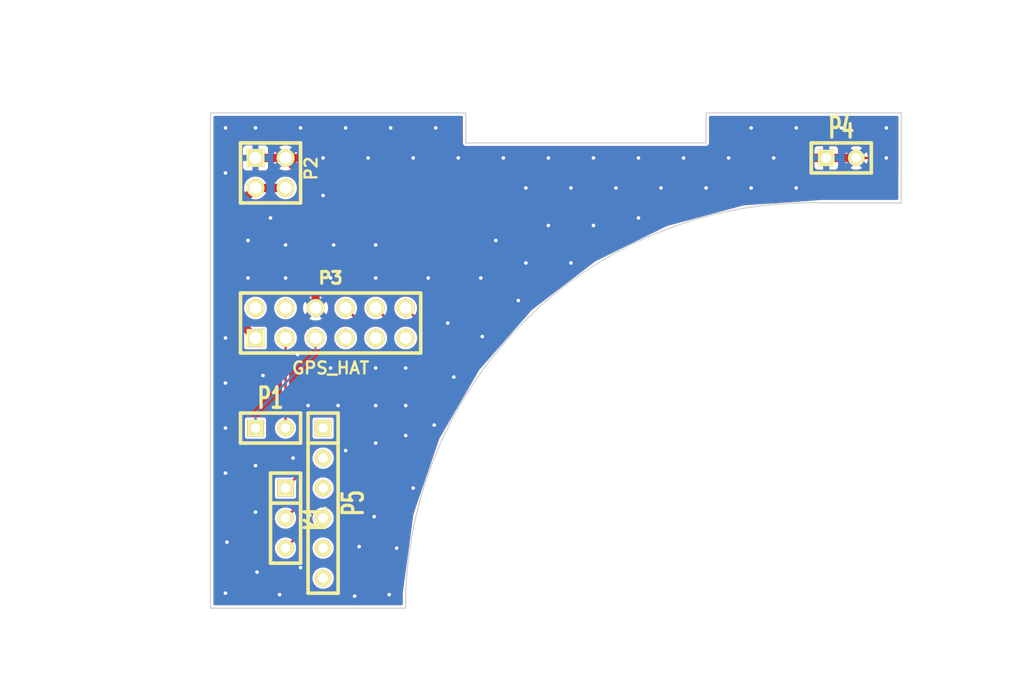
<source format=kicad_pcb>
(kicad_pcb (version 3) (host pcbnew "(22-Jun-2014 BZR 4027)-stable")

  (general
    (links 11)
    (no_connects 0)
    (area 164.720002 89.860001 255.649999 148.75)
    (thickness 1.6)
    (drawings 22)
    (tracks 231)
    (zones 0)
    (modules 8)
    (nets 8)
  )

  (page A3)
  (title_block 
    (title "rpi hat adapter")
    (rev 1)
    (company "Radio Helsinki")
  )

  (layers
    (15 F.Cu signal)
    (0 B.Cu signal)
    (16 B.Adhes user)
    (17 F.Adhes user)
    (18 B.Paste user)
    (19 F.Paste user)
    (20 B.SilkS user)
    (21 F.SilkS user)
    (22 B.Mask user)
    (23 F.Mask user)
    (24 Dwgs.User user)
    (25 Cmts.User user)
    (26 Eco1.User user)
    (27 Eco2.User user)
    (28 Edge.Cuts user)
  )

  (setup
    (last_trace_width 0.2032)
    (user_trace_width 0.2032)
    (user_trace_width 0.3988)
    (user_trace_width 0.701)
    (user_trace_width 1.0008)
    (user_trace_width 1.8009)
    (trace_clearance 0.1524)
    (zone_clearance 0.2032)
    (zone_45_only no)
    (trace_min 0.1524)
    (segment_width 0.2)
    (edge_width 0.1)
    (via_size 0.6502)
    (via_drill 0.3023)
    (via_min_size 0.5004)
    (via_min_drill 0.3023)
    (user_via 0.6502 0.3023)
    (user_via 0.7493 0.3988)
    (user_via 0.95 0.3988)
    (user_via 1.1989 0.4496)
    (user_via 1.999 0.5004)
    (uvia_size 0.508)
    (uvia_drill 0.127)
    (uvias_allowed no)
    (uvia_min_size 0.508)
    (uvia_min_drill 0.127)
    (pcb_text_width 0.3)
    (pcb_text_size 1.5 1.5)
    (mod_edge_width 0.15)
    (mod_text_size 1 1)
    (mod_text_width 0.15)
    (pad_size 1.5 1.5)
    (pad_drill 0.6)
    (pad_to_mask_clearance 0)
    (aux_axis_origin 0 0)
    (visible_elements 7FFFFFCF)
    (pcbplotparams
      (layerselection 269254657)
      (usegerberextensions true)
      (excludeedgelayer true)
      (linewidth 0.150000)
      (plotframeref false)
      (viasonmask false)
      (mode 1)
      (useauxorigin false)
      (hpglpennumber 1)
      (hpglpenspeed 20)
      (hpglpendiameter 15)
      (hpglpenoverlay 2)
      (psnegative false)
      (psa4output false)
      (plotreference true)
      (plotvalue true)
      (plotothertext true)
      (plotinvisibletext false)
      (padsonsilk false)
      (subtractmaskfromsilk false)
      (outputformat 1)
      (mirror false)
      (drillshape 0)
      (scaleselection 1)
      (outputdirectory /tmp/))
  )

  (net 0 "")
  (net 1 +3.3V)
  (net 2 /PPS)
  (net 3 /RxD)
  (net 4 /SCL)
  (net 5 /SDA)
  (net 6 /TxD)
  (net 7 GND)

  (net_class Default "Dies ist die voreingestellte Netzklasse."
    (clearance 0.1524)
    (trace_width 0.2032)
    (via_dia 0.6502)
    (via_drill 0.3023)
    (uvia_dia 0.508)
    (uvia_drill 0.127)
    (add_net "")
    (add_net +3.3V)
    (add_net /PPS)
    (add_net /RxD)
    (add_net /SCL)
    (add_net /SDA)
    (add_net /TxD)
    (add_net GND)
  )

  (module SIL-3 (layer F.Cu) (tedit 200000) (tstamp 552445B2)
    (at 189.23 133.35 270)
    (descr "Connecteur 3 pins")
    (tags "CONN DEV")
    (path /55244302)
    (fp_text reference K1 (at 0 -2.54 270) (layer F.SilkS)
      (effects (font (size 1.7907 1.07696) (thickness 0.3048)))
    )
    (fp_text value P9_24/26/28 (at 0 -2.54 270) (layer F.SilkS) hide
      (effects (font (size 1.524 1.016) (thickness 0.3048)))
    )
    (fp_line (start -3.81 1.27) (end -3.81 -1.27) (layer F.SilkS) (width 0.3048))
    (fp_line (start -3.81 -1.27) (end 3.81 -1.27) (layer F.SilkS) (width 0.3048))
    (fp_line (start 3.81 -1.27) (end 3.81 1.27) (layer F.SilkS) (width 0.3048))
    (fp_line (start 3.81 1.27) (end -3.81 1.27) (layer F.SilkS) (width 0.3048))
    (fp_line (start -1.27 -1.27) (end -1.27 1.27) (layer F.SilkS) (width 0.3048))
    (pad 1 thru_hole rect (at -2.54 0 270) (size 1.397 1.397) (drill 0.8128)
      (layers *.Cu *.Mask F.SilkS)
      (net 6 /TxD)
    )
    (pad 2 thru_hole circle (at 0 0 270) (size 1.397 1.397) (drill 0.8128)
      (layers *.Cu *.Mask F.SilkS)
      (net 3 /RxD)
    )
    (pad 3 thru_hole circle (at 2.54 0 270) (size 1.397 1.397) (drill 0.8128)
      (layers *.Cu *.Mask F.SilkS)
      (net 2 /PPS)
    )
  )

  (module SIL-2 (layer F.Cu) (tedit 200000) (tstamp 552445BC)
    (at 236.22 102.87)
    (descr "Connecteurs 2 pins")
    (tags "CONN DEV")
    (path /55244325)
    (fp_text reference P4 (at 0 -2.54) (layer F.SilkS)
      (effects (font (size 1.72974 1.08712) (thickness 0.3048)))
    )
    (fp_text value P8_1/2 (at 0 -2.54) (layer F.SilkS) hide
      (effects (font (size 1.524 1.016) (thickness 0.3048)))
    )
    (fp_line (start -2.54 1.27) (end -2.54 -1.27) (layer F.SilkS) (width 0.3048))
    (fp_line (start -2.54 -1.27) (end 2.54 -1.27) (layer F.SilkS) (width 0.3048))
    (fp_line (start 2.54 -1.27) (end 2.54 1.27) (layer F.SilkS) (width 0.3048))
    (fp_line (start 2.54 1.27) (end -2.54 1.27) (layer F.SilkS) (width 0.3048))
    (pad 1 thru_hole rect (at -1.27 0) (size 1.397 1.397) (drill 0.8128)
      (layers *.Cu *.Mask F.SilkS)
      (net 7 GND)
    )
    (pad 2 thru_hole circle (at 1.27 0) (size 1.397 1.397) (drill 0.8128)
      (layers *.Cu *.Mask F.SilkS)
      (net 7 GND)
    )
  )

  (module SIL-2 (layer F.Cu) (tedit 200000) (tstamp 552445C6)
    (at 187.96 125.73)
    (descr "Connecteurs 2 pins")
    (tags "CONN DEV")
    (path /5524450D)
    (fp_text reference P1 (at 0 -2.54) (layer F.SilkS)
      (effects (font (size 1.72974 1.08712) (thickness 0.3048)))
    )
    (fp_text value P9_19/20 (at 0 -2.54) (layer F.SilkS) hide
      (effects (font (size 1.524 1.016) (thickness 0.3048)))
    )
    (fp_line (start -2.54 1.27) (end -2.54 -1.27) (layer F.SilkS) (width 0.3048))
    (fp_line (start -2.54 -1.27) (end 2.54 -1.27) (layer F.SilkS) (width 0.3048))
    (fp_line (start 2.54 -1.27) (end 2.54 1.27) (layer F.SilkS) (width 0.3048))
    (fp_line (start 2.54 1.27) (end -2.54 1.27) (layer F.SilkS) (width 0.3048))
    (pad 1 thru_hole rect (at -1.27 0) (size 1.397 1.397) (drill 0.8128)
      (layers *.Cu *.Mask F.SilkS)
      (net 4 /SCL)
    )
    (pad 2 thru_hole circle (at 1.27 0) (size 1.397 1.397) (drill 0.8128)
      (layers *.Cu *.Mask F.SilkS)
      (net 5 /SDA)
    )
  )

  (module pin_array_6x2 (layer F.Cu) (tedit 3FB38A8B) (tstamp 552445DA)
    (at 193.04 116.84)
    (descr "Double rangee de contacts 2 x 6 pins")
    (tags CONN)
    (path /552442D5)
    (fp_text reference P3 (at 0 -3.81) (layer F.SilkS)
      (effects (font (size 1.016 1.016) (thickness 0.27432)))
    )
    (fp_text value GPS_HAT (at 0 3.81) (layer F.SilkS)
      (effects (font (size 1.016 1.016) (thickness 0.2032)))
    )
    (fp_line (start -7.62 -2.54) (end 7.62 -2.54) (layer F.SilkS) (width 0.3048))
    (fp_line (start 7.62 -2.54) (end 7.62 2.54) (layer F.SilkS) (width 0.3048))
    (fp_line (start 7.62 2.54) (end -7.62 2.54) (layer F.SilkS) (width 0.3048))
    (fp_line (start -7.62 2.54) (end -7.62 -2.54) (layer F.SilkS) (width 0.3048))
    (pad 1 thru_hole rect (at -6.35 1.27) (size 1.524 1.524) (drill 1.016)
      (layers *.Cu *.Mask F.SilkS)
      (net 1 +3.3V)
    )
    (pad 2 thru_hole circle (at -6.35 -1.27) (size 1.524 1.524) (drill 1.016)
      (layers *.Cu *.Mask F.SilkS)
    )
    (pad 3 thru_hole circle (at -3.81 1.27) (size 1.524 1.524) (drill 1.016)
      (layers *.Cu *.Mask F.SilkS)
      (net 5 /SDA)
    )
    (pad 4 thru_hole circle (at -3.81 -1.27) (size 1.524 1.524) (drill 1.016)
      (layers *.Cu *.Mask F.SilkS)
    )
    (pad 5 thru_hole circle (at -1.27 1.27) (size 1.524 1.524) (drill 1.016)
      (layers *.Cu *.Mask F.SilkS)
      (net 4 /SCL)
    )
    (pad 6 thru_hole circle (at -1.27 -1.27) (size 1.524 1.524) (drill 1.016)
      (layers *.Cu *.Mask F.SilkS)
      (net 7 GND)
    )
    (pad 7 thru_hole circle (at 1.27 1.27) (size 1.524 1.524) (drill 1.016)
      (layers *.Cu *.Mask F.SilkS)
    )
    (pad 8 thru_hole circle (at 1.27 -1.27) (size 1.524 1.524) (drill 1.016)
      (layers *.Cu *.Mask F.SilkS)
      (net 6 /TxD)
    )
    (pad 9 thru_hole circle (at 3.81 1.27) (size 1.524 1.524) (drill 1.016)
      (layers *.Cu *.Mask F.SilkS)
    )
    (pad 10 thru_hole circle (at 3.81 -1.27) (size 1.524 1.524) (drill 1.016)
      (layers *.Cu *.Mask F.SilkS)
      (net 3 /RxD)
    )
    (pad 11 thru_hole circle (at 6.35 1.27) (size 1.524 1.524) (drill 1.016)
      (layers *.Cu *.Mask F.SilkS)
    )
    (pad 12 thru_hole circle (at 6.35 -1.27) (size 1.524 1.524) (drill 1.016)
      (layers *.Cu *.Mask F.SilkS)
      (net 2 /PPS)
    )
    (model pin_array/pins_array_6x2.wrl
      (at (xyz 0 0 0))
      (scale (xyz 1 1 1))
      (rotate (xyz 0 0 0))
    )
  )

  (module PIN_ARRAY_2X2 (layer F.Cu) (tedit 3FAB87D4) (tstamp 552445E6)
    (at 187.96 104.14 270)
    (descr "Double rangee de contacts 2 x 2 pins")
    (tags CONN)
    (path /552442E4)
    (fp_text reference P2 (at -0.381 -3.429 270) (layer F.SilkS)
      (effects (font (size 1.016 1.016) (thickness 0.2032)))
    )
    (fp_text value P9_1/2/3/4 (at 0 3.048 270) (layer F.SilkS) hide
      (effects (font (size 1.016 1.016) (thickness 0.2032)))
    )
    (fp_line (start -2.54 -2.54) (end 2.54 -2.54) (layer F.SilkS) (width 0.3048))
    (fp_line (start 2.54 -2.54) (end 2.54 2.54) (layer F.SilkS) (width 0.3048))
    (fp_line (start 2.54 2.54) (end -2.54 2.54) (layer F.SilkS) (width 0.3048))
    (fp_line (start -2.54 2.54) (end -2.54 -2.54) (layer F.SilkS) (width 0.3048))
    (pad 1 thru_hole rect (at -1.27 1.27 270) (size 1.524 1.524) (drill 1.016)
      (layers *.Cu *.Mask F.SilkS)
      (net 7 GND)
    )
    (pad 2 thru_hole circle (at -1.27 -1.27 270) (size 1.524 1.524) (drill 1.016)
      (layers *.Cu *.Mask F.SilkS)
      (net 7 GND)
    )
    (pad 3 thru_hole circle (at 1.27 1.27 270) (size 1.524 1.524) (drill 1.016)
      (layers *.Cu *.Mask F.SilkS)
      (net 1 +3.3V)
    )
    (pad 4 thru_hole circle (at 1.27 -1.27 270) (size 1.524 1.524) (drill 1.016)
      (layers *.Cu *.Mask F.SilkS)
      (net 1 +3.3V)
    )
    (model pin_array/pins_array_2x2.wrl
      (at (xyz 0 0 0))
      (scale (xyz 1 1 1))
      (rotate (xyz 0 0 0))
    )
  )

  (module rhlogo_copper-front_10mm (layer F.Cu) (tedit 0) (tstamp 55252024)
    (at 199.39 106.68)
    (fp_text reference G*** (at 0 1.69418) (layer F.SilkS) hide
      (effects (font (size 0.22098 0.22098) (thickness 0.04318)))
    )
    (fp_text value rhlogo_copper-front_10mm (at 0 -1.69418) (layer F.SilkS) hide
      (effects (font (size 0.22098 0.22098) (thickness 0.04318)))
    )
    (fp_poly (pts (xy 4.99872 1.58242) (xy 4.8387 1.58242) (xy 4.8387 1.4224) (xy 4.8387 -1.41224)
      (xy -2.2479 -1.41224) (xy -2.2479 1.4224) (xy 4.8387 1.4224) (xy 4.8387 1.58242)
      (xy -2.40538 1.58242) (xy -2.40538 1.4224) (xy -2.40538 -1.41224) (xy -4.826 -1.41224)
      (xy -4.826 1.4224) (xy -2.40538 1.4224) (xy -2.40538 1.58242) (xy -4.99872 1.58242)
      (xy -4.99872 -1.58242) (xy 4.99872 -1.58242) (xy 4.99872 1.58242) (xy 4.99872 1.58242)) (layer F.Cu) (width 0.00254))
    (fp_poly (pts (xy -2.52222 1.1176) (xy -2.52476 1.14808) (xy -2.54254 1.18364) (xy -2.57048 1.20904)
      (xy -2.5781 1.21412) (xy -2.62128 1.22936) (xy -2.67462 1.23444) (xy -2.72288 1.22936)
      (xy -2.7432 1.22174) (xy -2.77368 1.2065) (xy -2.81178 1.1811) (xy -2.85496 1.15062)
      (xy -2.8575 1.14808) (xy -2.91338 1.11252) (xy -2.98704 1.06426) (xy -3.0861 1.00838)
      (xy -3.20548 0.94234) (xy -3.34518 0.86614) (xy -3.44678 0.81026) (xy -3.63474 0.71374)
      (xy -3.77952 0.77978) (xy -3.89128 0.83312) (xy -4.0005 0.88646) (xy -4.1021 0.9398)
      (xy -4.19608 0.98806) (xy -4.27482 1.03124) (xy -4.33832 1.06934) (xy -4.3815 1.09982)
      (xy -4.38912 1.10236) (xy -4.44754 1.15062) (xy -4.49072 1.1811) (xy -4.5212 1.20396)
      (xy -4.54406 1.21666) (xy -4.56184 1.22428) (xy -4.57962 1.22682) (xy -4.59486 1.22682)
      (xy -4.64312 1.21666) (xy -4.6736 1.1938) (xy -4.68884 1.1557) (xy -4.68376 1.10998)
      (xy -4.65836 1.05918) (xy -4.65328 1.0541) (xy -4.63042 1.02616) (xy -4.59486 1.0033)
      (xy -4.54406 0.9779) (xy -4.47802 0.9525) (xy -4.43484 0.9398) (xy -4.39928 0.9271)
      (xy -4.34848 0.90678) (xy -4.28752 0.88138) (xy -4.21894 0.8509) (xy -4.14528 0.82042)
      (xy -4.07162 0.7874) (xy -3.99796 0.75438) (xy -3.93192 0.72136) (xy -3.87604 0.69596)
      (xy -3.83286 0.6731) (xy -3.80238 0.65786) (xy -3.79476 0.65024) (xy -3.80492 0.64262)
      (xy -3.8354 0.62738) (xy -3.88112 0.60198) (xy -3.93954 0.5715) (xy -4.01066 0.53594)
      (xy -4.07416 0.50546) (xy -4.17576 0.45466) (xy -4.25958 0.41656) (xy -4.32816 0.38608)
      (xy -4.38912 0.36322) (xy -4.43992 0.34544) (xy -4.47548 0.33528) (xy -4.53898 0.3175)
      (xy -4.5847 0.30226) (xy -4.61518 0.28448) (xy -4.63804 0.2667) (xy -4.67106 0.22352)
      (xy -4.67868 0.18542) (xy -4.6609 0.14986) (xy -4.64058 0.12954) (xy -4.60248 0.10414)
      (xy -4.5593 0.09398) (xy -4.5085 0.1016) (xy -4.45008 0.12192) (xy -4.3815 0.16002)
      (xy -4.29768 0.2159) (xy -4.27482 0.23368) (xy -4.20878 0.2794) (xy -4.15036 0.3175)
      (xy -4.09194 0.35306) (xy -4.03098 0.38862) (xy -3.95986 0.42418) (xy -3.8735 0.46482)
      (xy -3.7973 0.50038) (xy -3.73126 0.53086) (xy -3.683 0.55118) (xy -3.64744 0.56388)
      (xy -3.62458 0.56896) (xy -3.60426 0.56896) (xy -3.5941 0.56642) (xy -3.5687 0.55626)
      (xy -3.52298 0.53848) (xy -3.4671 0.51308) (xy -3.39852 0.4826) (xy -3.3274 0.44958)
      (xy -3.25628 0.41656) (xy -3.1877 0.38354) (xy -3.12928 0.3556) (xy -3.08356 0.3302)
      (xy -3.06578 0.32004) (xy -3.01752 0.2921) (xy -2.97434 0.26162) (xy -2.9464 0.23876)
      (xy -2.8702 0.17526) (xy -2.79654 0.12954) (xy -2.7305 0.09906) (xy -2.68224 0.08636)
      (xy -2.64414 0.08382) (xy -2.62128 0.0889) (xy -2.60096 0.10414) (xy -2.58572 0.12446)
      (xy -2.55778 0.17272) (xy -2.55524 0.21844) (xy -2.57556 0.25654) (xy -2.62128 0.28956)
      (xy -2.68732 0.32004) (xy -2.75082 0.33782) (xy -2.80924 0.35306) (xy -2.87274 0.37084)
      (xy -2.91846 0.38608) (xy -2.95402 0.40132) (xy -3.00482 0.42418) (xy -3.06832 0.45212)
      (xy -3.13944 0.4826) (xy -3.2131 0.51816) (xy -3.28676 0.55118) (xy -3.35026 0.58166)
      (xy -3.40614 0.6096) (xy -3.44424 0.62738) (xy -3.4798 0.64516) (xy -3.20294 0.78994)
      (xy -3.1115 0.83566) (xy -3.03784 0.87376) (xy -2.97688 0.9017) (xy -2.92354 0.92456)
      (xy -2.87528 0.94234) (xy -2.82956 0.95758) (xy -2.77876 0.97028) (xy -2.6797 1.00076)
      (xy -2.6035 1.03632) (xy -2.5527 1.07188) (xy -2.52476 1.11252) (xy -2.52222 1.1176)
      (xy -2.52222 1.1176)) (layer F.Cu) (width 0.00254))
    (fp_poly (pts (xy -3.00736 -0.74168) (xy -3.01244 -0.63246) (xy -3.03276 -0.5207) (xy -3.06832 -0.4064)
      (xy -3.11404 -0.29464) (xy -3.12674 -0.27432) (xy -3.13182 -0.25908) (xy -3.13182 -0.63754)
      (xy -3.13436 -0.70612) (xy -3.14198 -0.78232) (xy -3.15214 -0.84328) (xy -3.16992 -0.889)
      (xy -3.19532 -0.93218) (xy -3.23342 -0.97282) (xy -3.2385 -0.9779) (xy -3.30708 -1.03632)
      (xy -3.3782 -1.07696) (xy -3.45948 -1.09728) (xy -3.55346 -1.10236) (xy -3.66014 -1.08966)
      (xy -3.68554 -1.08712) (xy -3.7592 -1.07188) (xy -3.81254 -1.05918) (xy -3.85064 -1.0414)
      (xy -3.88366 -1.02108) (xy -3.9116 -0.99314) (xy -3.91414 -0.99314) (xy -3.95986 -0.92964)
      (xy -3.99796 -0.84836) (xy -4.02844 -0.74422) (xy -4.04368 -0.66548) (xy -4.07162 -0.52324)
      (xy -4.04114 -0.50292) (xy -3.99034 -0.46482) (xy -3.9624 -0.4318) (xy -3.95732 -0.39624)
      (xy -3.95732 -0.3937) (xy -3.95478 -0.3556) (xy -3.94462 -0.34036) (xy -3.93446 -0.32258)
      (xy -3.93192 -0.3048) (xy -3.937 -0.27178) (xy -3.94208 -0.254) (xy -3.9497 -0.21844)
      (xy -3.95224 -0.19558) (xy -3.94462 -0.18288) (xy -3.93192 -0.17272) (xy -3.90398 -0.1524)
      (xy -3.92938 -0.11938) (xy -3.94462 -0.09652) (xy -3.9497 -0.0762) (xy -3.93954 -0.04826)
      (xy -3.937 -0.04318) (xy -3.91414 -0.00254) (xy -3.88366 0.02794) (xy -3.88112 0.03048)
      (xy -3.85064 0.06604) (xy -3.84302 0.09652) (xy -3.8354 0.1524) (xy -3.81254 0.21082)
      (xy -3.77952 0.25908) (xy -3.76936 0.27178) (xy -3.74142 0.2921) (xy -3.71602 0.30226)
      (xy -3.67538 0.3048) (xy -3.66522 0.3048) (xy -3.61442 0.30226) (xy -3.556 0.29718)
      (xy -3.51282 0.2921) (xy -3.429 0.27686) (xy -3.4036 0.22098) (xy -3.38836 0.18288)
      (xy -3.37058 0.12954) (xy -3.35534 0.07112) (xy -3.3528 0.06096) (xy -3.31978 -0.05842)
      (xy -3.28676 -0.16256) (xy -3.2512 -0.25654) (xy -3.2131 -0.3429) (xy -3.175 -0.42672)
      (xy -3.1496 -0.50038) (xy -3.1369 -0.56642) (xy -3.13182 -0.63754) (xy -3.13182 -0.25908)
      (xy -3.15722 -0.20828) (xy -3.19024 -0.12446) (xy -3.22072 -0.03048) (xy -3.24866 0.06604)
      (xy -3.27406 0.1651) (xy -3.27914 0.1905) (xy -3.2893 0.23368) (xy -3.30454 0.2667)
      (xy -3.32994 0.29718) (xy -3.35788 0.32512) (xy -3.40614 0.36576) (xy -3.45186 0.3937)
      (xy -3.46964 0.40132) (xy -3.53568 0.41148) (xy -3.61188 0.41402) (xy -3.68808 0.4064)
      (xy -3.72618 0.39624) (xy -3.76936 0.38354) (xy -3.80746 0.37084) (xy -3.82016 0.36576)
      (xy -3.85064 0.3429) (xy -3.88112 0.30226) (xy -3.90906 0.24892) (xy -3.92938 0.1905)
      (xy -3.92938 0.18542) (xy -3.94208 0.1397) (xy -3.95986 0.10922) (xy -3.9878 0.08382)
      (xy -4.00812 0.06858) (xy -4.02336 0.04826) (xy -4.0386 0.01016) (xy -4.05384 -0.03302)
      (xy -4.06654 -0.08382) (xy -4.0767 -0.12954) (xy -4.0767 -0.15494) (xy -4.08178 -0.1905)
      (xy -4.09448 -0.23114) (xy -4.1021 -0.25146) (xy -4.11734 -0.28956) (xy -4.12496 -0.32258)
      (xy -4.12496 -0.33528) (xy -4.12496 -0.38608) (xy -4.13766 -0.42418) (xy -4.15798 -0.45212)
      (xy -4.17576 -0.47752) (xy -4.18592 -0.49784) (xy -4.18338 -0.52324) (xy -4.1783 -0.56134)
      (xy -4.16814 -0.61722) (xy -4.16052 -0.67818) (xy -4.15798 -0.70358) (xy -4.15036 -0.75184)
      (xy -4.1402 -0.81026) (xy -4.1275 -0.87122) (xy -4.12496 -0.88138) (xy -4.10972 -0.93472)
      (xy -4.09702 -0.97282) (xy -4.07924 -1.0033) (xy -4.0513 -1.03378) (xy -4.02844 -1.05664)
      (xy -3.9624 -1.11506) (xy -3.89636 -1.15824) (xy -3.8227 -1.18618) (xy -3.73888 -1.2065)
      (xy -3.63728 -1.21412) (xy -3.57378 -1.21412) (xy -3.46964 -1.21158) (xy -3.38836 -1.20396)
      (xy -3.31978 -1.18618) (xy -3.2639 -1.16332) (xy -3.26136 -1.16078) (xy -3.22326 -1.13284)
      (xy -3.17754 -1.0922) (xy -3.13182 -1.04648) (xy -3.08864 -0.99822) (xy -3.05562 -0.95504)
      (xy -3.03784 -0.9271) (xy -3.01498 -0.84074) (xy -3.00736 -0.74168) (xy -3.00736 -0.74168)) (layer F.Cu) (width 0.00254))
    (fp_poly (pts (xy 2.83464 0.18034) (xy 2.82956 0.20574) (xy 2.8067 0.22606) (xy 2.80162 0.2286)
      (xy 2.76352 0.25146) (xy 2.76352 0.67056) (xy 2.76352 0.78486) (xy 2.76352 0.87376)
      (xy 2.76098 0.94742) (xy 2.76098 1.0033) (xy 2.75844 1.04394) (xy 2.7559 1.07696)
      (xy 2.75336 1.09982) (xy 2.74828 1.1176) (xy 2.74066 1.13538) (xy 2.73558 1.14554)
      (xy 2.71018 1.18618) (xy 2.68478 1.20142) (xy 2.6543 1.1938) (xy 2.62382 1.1684)
      (xy 2.60096 1.13538) (xy 2.57302 1.08712) (xy 2.54508 1.016) (xy 2.51206 0.9271)
      (xy 2.47396 0.8128) (xy 2.46126 0.7747) (xy 2.44348 0.71882) (xy 2.42062 0.65532)
      (xy 2.39522 0.58674) (xy 2.36982 0.51816) (xy 2.34442 0.45466) (xy 2.3241 0.40132)
      (xy 2.30632 0.36068) (xy 2.29362 0.33782) (xy 2.29108 0.33528) (xy 2.29108 0.34544)
      (xy 2.29108 0.37846) (xy 2.29108 0.42926) (xy 2.29108 0.4953) (xy 2.29362 0.57404)
      (xy 2.29362 0.66294) (xy 2.29362 0.68326) (xy 2.29616 0.79756) (xy 2.29616 0.889)
      (xy 2.30124 0.96012) (xy 2.30378 1.01346) (xy 2.30886 1.05156) (xy 2.31648 1.0795)
      (xy 2.32664 1.09474) (xy 2.3368 1.10236) (xy 2.35204 1.1049) (xy 2.35204 1.1049)
      (xy 2.37744 1.11252) (xy 2.4003 1.13284) (xy 2.413 1.15824) (xy 2.413 1.17856)
      (xy 2.39776 1.18364) (xy 2.3622 1.18618) (xy 2.31648 1.18872) (xy 2.2606 1.19126)
      (xy 2.20472 1.18872) (xy 2.15392 1.18872) (xy 2.11074 1.18364) (xy 2.0828 1.17856)
      (xy 2.07772 1.17602) (xy 2.06248 1.14554) (xy 2.0701 1.11506) (xy 2.10058 1.08204)
      (xy 2.11074 1.07442) (xy 2.16154 1.03886) (xy 2.159 0.71882) (xy 2.15646 0.60198)
      (xy 2.15646 0.50546) (xy 2.15138 0.42926) (xy 2.1463 0.37084) (xy 2.14122 0.32766)
      (xy 2.13106 0.29464) (xy 2.11836 0.27432) (xy 2.10312 0.26162) (xy 2.10058 0.26162)
      (xy 2.06756 0.23622) (xy 2.05232 0.20066) (xy 2.04978 0.18034) (xy 2.04978 0.14732)
      (xy 2.17932 0.1397) (xy 2.23774 0.13462) (xy 2.27838 0.13462) (xy 2.30378 0.13716)
      (xy 2.3241 0.14478) (xy 2.34442 0.15494) (xy 2.35204 0.16002) (xy 2.3749 0.1778)
      (xy 2.39268 0.20066) (xy 2.41046 0.23876) (xy 2.43332 0.28956) (xy 2.44348 0.31242)
      (xy 2.46888 0.37846) (xy 2.49428 0.45212) (xy 2.5146 0.5207) (xy 2.52222 0.5461)
      (xy 2.55016 0.63246) (xy 2.57302 0.69596) (xy 2.5908 0.7366) (xy 2.6035 0.75692)
      (xy 2.60858 0.75946) (xy 2.61366 0.74422) (xy 2.61874 0.7112) (xy 2.61874 0.66294)
      (xy 2.62128 0.60452) (xy 2.62128 0.53848) (xy 2.62128 0.47244) (xy 2.61874 0.41148)
      (xy 2.61366 0.3556) (xy 2.61112 0.3302) (xy 2.60604 0.28702) (xy 2.59842 0.26162)
      (xy 2.58826 0.24638) (xy 2.56794 0.23876) (xy 2.56286 0.23876) (xy 2.52984 0.22098)
      (xy 2.51968 0.19558) (xy 2.53492 0.1651) (xy 2.54762 0.1524) (xy 2.5654 0.13462)
      (xy 2.58826 0.127) (xy 2.62128 0.12192) (xy 2.66192 0.12192) (xy 2.73812 0.127)
      (xy 2.79146 0.1397) (xy 2.82448 0.16002) (xy 2.83464 0.18034) (xy 2.83464 0.18034)) (layer F.Cu) (width 0.00254))
    (fp_poly (pts (xy -1.14046 1.143) (xy -1.15316 1.16586) (xy -1.1811 1.1811) (xy -1.22428 1.18872)
      (xy -1.2446 1.18872) (xy -1.27762 1.18618) (xy -1.32334 1.18364) (xy -1.3589 1.1811)
      (xy -1.4097 1.17602) (xy -1.44018 1.16332) (xy -1.4478 1.14554) (xy -1.43764 1.12014)
      (xy -1.41986 1.10236) (xy -1.38684 1.08712) (xy -1.3843 1.08458) (xy -1.34366 1.07188)
      (xy -1.34366 0.9017) (xy -1.34366 0.83312) (xy -1.3462 0.78232) (xy -1.34874 0.75184)
      (xy -1.35382 0.73152) (xy -1.36144 0.7239) (xy -1.38176 0.71882) (xy -1.41986 0.71374)
      (xy -1.47066 0.7112) (xy -1.52908 0.7112) (xy -1.67894 0.7112) (xy -1.6764 0.89916)
      (xy -1.6764 1.08712) (xy -1.63576 1.08966) (xy -1.6002 1.10236) (xy -1.57734 1.12522)
      (xy -1.5748 1.1557) (xy -1.57734 1.16078) (xy -1.58496 1.1684) (xy -1.60528 1.17348)
      (xy -1.64084 1.17602) (xy -1.69672 1.17856) (xy -1.72212 1.17856) (xy -1.78054 1.17856)
      (xy -1.83134 1.17602) (xy -1.8669 1.17348) (xy -1.88468 1.17094) (xy -1.89738 1.15316)
      (xy -1.90246 1.12776) (xy -1.89484 1.10236) (xy -1.87198 1.08712) (xy -1.8288 1.0795)
      (xy -1.81864 1.0795) (xy -1.80086 1.07696) (xy -1.79324 1.06934) (xy -1.79324 1.04648)
      (xy -1.79578 1.016) (xy -1.79832 0.98552) (xy -1.80086 0.93726) (xy -1.80086 0.87122)
      (xy -1.8034 0.78994) (xy -1.8034 0.70104) (xy -1.8034 0.60452) (xy -1.8034 0.58674)
      (xy -1.8034 0.22098) (xy -1.85166 0.21844) (xy -1.88468 0.21082) (xy -1.89992 0.19558)
      (xy -1.89992 0.1905) (xy -1.90246 0.16764) (xy -1.88976 0.14986) (xy -1.86436 0.1397)
      (xy -1.81864 0.13462) (xy -1.75514 0.13462) (xy -1.75006 0.13462) (xy -1.62306 0.13462)
      (xy -1.60782 0.17272) (xy -1.59766 0.20066) (xy -1.60274 0.2159) (xy -1.60528 0.2159)
      (xy -1.6256 0.2286) (xy -1.64338 0.2413) (xy -1.65354 0.254) (xy -1.66116 0.26924)
      (xy -1.66624 0.29718) (xy -1.66878 0.33782) (xy -1.67132 0.39624) (xy -1.67132 0.42164)
      (xy -1.6764 0.58166) (xy -1.51384 0.5842) (xy -1.4478 0.58674) (xy -1.40208 0.58674)
      (xy -1.36906 0.58166) (xy -1.35128 0.56642) (xy -1.34112 0.53848) (xy -1.33858 0.4953)
      (xy -1.33858 0.43434) (xy -1.33858 0.39116) (xy -1.33858 0.24638) (xy -1.37414 0.23114)
      (xy -1.4097 0.21082) (xy -1.43002 0.18288) (xy -1.43256 0.15494) (xy -1.43256 0.1524)
      (xy -1.41732 0.14478) (xy -1.3843 0.13716) (xy -1.34112 0.13208) (xy -1.29032 0.12954)
      (xy -1.24206 0.127) (xy -1.20142 0.12954) (xy -1.17602 0.13208) (xy -1.1684 0.13462)
      (xy -1.15316 0.16256) (xy -1.15824 0.1905) (xy -1.17856 0.2159) (xy -1.18364 0.21844)
      (xy -1.21412 0.23114) (xy -1.21412 0.6604) (xy -1.21412 0.7747) (xy -1.21412 0.86868)
      (xy -1.21412 0.9398) (xy -1.21412 0.99568) (xy -1.21158 1.03378) (xy -1.20904 1.06172)
      (xy -1.2065 1.0795) (xy -1.20142 1.08712) (xy -1.19634 1.0922) (xy -1.1938 1.0922)
      (xy -1.16078 1.10236) (xy -1.143 1.1303) (xy -1.14046 1.143) (xy -1.14046 1.143)) (layer F.Cu) (width 0.00254))
    (fp_poly (pts (xy 0.53594 0.84582) (xy 0.5334 0.89154) (xy 0.52832 0.94742) (xy 0.52324 1.00838)
      (xy 0.51562 1.0668) (xy 0.508 1.1176) (xy 0.50292 1.1557) (xy 0.49784 1.17856)
      (xy 0.4953 1.17856) (xy 0.4826 1.1811) (xy 0.44704 1.18364) (xy 0.39624 1.18618)
      (xy 0.33274 1.18618) (xy 0.26162 1.18872) (xy 0.18288 1.18872) (xy 0.10414 1.18618)
      (xy 0.02794 1.18618) (xy -0.0381 1.18364) (xy -0.09398 1.1811) (xy -0.09906 1.1811)
      (xy -0.1524 1.17348) (xy -0.18288 1.15824) (xy -0.18796 1.13284) (xy -0.17526 1.10744)
      (xy -0.15494 1.08712) (xy -0.12446 1.0795) (xy -0.1016 1.0795) (xy -0.05842 1.07442)
      (xy -0.02794 1.05918) (xy -0.01524 1.04902) (xy -0.00508 1.03886) (xy 0 1.02616)
      (xy 0.00508 1.01092) (xy 0.00762 0.98806) (xy 0.01016 0.94996) (xy 0.01016 0.89916)
      (xy 0.01016 0.83058) (xy 0.01016 0.78232) (xy 0.01016 0.69596) (xy 0.01016 0.60706)
      (xy 0.00762 0.52578) (xy 0.00508 0.45466) (xy 0.00254 0.41148) (xy 0 0.35306)
      (xy -0.00254 0.31496) (xy -0.00762 0.28956) (xy -0.01524 0.27686) (xy -0.02794 0.2667)
      (xy -0.0381 0.26162) (xy -0.07112 0.25146) (xy -0.1016 0.25146) (xy -0.13208 0.25146)
      (xy -0.16764 0.2413) (xy -0.19812 0.22606) (xy -0.21844 0.20828) (xy -0.22098 0.20066)
      (xy -0.21336 0.17526) (xy -0.20574 0.15748) (xy -0.20066 0.14986) (xy -0.1905 0.14224)
      (xy -0.17272 0.1397) (xy -0.14478 0.13462) (xy -0.1016 0.13462) (xy -0.04064 0.13462)
      (xy 0.02794 0.13462) (xy 0.12192 0.13462) (xy 0.19558 0.13462) (xy 0.24892 0.13716)
      (xy 0.28956 0.14224) (xy 0.31496 0.14986) (xy 0.33274 0.16002) (xy 0.3429 0.17018)
      (xy 0.34544 0.1778) (xy 0.35306 0.21082) (xy 0.34036 0.23622) (xy 0.3048 0.25146)
      (xy 0.25654 0.25908) (xy 0.22606 0.26162) (xy 0.2032 0.26416) (xy 0.18288 0.27178)
      (xy 0.17018 0.28448) (xy 0.16002 0.3048) (xy 0.1524 0.33782) (xy 0.14986 0.38354)
      (xy 0.14732 0.44704) (xy 0.14732 0.52578) (xy 0.14986 0.62738) (xy 0.14986 0.67818)
      (xy 0.14986 0.78232) (xy 0.1524 0.86614) (xy 0.1524 0.92964) (xy 0.15494 0.9779)
      (xy 0.15748 1.01092) (xy 0.16002 1.03378) (xy 0.1651 1.04648) (xy 0.17018 1.05664)
      (xy 0.17526 1.06172) (xy 0.2032 1.07188) (xy 0.24384 1.07696) (xy 0.2921 1.0795)
      (xy 0.34036 1.0795) (xy 0.381 1.07188) (xy 0.4064 1.06426) (xy 0.4064 1.06172)
      (xy 0.4191 1.03886) (xy 0.42672 0.99314) (xy 0.43434 0.9271) (xy 0.43434 0.92456)
      (xy 0.43942 0.85344) (xy 0.45212 0.80518) (xy 0.46736 0.7747) (xy 0.48768 0.762)
      (xy 0.508 0.762) (xy 0.52578 0.76962) (xy 0.5334 0.79248) (xy 0.53594 0.81534)
      (xy 0.53594 0.84582) (xy 0.53594 0.84582)) (layer F.Cu) (width 0.00254))
    (fp_poly (pts (xy 1.28016 0.93726) (xy 1.27508 1.00584) (xy 1.25476 1.06934) (xy 1.22174 1.12268)
      (xy 1.17094 1.16078) (xy 1.16078 1.16586) (xy 1.12014 1.17856) (xy 1.06172 1.18618)
      (xy 0.99314 1.18872) (xy 0.92456 1.18872) (xy 0.8636 1.18364) (xy 0.81788 1.17348)
      (xy 0.81026 1.17094) (xy 0.77216 1.15062) (xy 0.73152 1.12268) (xy 0.72898 1.12268)
      (xy 0.70358 1.10236) (xy 0.6858 1.0922) (xy 0.68326 1.0922) (xy 0.6731 1.10236)
      (xy 0.6604 1.12776) (xy 0.65786 1.13538) (xy 0.63754 1.16586) (xy 0.61976 1.17602)
      (xy 0.61722 1.17602) (xy 0.60198 1.16078) (xy 0.59182 1.12776) (xy 0.5842 1.08204)
      (xy 0.58166 1.02616) (xy 0.5842 0.96774) (xy 0.58928 0.91186) (xy 0.58928 0.91186)
      (xy 0.59944 0.86868) (xy 0.60706 0.84582) (xy 0.61722 0.83566) (xy 0.635 0.83312)
      (xy 0.67564 0.84074) (xy 0.70104 0.86106) (xy 0.71628 0.90424) (xy 0.71628 0.9144)
      (xy 0.72898 0.96774) (xy 0.7493 1.00584) (xy 0.78486 1.0414) (xy 0.81534 1.06426)
      (xy 0.84328 1.08458) (xy 0.86868 1.09728) (xy 0.89916 1.10236) (xy 0.9398 1.1049)
      (xy 0.97282 1.1049) (xy 1.07442 1.1049) (xy 1.12268 1.05664) (xy 1.15062 1.02616)
      (xy 1.16332 1.0033) (xy 1.16586 0.9779) (xy 1.16332 0.94996) (xy 1.15062 0.9017)
      (xy 1.12776 0.86106) (xy 1.08966 0.82296) (xy 1.03124 0.7874) (xy 0.95504 0.75438)
      (xy 0.8763 0.7239) (xy 0.81026 0.6985) (xy 0.75946 0.67056) (xy 0.71882 0.63754)
      (xy 0.67818 0.58928) (xy 0.65278 0.55372) (xy 0.62992 0.51816) (xy 0.61722 0.49022)
      (xy 0.6096 0.45466) (xy 0.60452 0.40894) (xy 0.60452 0.38862) (xy 0.59944 0.28702)
      (xy 0.65786 0.22606) (xy 0.70104 0.18288) (xy 0.74168 0.16002) (xy 0.7747 0.14732)
      (xy 0.8763 0.13462) (xy 0.9779 0.14478) (xy 1.0287 0.16002) (xy 1.1049 0.18542)
      (xy 1.13284 0.16002) (xy 1.15824 0.14224) (xy 1.1811 0.13462) (xy 1.20396 0.1397)
      (xy 1.22936 0.15748) (xy 1.24968 0.1778) (xy 1.2573 0.19558) (xy 1.25476 0.19812)
      (xy 1.24968 0.21844) (xy 1.24714 0.254) (xy 1.24206 0.30226) (xy 1.23952 0.3302)
      (xy 1.23698 0.38354) (xy 1.2319 0.4191) (xy 1.22682 0.43942) (xy 1.2192 0.44704)
      (xy 1.2065 0.45212) (xy 1.20396 0.45212) (xy 1.17348 0.4445) (xy 1.14046 0.42164)
      (xy 1.11506 0.39116) (xy 1.1049 0.36068) (xy 1.1049 0.35814) (xy 1.09474 0.32766)
      (xy 1.06426 0.2921) (xy 1.06172 0.28702) (xy 1.02362 0.26162) (xy 0.97536 0.24384)
      (xy 0.9144 0.23368) (xy 0.8509 0.23114) (xy 0.81788 0.23368) (xy 0.79502 0.24384)
      (xy 0.77216 0.2667) (xy 0.75438 0.28448) (xy 0.7239 0.33274) (xy 0.7112 0.37338)
      (xy 0.71882 0.41402) (xy 0.74422 0.46228) (xy 0.76708 0.49022) (xy 0.78994 0.5207)
      (xy 0.8128 0.54102) (xy 0.8382 0.56134) (xy 0.87122 0.57912) (xy 0.91948 0.60198)
      (xy 0.98298 0.63246) (xy 0.98298 0.63246) (xy 1.06934 0.6731) (xy 1.13792 0.70866)
      (xy 1.18618 0.74168) (xy 1.19888 0.75184) (xy 1.24206 0.80518) (xy 1.27 0.86868)
      (xy 1.28016 0.93726) (xy 1.28016 0.93726)) (layer F.Cu) (width 0.00254))
    (fp_poly (pts (xy 1.97358 0.2032) (xy 1.97104 0.21336) (xy 1.9558 0.22352) (xy 1.9304 0.2286)
      (xy 1.88468 0.23368) (xy 1.83134 0.23876) (xy 1.78562 0.2413) (xy 1.75006 0.24638)
      (xy 1.73228 0.25146) (xy 1.73228 0.25146) (xy 1.72974 0.2667) (xy 1.7272 0.30226)
      (xy 1.7272 0.35306) (xy 1.7272 0.4191) (xy 1.7272 0.49276) (xy 1.7272 0.57404)
      (xy 1.72974 0.65532) (xy 1.72974 0.7366) (xy 1.73228 0.81026) (xy 1.73736 0.87376)
      (xy 1.73736 0.889) (xy 1.74498 1.03886) (xy 1.78562 1.05918) (xy 1.82372 1.07442)
      (xy 1.8669 1.08204) (xy 1.87198 1.08204) (xy 1.91008 1.08966) (xy 1.9304 1.10744)
      (xy 1.93802 1.1176) (xy 1.94818 1.14808) (xy 1.94818 1.1684) (xy 1.9431 1.17602)
      (xy 1.93294 1.1811) (xy 1.91262 1.18364) (xy 1.88214 1.18618) (xy 1.83642 1.18872)
      (xy 1.77292 1.18872) (xy 1.68656 1.18872) (xy 1.65354 1.18872) (xy 1.55448 1.18872)
      (xy 1.47574 1.18872) (xy 1.41986 1.18618) (xy 1.37922 1.18364) (xy 1.35382 1.17856)
      (xy 1.34366 1.17348) (xy 1.32842 1.15062) (xy 1.3335 1.12268) (xy 1.35382 1.09982)
      (xy 1.3716 1.0922) (xy 1.40208 1.08458) (xy 1.44272 1.0795) (xy 1.4605 1.0795)
      (xy 1.50114 1.07696) (xy 1.53162 1.06426) (xy 1.55702 1.0414) (xy 1.59512 1.0033)
      (xy 1.59512 0.62484) (xy 1.59512 0.24384) (xy 1.5494 0.24384) (xy 1.5113 0.24384)
      (xy 1.46304 0.2413) (xy 1.4097 0.23622) (xy 1.40716 0.23622) (xy 1.3589 0.23114)
      (xy 1.33096 0.22606) (xy 1.31826 0.22098) (xy 1.31318 0.20828) (xy 1.31318 0.19558)
      (xy 1.31318 0.1778) (xy 1.31826 0.16256) (xy 1.32842 0.1524) (xy 1.34874 0.14478)
      (xy 1.37922 0.1397) (xy 1.42494 0.13462) (xy 1.48844 0.13462) (xy 1.56972 0.13462)
      (xy 1.6383 0.13462) (xy 1.72212 0.13462) (xy 1.79578 0.13462) (xy 1.86182 0.13716)
      (xy 1.91008 0.1397) (xy 1.94056 0.14224) (xy 1.94818 0.14224) (xy 1.96088 0.16002)
      (xy 1.97104 0.18542) (xy 1.97358 0.2032) (xy 1.97358 0.2032)) (layer F.Cu) (width 0.00254))
    (fp_poly (pts (xy 3.76936 1.15062) (xy 3.7592 1.1684) (xy 3.73634 1.17856) (xy 3.69824 1.18618)
      (xy 3.63728 1.18872) (xy 3.58394 1.19126) (xy 3.51536 1.18872) (xy 3.46964 1.18618)
      (xy 3.4417 1.17856) (xy 3.429 1.16586) (xy 3.429 1.143) (xy 3.43662 1.11252)
      (xy 3.43916 1.1049) (xy 3.44424 1.0795) (xy 3.44678 1.05918) (xy 3.43916 1.03378)
      (xy 3.42138 0.99822) (xy 3.40868 0.97282) (xy 3.3782 0.92202) (xy 3.34264 0.87376)
      (xy 3.31216 0.83566) (xy 3.28168 0.80772) (xy 3.2639 0.79502) (xy 3.2512 0.79502)
      (xy 3.2385 0.80518) (xy 3.2258 0.83566) (xy 3.21818 0.88138) (xy 3.21818 0.9017)
      (xy 3.21564 0.9652) (xy 3.21564 1.00838) (xy 3.22072 1.03886) (xy 3.23088 1.05918)
      (xy 3.2512 1.07442) (xy 3.27914 1.0922) (xy 3.31724 1.1176) (xy 3.33502 1.13792)
      (xy 3.33756 1.15824) (xy 3.33502 1.1684) (xy 3.32994 1.17602) (xy 3.3147 1.17856)
      (xy 3.2893 1.18364) (xy 3.2512 1.18364) (xy 3.19278 1.18618) (xy 3.13436 1.18618)
      (xy 3.05054 1.18872) (xy 2.98958 1.18618) (xy 2.95148 1.18364) (xy 2.93624 1.17856)
      (xy 2.93624 1.17856) (xy 2.9464 1.143) (xy 2.9718 1.10744) (xy 3.00482 1.08458)
      (xy 3.01244 1.0795) (xy 3.05308 1.0668) (xy 3.0607 0.89154) (xy 3.06324 0.8128)
      (xy 3.06324 0.72136) (xy 3.06324 0.62484) (xy 3.0607 0.5334) (xy 3.0607 0.51562)
      (xy 3.05054 0.31496) (xy 2.99212 0.26162) (xy 2.9591 0.23368) (xy 2.94386 0.21336)
      (xy 2.93878 0.20066) (xy 2.9464 0.18542) (xy 2.95148 0.1778) (xy 2.96926 0.15748)
      (xy 2.99466 0.14478) (xy 3.03022 0.13716) (xy 3.08356 0.13462) (xy 3.15468 0.13462)
      (xy 3.16738 0.13716) (xy 3.28422 0.1397) (xy 3.28422 0.18288) (xy 3.28168 0.21336)
      (xy 3.26898 0.2286) (xy 3.24612 0.23622) (xy 3.20802 0.24638) (xy 3.2004 0.36068)
      (xy 3.19532 0.43688) (xy 3.19532 0.50546) (xy 3.19786 0.55372) (xy 3.20294 0.58674)
      (xy 3.21056 0.5969) (xy 3.22326 0.58928) (xy 3.24866 0.56388) (xy 3.2766 0.52578)
      (xy 3.31216 0.48006) (xy 3.34772 0.4318) (xy 3.38074 0.37846) (xy 3.40868 0.33274)
      (xy 3.41884 0.31242) (xy 3.44424 0.26416) (xy 3.4544 0.23114) (xy 3.45186 0.2159)
      (xy 3.4417 0.19304) (xy 3.43916 0.17526) (xy 3.4417 0.15748) (xy 3.45948 0.14732)
      (xy 3.48996 0.1397) (xy 3.52806 0.13716) (xy 3.5814 0.13462) (xy 3.63728 0.13462)
      (xy 3.64236 0.13462) (xy 3.73888 0.1397) (xy 3.74396 0.1778) (xy 3.74396 0.20066)
      (xy 3.73634 0.2159) (xy 3.71602 0.22606) (xy 3.683 0.23876) (xy 3.64236 0.25146)
      (xy 3.61188 0.26416) (xy 3.60172 0.27178) (xy 3.59156 0.28448) (xy 3.57124 0.31496)
      (xy 3.54584 0.36068) (xy 3.51536 0.41148) (xy 3.48488 0.46736) (xy 3.4544 0.5207)
      (xy 3.42646 0.5715) (xy 3.40614 0.61214) (xy 3.3909 0.63754) (xy 3.38836 0.64516)
      (xy 3.39598 0.6604) (xy 3.41122 0.69088) (xy 3.43408 0.73152) (xy 3.44678 0.7493)
      (xy 3.47726 0.80264) (xy 3.51028 0.85852) (xy 3.53568 0.90932) (xy 3.53822 0.9144)
      (xy 3.57378 0.9779) (xy 3.60172 1.02108) (xy 3.62966 1.04902) (xy 3.66014 1.06934)
      (xy 3.6957 1.0795) (xy 3.73634 1.0922) (xy 3.75666 1.1049) (xy 3.76682 1.12522)
      (xy 3.76682 1.12522) (xy 3.76936 1.15062) (xy 3.76936 1.15062)) (layer F.Cu) (width 0.00254))
    (fp_poly (pts (xy 4.44246 0.1778) (xy 4.44246 0.20828) (xy 4.42214 0.2286) (xy 4.38404 0.23876)
      (xy 4.32816 0.24384) (xy 4.31038 0.24384) (xy 4.21386 0.24384) (xy 4.21132 0.38862)
      (xy 4.21132 0.55626) (xy 4.21386 0.70104) (xy 4.21894 0.82042) (xy 4.22402 0.91694)
      (xy 4.23164 0.98806) (xy 4.2418 1.03378) (xy 4.25196 1.05664) (xy 4.2545 1.05664)
      (xy 4.27228 1.06426) (xy 4.30784 1.07188) (xy 4.35102 1.0795) (xy 4.3942 1.08966)
      (xy 4.4196 1.09728) (xy 4.4323 1.10744) (xy 4.4323 1.12014) (xy 4.4323 1.14046)
      (xy 4.42976 1.1557) (xy 4.4196 1.16586) (xy 4.39928 1.17602) (xy 4.3688 1.1811)
      (xy 4.32054 1.18364) (xy 4.25704 1.18364) (xy 4.17322 1.18618) (xy 4.14274 1.18618)
      (xy 4.06146 1.18618) (xy 3.9878 1.18618) (xy 3.92684 1.18618) (xy 3.87858 1.18364)
      (xy 3.85064 1.18364) (xy 3.84556 1.1811) (xy 3.82778 1.17348) (xy 3.82016 1.15824)
      (xy 3.8227 1.1303) (xy 3.82524 1.08712) (xy 3.93954 1.07442) (xy 4.05384 1.06426)
      (xy 4.0513 0.66548) (xy 4.04622 0.26924) (xy 4.01066 0.26416) (xy 3.97764 0.25908)
      (xy 3.93192 0.254) (xy 3.8862 0.24892) (xy 3.84048 0.2413) (xy 3.81508 0.23622)
      (xy 3.80238 0.22606) (xy 3.7973 0.21336) (xy 3.7973 0.19304) (xy 3.80746 0.17526)
      (xy 3.82778 0.1651) (xy 3.8608 0.15494) (xy 3.9116 0.14732) (xy 3.98272 0.14478)
      (xy 4.07162 0.1397) (xy 4.09194 0.1397) (xy 4.19608 0.13716) (xy 4.2799 0.13716)
      (xy 4.3434 0.1397) (xy 4.38912 0.14478) (xy 4.4196 0.1524) (xy 4.43738 0.1651)
      (xy 4.44246 0.1778) (xy 4.44246 0.1778)) (layer F.Cu) (width 0.00254))
    (fp_poly (pts (xy -0.28194 0.41656) (xy -0.28702 0.43434) (xy -0.2921 0.4445) (xy -0.29718 0.44704)
      (xy -0.3302 0.44958) (xy -0.35814 0.42926) (xy -0.37846 0.38862) (xy -0.38608 0.35306)
      (xy -0.3937 0.29718) (xy -0.40386 0.26416) (xy -0.4191 0.24384) (xy -0.44196 0.23114)
      (xy -0.48006 0.22606) (xy -0.48006 0.22606) (xy -0.52578 0.22352) (xy -0.5842 0.21844)
      (xy -0.64008 0.2159) (xy -0.7366 0.21336) (xy -0.75438 0.27432) (xy -0.762 0.31496)
      (xy -0.76962 0.37084) (xy -0.77216 0.42926) (xy -0.77216 0.44196) (xy -0.77216 0.49784)
      (xy -0.76708 0.5334) (xy -0.75692 0.55372) (xy -0.73406 0.56134) (xy -0.69596 0.56388)
      (xy -0.67564 0.56388) (xy -0.61722 0.56388) (xy -0.6096 0.50038) (xy -0.60198 0.45466)
      (xy -0.58928 0.42926) (xy -0.5715 0.4191) (xy -0.54356 0.4191) (xy -0.508 0.42164)
      (xy -0.508 0.62484) (xy -0.508 0.70104) (xy -0.51054 0.75692) (xy -0.51308 0.79248)
      (xy -0.51562 0.81534) (xy -0.5207 0.82804) (xy -0.52832 0.83058) (xy -0.5588 0.8255)
      (xy -0.58166 0.8001) (xy -0.5969 0.75438) (xy -0.5969 0.7366) (xy -0.60452 0.6731)
      (xy -0.65024 0.6731) (xy -0.69088 0.67564) (xy -0.71882 0.68072) (xy -0.74168 0.69342)
      (xy -0.75692 0.71628) (xy -0.76708 0.75438) (xy -0.77216 0.80772) (xy -0.77724 0.88392)
      (xy -0.77978 0.92202) (xy -0.78232 0.98552) (xy -0.78232 1.0287) (xy -0.78232 1.0541)
      (xy -0.77724 1.0668) (xy -0.76962 1.06934) (xy -0.75184 1.06934) (xy -0.71628 1.07188)
      (xy -0.66294 1.07188) (xy -0.60452 1.07188) (xy -0.5969 1.07188) (xy -0.44196 1.07442)
      (xy -0.42926 1.03886) (xy -0.42164 1.0033) (xy -0.41656 0.96012) (xy -0.41656 0.94234)
      (xy -0.40894 0.89154) (xy -0.38354 0.86106) (xy -0.34544 0.84582) (xy -0.33528 0.84582)
      (xy -0.30988 0.8509) (xy -0.29464 0.8636) (xy -0.28702 0.889) (xy -0.28702 0.92964)
      (xy -0.2921 0.99314) (xy -0.29464 1.00076) (xy -0.29972 1.04902) (xy -0.3048 1.08712)
      (xy -0.31496 1.1176) (xy -0.32766 1.14046) (xy -0.34798 1.1557) (xy -0.381 1.16332)
      (xy -0.42672 1.17094) (xy -0.49022 1.17348) (xy -0.56896 1.17348) (xy -0.6731 1.17602)
      (xy -0.67564 1.17602) (xy -0.77724 1.17602) (xy -0.85852 1.17602) (xy -0.91948 1.17602)
      (xy -0.96266 1.17348) (xy -0.99314 1.17094) (xy -1.01346 1.16586) (xy -1.02362 1.16078)
      (xy -1.0414 1.14046) (xy -1.03632 1.12014) (xy -1.01346 1.10744) (xy -0.98298 1.1049)
      (xy -0.9398 1.09728) (xy -0.90932 1.07442) (xy -0.9017 1.0668) (xy -0.89662 1.05664)
      (xy -0.89154 1.04394) (xy -0.88646 1.02362) (xy -0.88392 0.99314) (xy -0.88392 0.9525)
      (xy -0.88138 0.89662) (xy -0.88138 0.82042) (xy -0.88138 0.72644) (xy -0.88138 0.66802)
      (xy -0.88392 0.55372) (xy -0.88392 0.46228) (xy -0.88392 0.39116) (xy -0.889 0.33782)
      (xy -0.89408 0.29972) (xy -0.9017 0.27178) (xy -0.91186 0.25654) (xy -0.92964 0.24892)
      (xy -0.94996 0.24384) (xy -0.97536 0.24384) (xy -0.9906 0.24384) (xy -1.0541 0.24384)
      (xy -1.0541 0.2032) (xy -1.05156 0.17018) (xy -1.0414 0.14986) (xy -1.03886 0.14986)
      (xy -1.02362 0.14478) (xy -0.98552 0.14224) (xy -0.9271 0.13716) (xy -0.85598 0.13462)
      (xy -0.76962 0.13208) (xy -0.67818 0.12954) (xy -0.33274 0.12446) (xy -0.31496 0.17018)
      (xy -0.3048 0.2032) (xy -0.29464 0.25146) (xy -0.28956 0.30734) (xy -0.28702 0.32766)
      (xy -0.28448 0.381) (xy -0.28194 0.41656) (xy -0.28194 0.41656)) (layer F.Cu) (width 0.00254))
    (fp_poly (pts (xy 1.92278 -0.65786) (xy 1.9177 -0.56896) (xy 1.90246 -0.48768) (xy 1.87198 -0.41402)
      (xy 1.83388 -0.34798) (xy 1.79832 -0.2921) (xy 1.79832 -0.70104) (xy 1.79832 -0.7366)
      (xy 1.79324 -0.77216) (xy 1.78308 -0.81788) (xy 1.78054 -0.82804) (xy 1.76276 -0.89662)
      (xy 1.74498 -0.94742) (xy 1.72466 -0.98552) (xy 1.69672 -1.01854) (xy 1.65862 -1.05156)
      (xy 1.651 -1.05664) (xy 1.58242 -1.10744) (xy 1.49606 -1.09982) (xy 1.44272 -1.09474)
      (xy 1.40462 -1.08458) (xy 1.37414 -1.0668) (xy 1.35128 -1.03886) (xy 1.3335 -0.99568)
      (xy 1.31572 -0.93472) (xy 1.30302 -0.88646) (xy 1.28778 -0.82296) (xy 1.27762 -0.77216)
      (xy 1.27254 -0.73406) (xy 1.27254 -0.69596) (xy 1.27508 -0.65532) (xy 1.28016 -0.60706)
      (xy 1.29032 -0.51562) (xy 1.30302 -0.4445) (xy 1.3208 -0.38862) (xy 1.34366 -0.34798)
      (xy 1.37414 -0.31242) (xy 1.41224 -0.28448) (xy 1.44018 -0.2667) (xy 1.46812 -0.25908)
      (xy 1.50622 -0.25908) (xy 1.52654 -0.26162) (xy 1.57226 -0.26924) (xy 1.6129 -0.2794)
      (xy 1.63068 -0.28702) (xy 1.65608 -0.30734) (xy 1.68402 -0.3429) (xy 1.7145 -0.38862)
      (xy 1.74244 -0.43688) (xy 1.75768 -0.46736) (xy 1.76276 -0.48514) (xy 1.77038 -0.52324)
      (xy 1.78054 -0.57404) (xy 1.78562 -0.60452) (xy 1.79578 -0.6604) (xy 1.79832 -0.70104)
      (xy 1.79832 -0.2921) (xy 1.79324 -0.28194) (xy 1.75768 -0.23368) (xy 1.72466 -0.20066)
      (xy 1.69164 -0.17272) (xy 1.651 -0.1524) (xy 1.63576 -0.14478) (xy 1.55956 -0.11684)
      (xy 1.48844 -0.11176) (xy 1.41732 -0.127) (xy 1.39954 -0.13208) (xy 1.32334 -0.17526)
      (xy 1.25984 -0.23114) (xy 1.21158 -0.30226) (xy 1.17348 -0.3937) (xy 1.14808 -0.50546)
      (xy 1.13538 -0.63754) (xy 1.13284 -0.65786) (xy 1.1303 -0.7239) (xy 1.1303 -0.76962)
      (xy 1.13284 -0.80518) (xy 1.13792 -0.83566) (xy 1.14554 -0.86868) (xy 1.16078 -0.90932)
      (xy 1.16332 -0.9144) (xy 1.20142 -1.00076) (xy 1.2446 -1.07442) (xy 1.29032 -1.13792)
      (xy 1.3335 -1.18364) (xy 1.35636 -1.19888) (xy 1.4224 -1.22428) (xy 1.49606 -1.22936)
      (xy 1.57734 -1.2192) (xy 1.65608 -1.1938) (xy 1.72974 -1.15316) (xy 1.79324 -1.10236)
      (xy 1.8034 -1.0922) (xy 1.84404 -1.03886) (xy 1.87198 -0.98298) (xy 1.89484 -0.91694)
      (xy 1.91008 -0.83566) (xy 1.9177 -0.76454) (xy 1.92278 -0.65786) (xy 1.92278 -0.65786)) (layer F.Cu) (width 0.00254))
    (fp_poly (pts (xy -1.1557 -0.21082) (xy -1.15824 -0.18542) (xy -1.17094 -0.1651) (xy -1.18364 -0.1524)
      (xy -1.20396 -0.14478) (xy -1.23698 -0.1397) (xy -1.28778 -0.13716) (xy -1.30048 -0.13462)
      (xy -1.36652 -0.13462) (xy -1.4097 -0.1397) (xy -1.43002 -0.14478) (xy -1.44018 -0.16256)
      (xy -1.44526 -0.19812) (xy -1.44526 -0.254) (xy -1.44526 -0.26162) (xy -1.45034 -0.35306)
      (xy -1.46812 -0.42926) (xy -1.4986 -0.49276) (xy -1.52908 -0.5334) (xy -1.55448 -0.56388)
      (xy -1.57734 -0.58166) (xy -1.60274 -0.58674) (xy -1.64084 -0.58928) (xy -1.64592 -0.58928)
      (xy -1.71958 -0.58928) (xy -1.71958 -0.47244) (xy -1.71958 -0.41402) (xy -1.72212 -0.35814)
      (xy -1.72466 -0.31242) (xy -1.7272 -0.30226) (xy -1.72974 -0.2667) (xy -1.7272 -0.25146)
      (xy -1.71704 -0.24384) (xy -1.7018 -0.24384) (xy -1.67386 -0.23876) (xy -1.64084 -0.2286)
      (xy -1.60528 -0.21336) (xy -1.57988 -0.19812) (xy -1.57226 -0.18542) (xy -1.58242 -0.16002)
      (xy -1.6129 -0.13716) (xy -1.61544 -0.13462) (xy -1.64338 -0.12954) (xy -1.68656 -0.12446)
      (xy -1.74244 -0.12446) (xy -1.8034 -0.12446) (xy -1.86436 -0.12954) (xy -1.88976 -0.13208)
      (xy -1.94056 -0.14478) (xy -1.97104 -0.16002) (xy -1.97866 -0.17526) (xy -1.96342 -0.19304)
      (xy -1.92532 -0.20828) (xy -1.92278 -0.20828) (xy -1.88468 -0.22098) (xy -1.85928 -0.23368)
      (xy -1.85166 -0.23876) (xy -1.84912 -0.254) (xy -1.84658 -0.2921) (xy -1.84404 -0.34544)
      (xy -1.8415 -0.41402) (xy -1.83896 -0.49276) (xy -1.83896 -0.57658) (xy -1.83896 -0.66548)
      (xy -1.83642 -0.75184) (xy -1.83642 -0.83566) (xy -1.83896 -0.91186) (xy -1.83896 -0.97536)
      (xy -1.8415 -1.02616) (xy -1.84404 -1.05664) (xy -1.84658 -1.06426) (xy -1.86182 -1.07442)
      (xy -1.89484 -1.0795) (xy -1.91008 -1.0795) (xy -1.94564 -1.08204) (xy -1.96596 -1.0922)
      (xy -1.9812 -1.11252) (xy -1.98628 -1.12268) (xy -1.99644 -1.15316) (xy -1.99898 -1.17094)
      (xy -1.99644 -1.17602) (xy -1.97866 -1.1811) (xy -1.93802 -1.18872) (xy -1.88214 -1.1938)
      (xy -1.81356 -1.19888) (xy -1.73736 -1.20142) (xy -1.6637 -1.20142) (xy -1.55448 -1.19888)
      (xy -1.46812 -1.18872) (xy -1.397 -1.17348) (xy -1.34112 -1.14808) (xy -1.2954 -1.11252)
      (xy -1.25984 -1.06934) (xy -1.22682 -1.01346) (xy -1.20904 -0.9652) (xy -1.2065 -0.90932)
      (xy -1.20904 -0.87122) (xy -1.2192 -0.81026) (xy -1.23444 -0.75946) (xy -1.26238 -0.7112)
      (xy -1.30302 -0.6604) (xy -1.32842 -0.62738) (xy -1.34366 -0.60198) (xy -1.34366 -0.89408)
      (xy -1.3462 -0.92202) (xy -1.36144 -0.95504) (xy -1.36652 -0.9652) (xy -1.397 -1.01346)
      (xy -1.43256 -1.04394) (xy -1.48082 -1.06172) (xy -1.54178 -1.07188) (xy -1.59512 -1.07442)
      (xy -1.69926 -1.07442) (xy -1.70688 -0.9144) (xy -1.70942 -0.8382) (xy -1.70942 -0.78486)
      (xy -1.70688 -0.75438) (xy -1.7018 -0.74422) (xy -1.68402 -0.74168) (xy -1.64846 -0.73914)
      (xy -1.6002 -0.73914) (xy -1.55448 -0.73914) (xy -1.49352 -0.74168) (xy -1.45542 -0.74422)
      (xy -1.43002 -0.7493) (xy -1.41224 -0.75692) (xy -1.39954 -0.76962) (xy -1.39192 -0.77978)
      (xy -1.36652 -0.81788) (xy -1.34874 -0.85852) (xy -1.34874 -0.86106) (xy -1.34366 -0.89408)
      (xy -1.34366 -0.60198) (xy -1.3462 -0.59944) (xy -1.34874 -0.58928) (xy -1.3462 -0.5715)
      (xy -1.33858 -0.53594) (xy -1.32588 -0.49022) (xy -1.3208 -0.47498) (xy -1.30556 -0.42164)
      (xy -1.29286 -0.37084) (xy -1.2827 -0.33274) (xy -1.2827 -0.32512) (xy -1.27508 -0.29718)
      (xy -1.26238 -0.2794) (xy -1.23444 -0.26416) (xy -1.21412 -0.254) (xy -1.17348 -0.23368)
      (xy -1.1557 -0.21082) (xy -1.1557 -0.21082)) (layer F.Cu) (width 0.00254))
    (fp_poly (pts (xy -0.381 -0.1905) (xy -0.38354 -0.16002) (xy -0.3937 -0.14224) (xy -0.39624 -0.14224)
      (xy -0.42164 -0.13716) (xy -0.46482 -0.13208) (xy -0.51308 -0.12954) (xy -0.56388 -0.127)
      (xy -0.60706 -0.12954) (xy -0.61976 -0.12954) (xy -0.65532 -0.13716) (xy -0.68072 -0.1524)
      (xy -0.68326 -0.15494) (xy -0.6985 -0.18542) (xy -0.69596 -0.2159) (xy -0.68072 -0.23622)
      (xy -0.67564 -0.23876) (xy -0.65278 -0.25654) (xy -0.64516 -0.2921) (xy -0.65278 -0.33782)
      (xy -0.66294 -0.36576) (xy -0.68326 -0.42164) (xy -0.69088 -0.42164) (xy -0.69088 -0.58166)
      (xy -0.69342 -0.61976) (xy -0.6985 -0.66802) (xy -0.70866 -0.7239) (xy -0.71882 -0.77978)
      (xy -0.73152 -0.82804) (xy -0.7366 -0.84328) (xy -0.75946 -0.9144) (xy -0.77978 -0.86614)
      (xy -0.79502 -0.81788) (xy -0.81026 -0.75946) (xy -0.82296 -0.70104) (xy -0.83058 -0.6477)
      (xy -0.83312 -0.59944) (xy -0.83058 -0.56896) (xy -0.8255 -0.5588) (xy -0.80772 -0.55372)
      (xy -0.77724 -0.55118) (xy -0.73914 -0.55372) (xy -0.70866 -0.55626) (xy -0.69342 -0.56388)
      (xy -0.69342 -0.56388) (xy -0.69088 -0.58166) (xy -0.69088 -0.42164) (xy -0.7747 -0.42164)
      (xy -0.81788 -0.42164) (xy -0.84836 -0.4191) (xy -0.8636 -0.4064) (xy -0.87376 -0.381)
      (xy -0.88392 -0.33782) (xy -0.88646 -0.30988) (xy -0.89154 -0.27686) (xy -0.88646 -0.25908)
      (xy -0.87122 -0.25146) (xy -0.8509 -0.23368) (xy -0.8382 -0.2032) (xy -0.84074 -0.17272)
      (xy -0.84836 -0.16256) (xy -0.86106 -0.15494) (xy -0.88646 -0.14986) (xy -0.92964 -0.14732)
      (xy -0.98044 -0.14986) (xy -1.09728 -0.1524) (xy -1.10236 -0.18542) (xy -1.09982 -0.20828)
      (xy -1.08458 -0.2286) (xy -1.05664 -0.25146) (xy -1.03632 -0.2667) (xy -1.02108 -0.28194)
      (xy -1.00838 -0.30226) (xy -0.99822 -0.33274) (xy -0.98806 -0.37846) (xy -0.9779 -0.43942)
      (xy -0.97028 -0.49022) (xy -0.96266 -0.5334) (xy -0.9525 -0.59182) (xy -0.93726 -0.66294)
      (xy -0.92202 -0.74168) (xy -0.90678 -0.82296) (xy -0.89154 -0.89916) (xy -0.8763 -0.9652)
      (xy -0.8636 -1.01854) (xy -0.85852 -1.04648) (xy -0.84582 -1.08966) (xy -0.82804 -1.14046)
      (xy -0.82042 -1.16332) (xy -0.80518 -1.19888) (xy -0.78994 -1.2192) (xy -0.77216 -1.22682)
      (xy -0.75438 -1.22682) (xy -0.7239 -1.22428) (xy -0.70866 -1.20904) (xy -0.70358 -1.1938)
      (xy -0.6985 -1.1684) (xy -0.6858 -1.12522) (xy -0.6731 -1.07188) (xy -0.6604 -1.03124)
      (xy -0.64262 -0.96266) (xy -0.62738 -0.88646) (xy -0.61214 -0.81534) (xy -0.60706 -0.78994)
      (xy -0.5842 -0.67564) (xy -0.55626 -0.55626) (xy -0.5207 -0.42672) (xy -0.508 -0.38608)
      (xy -0.49276 -0.33528) (xy -0.47752 -0.30226) (xy -0.46482 -0.28194) (xy -0.44958 -0.26924)
      (xy -0.43434 -0.26162) (xy -0.4064 -0.24638) (xy -0.38862 -0.2286) (xy -0.38608 -0.22606)
      (xy -0.381 -0.1905) (xy -0.381 -0.1905)) (layer F.Cu) (width 0.00254))
    (fp_poly (pts (xy 0.40386 -0.72136) (xy 0.40386 -0.6223) (xy 0.39116 -0.52832) (xy 0.39116 -0.52324)
      (xy 0.381 -0.47498) (xy 0.36322 -0.4191) (xy 0.3429 -0.36068) (xy 0.32004 -0.30226)
      (xy 0.29718 -0.24892) (xy 0.27686 -0.21082) (xy 0.26162 -0.18796) (xy 0.26162 -0.18796)
      (xy 0.26162 -0.48514) (xy 0.254 -0.65786) (xy 0.24638 -0.77724) (xy 0.23368 -0.87122)
      (xy 0.21336 -0.94488) (xy 0.18796 -1.00076) (xy 0.15494 -1.03886) (xy 0.11176 -1.05918)
      (xy 0.06096 -1.0668) (xy 0.05588 -1.0668) (xy 0.0127 -1.06426) (xy -0.0127 -1.05664)
      (xy -0.03556 -1.03886) (xy -0.04318 -1.0287) (xy -0.0508 -1.01854) (xy -0.05334 -1.0033)
      (xy -0.05842 -0.98298) (xy -0.06096 -0.9525) (xy -0.06096 -0.90678) (xy -0.06096 -0.84836)
      (xy -0.06096 -0.76962) (xy -0.06096 -0.67564) (xy -0.06096 -0.56642) (xy -0.06096 -0.47752)
      (xy -0.05842 -0.40894) (xy -0.05588 -0.35814) (xy -0.05334 -0.32004) (xy -0.04826 -0.2921)
      (xy -0.04064 -0.27432) (xy -0.03302 -0.26162) (xy -0.01524 -0.254) (xy 0.01524 -0.254)
      (xy 0.05842 -0.25908) (xy 0.09906 -0.26924) (xy 0.13208 -0.28194) (xy 0.13716 -0.28448)
      (xy 0.16002 -0.30734) (xy 0.18542 -0.3429) (xy 0.21082 -0.38608) (xy 0.2159 -0.39624)
      (xy 0.26162 -0.48514) (xy 0.26162 -0.18796) (xy 0.25908 -0.18796) (xy 0.21844 -0.1651)
      (xy 0.1651 -0.14732) (xy 0.10414 -0.13208) (xy 0.04826 -0.127) (xy 0.00254 -0.12954)
      (xy 0 -0.12954) (xy -0.01778 -0.13208) (xy -0.05588 -0.13462) (xy -0.10668 -0.1397)
      (xy -0.16764 -0.14224) (xy -0.1778 -0.14478) (xy -0.33528 -0.1524) (xy -0.34036 -0.18542)
      (xy -0.34036 -0.21082) (xy -0.32766 -0.21844) (xy -0.30734 -0.22098) (xy -0.2667 -0.22606)
      (xy -0.2286 -0.23622) (xy -0.22606 -0.23876) (xy -0.18542 -0.254) (xy -0.18034 -0.44958)
      (xy -0.18034 -0.55626) (xy -0.18034 -0.65786) (xy -0.18034 -0.75438) (xy -0.18542 -0.84328)
      (xy -0.18796 -0.91694) (xy -0.19304 -0.9779) (xy -0.20066 -1.02108) (xy -0.20828 -1.04394)
      (xy -0.20828 -1.04394) (xy -0.23114 -1.0541) (xy -0.2667 -1.0668) (xy -0.27432 -1.06934)
      (xy -0.30988 -1.0795) (xy -0.33782 -1.08966) (xy -0.3429 -1.0922) (xy -0.36068 -1.11252)
      (xy -0.36322 -1.143) (xy -0.35052 -1.17094) (xy -0.3429 -1.1811) (xy -0.33274 -1.18618)
      (xy -0.3175 -1.19126) (xy -0.28956 -1.1938) (xy -0.25146 -1.1938) (xy -0.19558 -1.1938)
      (xy -0.11938 -1.1938) (xy -0.08128 -1.19126) (xy 0.00508 -1.19126) (xy 0.0762 -1.18872)
      (xy 0.127 -1.18364) (xy 0.16764 -1.17856) (xy 0.20066 -1.1684) (xy 0.22606 -1.15316)
      (xy 0.25146 -1.13538) (xy 0.2794 -1.10998) (xy 0.28194 -1.10998) (xy 0.32004 -1.06172)
      (xy 0.35052 -0.99314) (xy 0.37592 -0.91186) (xy 0.3937 -0.82042) (xy 0.40386 -0.72136)
      (xy 0.40386 -0.72136)) (layer F.Cu) (width 0.00254))
    (fp_poly (pts (xy 1.09728 -0.20574) (xy 1.09474 -0.1905) (xy 1.08458 -0.17272) (xy 1.0795 -0.1651)
      (xy 1.07188 -0.16002) (xy 1.05918 -0.15494) (xy 1.03886 -0.14986) (xy 1.00584 -0.14732)
      (xy 0.96266 -0.14732) (xy 0.89916 -0.14732) (xy 0.81788 -0.14732) (xy 0.75438 -0.14732)
      (xy 0.6604 -0.14732) (xy 0.5842 -0.14732) (xy 0.52832 -0.14732) (xy 0.48768 -0.14986)
      (xy 0.46228 -0.1524) (xy 0.4445 -0.15748) (xy 0.4318 -0.16256) (xy 0.42418 -0.16764)
      (xy 0.4064 -0.19558) (xy 0.4064 -0.21336) (xy 0.42672 -0.23114) (xy 0.46736 -0.24384)
      (xy 0.52832 -0.254) (xy 0.55372 -0.25654) (xy 0.60198 -0.26162) (xy 0.64516 -0.26924)
      (xy 0.6731 -0.27432) (xy 0.67564 -0.27432) (xy 0.6858 -0.28448) (xy 0.69342 -0.30226)
      (xy 0.6985 -0.33274) (xy 0.70358 -0.37846) (xy 0.70612 -0.43942) (xy 0.70612 -0.51816)
      (xy 0.70612 -0.61722) (xy 0.70358 -0.7366) (xy 0.70104 -0.78232) (xy 0.69596 -1.1176)
      (xy 0.5969 -1.1176) (xy 0.5334 -1.12014) (xy 0.47752 -1.12522) (xy 0.43434 -1.13284)
      (xy 0.40894 -1.14554) (xy 0.40386 -1.15316) (xy 0.40386 -1.1684) (xy 0.40894 -1.1811)
      (xy 0.41656 -1.18872) (xy 0.43434 -1.1938) (xy 0.46482 -1.19888) (xy 0.508 -1.20142)
      (xy 0.56642 -1.20142) (xy 0.6477 -1.20396) (xy 0.72898 -1.20396) (xy 0.8128 -1.20142)
      (xy 0.89408 -1.20142) (xy 0.96266 -1.20142) (xy 1.016 -1.19888) (xy 1.05156 -1.19634)
      (xy 1.06426 -1.1938) (xy 1.08458 -1.17856) (xy 1.0922 -1.15316) (xy 1.08458 -1.12776)
      (xy 1.07696 -1.12014) (xy 1.05664 -1.11506) (xy 1.02108 -1.11252) (xy 0.97536 -1.10998)
      (xy 0.97028 -1.10998) (xy 0.8763 -1.10998) (xy 0.8636 -1.05664) (xy 0.85598 -1.01854)
      (xy 0.85344 -0.96266) (xy 0.8509 -0.89154) (xy 0.84836 -0.81026) (xy 0.84836 -0.72136)
      (xy 0.84836 -0.62992) (xy 0.85344 -0.54102) (xy 0.85598 -0.45974) (xy 0.85852 -0.43434)
      (xy 0.86614 -0.36322) (xy 0.87376 -0.31242) (xy 0.88646 -0.27686) (xy 0.90678 -0.25654)
      (xy 0.93472 -0.24638) (xy 0.97536 -0.24384) (xy 0.98806 -0.24384) (xy 1.04394 -0.23876)
      (xy 1.0795 -0.22352) (xy 1.09728 -0.20574) (xy 1.09728 -0.20574)) (layer F.Cu) (width 0.00254))
    (fp_poly (pts (xy -3.2131 -0.76454) (xy -3.23342 -0.6223) (xy -3.24358 -0.56388) (xy -3.2512 -0.51308)
      (xy -3.2639 -0.4699) (xy -3.28168 -0.4191) (xy -3.30708 -0.36068) (xy -3.33502 -0.29972)
      (xy -3.36042 -0.2413) (xy -3.38582 -0.18796) (xy -3.40106 -0.14478) (xy -3.41122 -0.11938)
      (xy -3.41376 -0.11176) (xy -3.4163 -0.09652) (xy -3.42646 -0.0635) (xy -3.4417 -0.01524)
      (xy -3.45948 0.0381) (xy -3.46202 0.04826) (xy -3.48742 0.11938) (xy -3.5052 0.17018)
      (xy -3.52298 0.20066) (xy -3.53822 0.2159) (xy -3.556 0.2159) (xy -3.57378 0.20574)
      (xy -3.57632 0.2032) (xy -3.5814 0.19812) (xy -3.58394 0.18542) (xy -3.5814 0.1651)
      (xy -3.57378 0.13462) (xy -3.55854 0.09144) (xy -3.53822 0.03048) (xy -3.50774 -0.04572)
      (xy -3.5052 -0.05842) (xy -3.45186 -0.20828) (xy -3.40868 -0.33528) (xy -3.37312 -0.4445)
      (xy -3.35026 -0.53848) (xy -3.33502 -0.61468) (xy -3.32994 -0.68072) (xy -3.33248 -0.73406)
      (xy -3.34518 -0.77978) (xy -3.3655 -0.81788) (xy -3.39598 -0.8509) (xy -3.42392 -0.87376)
      (xy -3.4544 -0.89408) (xy -3.48234 -0.90424) (xy -3.51536 -0.91186) (xy -3.55854 -0.91694)
      (xy -3.58394 -0.91694) (xy -3.63728 -0.91948) (xy -3.67284 -0.91948) (xy -3.69824 -0.91186)
      (xy -3.7211 -0.89916) (xy -3.75158 -0.88138) (xy -3.79476 -0.84582) (xy -3.8227 -0.8128)
      (xy -3.84048 -0.7747) (xy -3.84302 -0.7239) (xy -3.83794 -0.6604) (xy -3.83032 -0.61722)
      (xy -3.82016 -0.56896) (xy -3.80492 -0.54102) (xy -3.7973 -0.5334) (xy -3.76174 -0.52578)
      (xy -3.71348 -0.51308) (xy -3.66522 -0.50292) (xy -3.62204 -0.4953) (xy -3.59156 -0.49022)
      (xy -3.58394 -0.49022) (xy -3.56108 -0.50292) (xy -3.5433 -0.53086) (xy -3.53314 -0.55626)
      (xy -3.53314 -0.57912) (xy -3.54076 -0.60452) (xy -3.556 -0.64516) (xy -3.55854 -0.6477)
      (xy -3.57632 -0.68834) (xy -3.5941 -0.71628) (xy -3.60426 -0.72898) (xy -3.62204 -0.72644)
      (xy -3.65506 -0.71628) (xy -3.683 -0.70358) (xy -3.72618 -0.6858) (xy -3.75158 -0.67818)
      (xy -3.76682 -0.68072) (xy -3.76936 -0.69596) (xy -3.76936 -0.70866) (xy -3.7592 -0.75184)
      (xy -3.72618 -0.78486) (xy -3.67538 -0.81026) (xy -3.61188 -0.82042) (xy -3.5814 -0.82296)
      (xy -3.53822 -0.82042) (xy -3.51028 -0.81534) (xy -3.48996 -0.80518) (xy -3.4671 -0.78232)
      (xy -3.45948 -0.77216) (xy -3.42392 -0.71374) (xy -3.40614 -0.64516) (xy -3.40614 -0.56134)
      (xy -3.42646 -0.46228) (xy -3.4544 -0.3683) (xy -3.46964 -0.34036) (xy -3.50012 -0.30988)
      (xy -3.54584 -0.27686) (xy -3.55854 -0.2667) (xy -3.60172 -0.23622) (xy -3.62966 -0.21336)
      (xy -3.64744 -0.19304) (xy -3.6576 -0.1651) (xy -3.66522 -0.13716) (xy -3.68046 -0.08636)
      (xy -3.6957 -0.03556) (xy -3.70332 -0.0127) (xy -3.71348 0.03302) (xy -3.7211 0.08636)
      (xy -3.7211 0.09906) (xy -3.72364 0.13208) (xy -3.72872 0.15494) (xy -3.73126 0.15748)
      (xy -3.73888 0.14732) (xy -3.74904 0.11684) (xy -3.76174 0.0762) (xy -3.76428 0.06096)
      (xy -3.77952 -0.03302) (xy -3.77952 -0.1143) (xy -3.76174 -0.18796) (xy -3.72618 -0.25908)
      (xy -3.6957 -0.3175) (xy -3.67792 -0.3683) (xy -3.67538 -0.4064) (xy -3.68554 -0.42418)
      (xy -3.70586 -0.43688) (xy -3.74142 -0.44958) (xy -3.76936 -0.45974) (xy -3.83286 -0.49276)
      (xy -3.87604 -0.53086) (xy -3.89636 -0.55372) (xy -3.90906 -0.57404) (xy -3.91414 -0.59944)
      (xy -3.91668 -0.635) (xy -3.91668 -0.67818) (xy -3.91414 -0.74676) (xy -3.90398 -0.80264)
      (xy -3.88874 -0.84582) (xy -3.87096 -0.88646) (xy -3.85064 -0.91186) (xy -3.8227 -0.93472)
      (xy -3.78968 -0.9525) (xy -3.71348 -0.98298) (xy -3.62966 -1.0033) (xy -3.5433 -1.01346)
      (xy -3.48742 -1.01092) (xy -3.42646 -0.99314) (xy -3.3655 -0.95758) (xy -3.30708 -0.90932)
      (xy -3.26136 -0.85344) (xy -3.24866 -0.83058) (xy -3.2131 -0.76454) (xy -3.2131 -0.76454)) (layer F.Cu) (width 0.00254))
  )

  (module oshw-logo_copper-front_3mm (layer F.Cu) (tedit 0) (tstamp 55246411)
    (at 206.502 106.68)
    (fp_text reference G*** (at 0 1.59004) (layer F.SilkS) hide
      (effects (font (size 0.13462 0.13462) (thickness 0.0254)))
    )
    (fp_text value oshw-logo_copper-front_3mm (at 0 -1.59004) (layer F.SilkS) hide
      (effects (font (size 0.13462 0.13462) (thickness 0.0254)))
    )
    (fp_poly (pts (xy -0.90932 1.3462) (xy -0.89154 1.33858) (xy -0.85852 1.31572) (xy -0.80772 1.2827)
      (xy -0.7493 1.2446) (xy -0.68834 1.20396) (xy -0.64008 1.17094) (xy -0.60452 1.14808)
      (xy -0.59182 1.14046) (xy -0.5842 1.143) (xy -0.55626 1.15824) (xy -0.51562 1.17856)
      (xy -0.49022 1.19126) (xy -0.45212 1.2065) (xy -0.43434 1.21158) (xy -0.4318 1.2065)
      (xy -0.41656 1.17602) (xy -0.39624 1.12776) (xy -0.3683 1.06172) (xy -0.33528 0.98552)
      (xy -0.29972 0.90424) (xy -0.2667 0.82042) (xy -0.23368 0.74168) (xy -0.2032 0.66802)
      (xy -0.18034 0.6096) (xy -0.1651 0.56896) (xy -0.15748 0.55118) (xy -0.16002 0.54864)
      (xy -0.1778 0.53086) (xy -0.21082 0.50546) (xy -0.28194 0.44704) (xy -0.35306 0.36068)
      (xy -0.39624 0.26162) (xy -0.40894 0.14986) (xy -0.39878 0.04826) (xy -0.35814 -0.04826)
      (xy -0.28956 -0.13716) (xy -0.20574 -0.2032) (xy -0.10922 -0.24384) (xy 0 -0.25654)
      (xy 0.10414 -0.24638) (xy 0.2032 -0.20574) (xy 0.2921 -0.1397) (xy 0.3302 -0.09652)
      (xy 0.381 -0.00508) (xy 0.41148 0.0889) (xy 0.41402 0.11176) (xy 0.40894 0.21844)
      (xy 0.37846 0.32004) (xy 0.32258 0.40894) (xy 0.24638 0.4826) (xy 0.23622 0.49022)
      (xy 0.20066 0.51816) (xy 0.17526 0.53594) (xy 0.15748 0.55118) (xy 0.2921 0.87376)
      (xy 0.31242 0.92456) (xy 0.35052 1.01346) (xy 0.381 1.08966) (xy 0.40894 1.15062)
      (xy 0.42672 1.19126) (xy 0.43434 1.2065) (xy 0.43434 1.2065) (xy 0.44704 1.20904)
      (xy 0.4699 1.20142) (xy 0.51562 1.17856) (xy 0.5461 1.16332) (xy 0.57912 1.14808)
      (xy 0.59436 1.14046) (xy 0.6096 1.14808) (xy 0.64262 1.1684) (xy 0.68834 1.20142)
      (xy 0.74676 1.23952) (xy 0.80264 1.27762) (xy 0.85344 1.31064) (xy 0.889 1.33604)
      (xy 0.90678 1.34366) (xy 0.90932 1.34366) (xy 0.9271 1.33604) (xy 0.95504 1.31064)
      (xy 0.99822 1.27) (xy 1.06172 1.20904) (xy 1.07188 1.19888) (xy 1.12268 1.14808)
      (xy 1.16332 1.10236) (xy 1.19126 1.07188) (xy 1.20142 1.05918) (xy 1.20142 1.05918)
      (xy 1.19126 1.0414) (xy 1.1684 1.0033) (xy 1.13538 0.9525) (xy 1.09474 0.89154)
      (xy 0.98806 0.7366) (xy 1.04648 0.59182) (xy 1.06426 0.5461) (xy 1.08712 0.49022)
      (xy 1.1049 0.45212) (xy 1.11252 0.43434) (xy 1.1303 0.42926) (xy 1.1684 0.4191)
      (xy 1.22682 0.40894) (xy 1.29794 0.39624) (xy 1.36398 0.38354) (xy 1.4224 0.37084)
      (xy 1.46558 0.36322) (xy 1.4859 0.36068) (xy 1.49098 0.3556) (xy 1.49352 0.34798)
      (xy 1.49606 0.32766) (xy 1.4986 0.28956) (xy 1.4986 0.23368) (xy 1.4986 0.14986)
      (xy 1.4986 0.14224) (xy 1.4986 0.0635) (xy 1.49606 0) (xy 1.49352 -0.0381)
      (xy 1.49098 -0.05588) (xy 1.49098 -0.05588) (xy 1.4732 -0.06096) (xy 1.43002 -0.06858)
      (xy 1.3716 -0.08128) (xy 1.30048 -0.09398) (xy 1.2954 -0.09398) (xy 1.22428 -0.10922)
      (xy 1.16586 -0.12192) (xy 1.12268 -0.12954) (xy 1.1049 -0.13716) (xy 1.10236 -0.14224)
      (xy 1.08712 -0.17018) (xy 1.0668 -0.21336) (xy 1.04394 -0.2667) (xy 1.02108 -0.32258)
      (xy 1.00076 -0.37338) (xy 0.98806 -0.40894) (xy 0.98298 -0.42672) (xy 0.98298 -0.42672)
      (xy 0.99314 -0.4445) (xy 1.01854 -0.48006) (xy 1.0541 -0.53086) (xy 1.09474 -0.59182)
      (xy 1.09728 -0.5969) (xy 1.13792 -0.65786) (xy 1.17094 -0.70866) (xy 1.1938 -0.74422)
      (xy 1.20142 -0.75946) (xy 1.20142 -0.762) (xy 1.18872 -0.77978) (xy 1.15824 -0.8128)
      (xy 1.11252 -0.85852) (xy 1.06172 -0.91186) (xy 1.04394 -0.9271) (xy 0.98552 -0.98552)
      (xy 0.94488 -1.02108) (xy 0.91948 -1.0414) (xy 0.90932 -1.04648) (xy 0.90678 -1.04648)
      (xy 0.889 -1.03632) (xy 0.8509 -1.01092) (xy 0.8001 -0.97536) (xy 0.73914 -0.93472)
      (xy 0.7366 -0.93218) (xy 0.67564 -0.89154) (xy 0.62484 -0.85598) (xy 0.58928 -0.83312)
      (xy 0.57404 -0.8255) (xy 0.5715 -0.8255) (xy 0.54864 -0.83058) (xy 0.50546 -0.84582)
      (xy 0.45212 -0.86614) (xy 0.39624 -0.889) (xy 0.34544 -0.90932) (xy 0.30988 -0.9271)
      (xy 0.2921 -0.93726) (xy 0.28956 -0.93726) (xy 0.28448 -0.96012) (xy 0.27432 -1.00584)
      (xy 0.26162 -1.0668) (xy 0.24638 -1.14046) (xy 0.24384 -1.15062) (xy 0.23114 -1.22428)
      (xy 0.22098 -1.2827) (xy 0.21082 -1.32334) (xy 0.20828 -1.34112) (xy 0.19812 -1.34112)
      (xy 0.16256 -1.34366) (xy 0.10922 -1.3462) (xy 0.04318 -1.3462) (xy -0.02286 -1.3462)
      (xy -0.0889 -1.3462) (xy -0.14478 -1.34366) (xy -0.18542 -1.34112) (xy -0.2032 -1.33604)
      (xy -0.2032 -1.33604) (xy -0.20828 -1.31318) (xy -0.21844 -1.27) (xy -0.23114 -1.2065)
      (xy -0.24638 -1.13284) (xy -0.24892 -1.12014) (xy -0.26162 -1.04902) (xy -0.27432 -0.9906)
      (xy -0.28194 -0.94996) (xy -0.28702 -0.93472) (xy -0.2921 -0.93218) (xy -0.32258 -0.91694)
      (xy -0.37084 -0.89916) (xy -0.42926 -0.87376) (xy -0.56642 -0.81788) (xy -0.73406 -0.93472)
      (xy -0.7493 -0.94488) (xy -0.81026 -0.98552) (xy -0.86106 -1.01854) (xy -0.89662 -1.0414)
      (xy -0.90932 -1.04902) (xy -0.91186 -1.04902) (xy -0.9271 -1.03378) (xy -0.96012 -1.0033)
      (xy -1.00584 -0.95758) (xy -1.05918 -0.90678) (xy -1.09982 -0.86614) (xy -1.14554 -0.82042)
      (xy -1.17348 -0.7874) (xy -1.19126 -0.76708) (xy -1.19634 -0.75438) (xy -1.1938 -0.74676)
      (xy -1.18364 -0.72898) (xy -1.15824 -0.69342) (xy -1.12522 -0.64008) (xy -1.08458 -0.58166)
      (xy -1.04902 -0.53086) (xy -1.01346 -0.47498) (xy -0.9906 -0.43434) (xy -0.98044 -0.41656)
      (xy -0.98298 -0.4064) (xy -0.99568 -0.37338) (xy -1.016 -0.32512) (xy -1.0414 -0.26416)
      (xy -1.09982 -0.13208) (xy -1.18618 -0.1143) (xy -1.23952 -0.10414) (xy -1.31318 -0.09144)
      (xy -1.3843 -0.0762) (xy -1.49606 -0.05588) (xy -1.4986 0.34798) (xy -1.48082 0.3556)
      (xy -1.46558 0.36068) (xy -1.42494 0.37084) (xy -1.36652 0.381) (xy -1.29794 0.3937)
      (xy -1.23698 0.4064) (xy -1.17856 0.41656) (xy -1.13538 0.42418) (xy -1.1176 0.42926)
      (xy -1.11252 0.43434) (xy -1.09728 0.46482) (xy -1.07696 0.51054) (xy -1.0541 0.56388)
      (xy -1.0287 0.6223) (xy -1.00838 0.6731) (xy -0.99314 0.71374) (xy -0.98806 0.73406)
      (xy -0.99568 0.7493) (xy -1.01854 0.78486) (xy -1.05156 0.83566) (xy -1.0922 0.89408)
      (xy -1.13284 0.9525) (xy -1.16586 1.0033) (xy -1.19126 1.03886) (xy -1.19888 1.05664)
      (xy -1.1938 1.0668) (xy -1.17094 1.09474) (xy -1.12776 1.14046) (xy -1.06172 1.2065)
      (xy -1.04902 1.21666) (xy -0.99822 1.26746) (xy -0.9525 1.3081) (xy -0.92202 1.33604)
      (xy -0.90932 1.3462)) (layer F.Cu) (width 0.00254))
  )

  (module SIL-6 (layer F.Cu) (tedit 200000) (tstamp 55246AA4)
    (at 192.405 132.08 270)
    (descr "Connecteur 6 pins")
    (tags "CONN DEV")
    (path /55246AB3)
    (fp_text reference P5 (at 0 -2.54 270) (layer F.SilkS)
      (effects (font (size 1.72974 1.08712) (thickness 0.3048)))
    )
    (fp_text value debug_serial (at 0 -2.54 270) (layer F.SilkS) hide
      (effects (font (size 1.524 1.016) (thickness 0.3048)))
    )
    (fp_line (start -7.62 1.27) (end -7.62 -1.27) (layer F.SilkS) (width 0.3048))
    (fp_line (start -7.62 -1.27) (end 7.62 -1.27) (layer F.SilkS) (width 0.3048))
    (fp_line (start 7.62 -1.27) (end 7.62 1.27) (layer F.SilkS) (width 0.3048))
    (fp_line (start 7.62 1.27) (end -7.62 1.27) (layer F.SilkS) (width 0.3048))
    (fp_line (start -5.08 1.27) (end -5.08 -1.27) (layer F.SilkS) (width 0.3048))
    (pad 1 thru_hole rect (at -6.35 0 270) (size 1.397 1.397) (drill 0.8128)
      (layers *.Cu *.Mask F.SilkS)
    )
    (pad 2 thru_hole circle (at -3.81 0 270) (size 1.397 1.397) (drill 0.8128)
      (layers *.Cu *.Mask F.SilkS)
    )
    (pad 3 thru_hole circle (at -1.27 0 270) (size 1.397 1.397) (drill 0.8128)
      (layers *.Cu *.Mask F.SilkS)
    )
    (pad 4 thru_hole circle (at 1.27 0 270) (size 1.397 1.397) (drill 0.8128)
      (layers *.Cu *.Mask F.SilkS)
    )
    (pad 5 thru_hole circle (at 3.81 0 270) (size 1.397 1.397) (drill 0.8128)
      (layers *.Cu *.Mask F.SilkS)
    )
    (pad 6 thru_hole circle (at 6.35 0 270) (size 1.397 1.397) (drill 0.8128)
      (layers *.Cu *.Mask F.SilkS)
    )
  )

  (dimension 41.91 (width 0.3) (layer Cmts.User)
    (gr_text "41,910 mm" (at 248.999999 120.015 270) (layer Cmts.User)
      (effects (font (size 1.5 1.5) (thickness 0.3)))
    )
    (feature1 (pts (xy 242.57 140.97) (xy 250.349999 140.97)))
    (feature2 (pts (xy 242.57 99.06) (xy 250.349999 99.06)))
    (crossbar (pts (xy 247.649999 99.06) (xy 247.649999 140.97)))
    (arrow1a (pts (xy 247.649999 140.97) (xy 247.063579 139.843497)))
    (arrow1b (pts (xy 247.649999 140.97) (xy 248.236419 139.843497)))
    (arrow2a (pts (xy 247.649999 99.06) (xy 247.063579 100.186503)))
    (arrow2b (pts (xy 247.649999 99.06) (xy 248.236419 100.186503)))
  )
  (gr_line (start 182.88 140.97) (end 182.88 99.06) (angle 90) (layer Edge.Cuts) (width 0.1))
  (gr_line (start 199.39 140.97) (end 182.88 140.97) (angle 90) (layer Edge.Cuts) (width 0.1))
  (gr_line (start 199.39 139.7) (end 199.39 140.97) (angle 90) (layer Edge.Cuts) (width 0.1))
  (gr_line (start 204.47 99.06) (end 182.88 99.06) (angle 90) (layer Edge.Cuts) (width 0.1))
  (gr_line (start 204.47 101.6) (end 204.47 99.06) (angle 90) (layer Edge.Cuts) (width 0.1))
  (gr_line (start 224.79 101.6) (end 204.47 101.6) (angle 90) (layer Edge.Cuts) (width 0.1))
  (gr_line (start 224.79 99.06) (end 224.79 101.6) (angle 90) (layer Edge.Cuts) (width 0.1))
  (gr_line (start 241.3 99.06) (end 224.79 99.06) (angle 90) (layer Edge.Cuts) (width 0.1))
  (dimension 20.32 (width 0.3) (layer Cmts.User)
    (gr_text "20,320 mm" (at 214.63 91.360001) (layer Cmts.User)
      (effects (font (size 1.5 1.5) (thickness 0.3)))
    )
    (feature1 (pts (xy 224.79 93.98) (xy 224.79 90.010001)))
    (feature2 (pts (xy 204.47 93.98) (xy 204.47 90.010001)))
    (crossbar (pts (xy 204.47 92.710001) (xy 224.79 92.710001)))
    (arrow1a (pts (xy 224.79 92.710001) (xy 223.663497 93.296421)))
    (arrow1b (pts (xy 224.79 92.710001) (xy 223.663497 92.123581)))
    (arrow2a (pts (xy 204.47 92.710001) (xy 205.596503 93.296421)))
    (arrow2b (pts (xy 204.47 92.710001) (xy 205.596503 92.123581)))
  )
  (dimension 10.16 (width 0.3) (layer Cmts.User)
    (gr_text "10,160 mm" (at 229.87 91.360001) (layer Cmts.User)
      (effects (font (size 1.5 1.5) (thickness 0.3)))
    )
    (feature1 (pts (xy 224.79 93.98) (xy 224.79 90.010001)))
    (feature2 (pts (xy 234.95 93.98) (xy 234.95 90.010001)))
    (crossbar (pts (xy 234.95 92.710001) (xy 224.79 92.710001)))
    (arrow1a (pts (xy 224.79 92.710001) (xy 225.916503 92.123581)))
    (arrow1b (pts (xy 224.79 92.710001) (xy 225.916503 93.296421)))
    (arrow2a (pts (xy 234.95 92.710001) (xy 233.823497 92.123581)))
    (arrow2b (pts (xy 234.95 92.710001) (xy 233.823497 93.296421)))
  )
  (dimension 15.24 (width 0.3) (layer Cmts.User)
    (gr_text "15,240 mm" (at 196.85 91.360001) (layer Cmts.User)
      (effects (font (size 1.5 1.5) (thickness 0.3)))
    )
    (feature1 (pts (xy 204.47 93.98) (xy 204.47 90.010001)))
    (feature2 (pts (xy 189.23 93.98) (xy 189.23 90.010001)))
    (crossbar (pts (xy 189.23 92.710001) (xy 204.47 92.710001)))
    (arrow1a (pts (xy 204.47 92.710001) (xy 203.343497 93.296421)))
    (arrow1b (pts (xy 204.47 92.710001) (xy 203.343497 92.123581)))
    (arrow2a (pts (xy 189.23 92.710001) (xy 190.356503 93.296421)))
    (arrow2b (pts (xy 189.23 92.710001) (xy 190.356503 92.123581)))
  )
  (gr_text 2015/04 (at 237.49 105.41) (layer F.Cu)
    (effects (font (size 1 1) (thickness 0.25)))
  )
  (gr_text rhntp1 (at 201.93 110.236) (layer F.Cu)
    (effects (font (size 1.5 1.5) (thickness 0.3)))
  )
  (dimension 33.02 (width 0.3) (layer Cmts.User)
    (gr_text "33,020 mm" (at 245.189999 123.19 270) (layer Cmts.User)
      (effects (font (size 1.5 1.5) (thickness 0.3)))
    )
    (feature1 (pts (xy 242.57 139.7) (xy 246.539999 139.7)))
    (feature2 (pts (xy 242.57 106.68) (xy 246.539999 106.68)))
    (crossbar (pts (xy 243.839999 106.68) (xy 243.839999 139.7)))
    (arrow1a (pts (xy 243.839999 139.7) (xy 243.253579 138.573497)))
    (arrow1b (pts (xy 243.839999 139.7) (xy 244.426419 138.573497)))
    (arrow2a (pts (xy 243.839999 106.68) (xy 243.253579 107.806503)))
    (arrow2b (pts (xy 243.839999 106.68) (xy 244.426419 107.806503)))
  )
  (dimension 58.42 (width 0.3) (layer Cmts.User)
    (gr_text "58,420 mm" (at 212.09 147.399999) (layer Cmts.User)
      (effects (font (size 1.5 1.5) (thickness 0.3)))
    )
    (feature1 (pts (xy 241.3 140.97) (xy 241.3 148.749999)))
    (feature2 (pts (xy 182.88 140.97) (xy 182.88 148.749999)))
    (crossbar (pts (xy 182.88 146.049999) (xy 241.3 146.049999)))
    (arrow1a (pts (xy 241.3 146.049999) (xy 240.173497 146.636419)))
    (arrow1b (pts (xy 241.3 146.049999) (xy 240.173497 145.463579)))
    (arrow2a (pts (xy 182.88 146.049999) (xy 184.006503 146.636419)))
    (arrow2b (pts (xy 182.88 146.049999) (xy 184.006503 145.463579)))
  )
  (gr_line (start 234.95 106.68) (end 241.3 106.68) (angle 90) (layer Edge.Cuts) (width 0.1))
  (gr_arc (start 233.68 140.97) (end 199.39 139.7) (angle 90) (layer Edge.Cuts) (width 0.1))
  (dimension 12.7 (width 0.3) (layer Cmts.User)
    (gr_text "12,700 mm" (at 178.990001 109.22 270) (layer Cmts.User)
      (effects (font (size 1.5 1.5) (thickness 0.3)))
    )
    (feature1 (pts (xy 184.15 115.57) (xy 177.640001 115.57)))
    (feature2 (pts (xy 184.15 102.87) (xy 177.640001 102.87)))
    (crossbar (pts (xy 180.340001 102.87) (xy 180.340001 115.57)))
    (arrow1a (pts (xy 180.340001 115.57) (xy 179.753581 114.443497)))
    (arrow1b (pts (xy 180.340001 115.57) (xy 180.926421 114.443497)))
    (arrow2a (pts (xy 180.340001 102.87) (xy 179.753581 103.996503)))
    (arrow2b (pts (xy 180.340001 102.87) (xy 180.926421 103.996503)))
  )
  (gr_line (start 241.3 99.06) (end 241.3 106.68) (angle 90) (layer Edge.Cuts) (width 0.1))
  (dimension 33.02 (width 0.3) (layer Cmts.User)
    (gr_text "33,020 mm" (at 171.370001 119.38 270) (layer Cmts.User)
      (effects (font (size 1.5 1.5) (thickness 0.3)))
    )
    (feature1 (pts (xy 184.15 135.89) (xy 170.020001 135.89)))
    (feature2 (pts (xy 184.15 102.87) (xy 170.020001 102.87)))
    (crossbar (pts (xy 172.720001 102.87) (xy 172.720001 135.89)))
    (arrow1a (pts (xy 172.720001 135.89) (xy 172.133581 134.763497)))
    (arrow1b (pts (xy 172.720001 135.89) (xy 173.306421 134.763497)))
    (arrow2a (pts (xy 172.720001 102.87) (xy 172.133581 103.996503)))
    (arrow2b (pts (xy 172.720001 102.87) (xy 173.306421 103.996503)))
  )
  (dimension 45.72 (width 0.3) (layer Cmts.User)
    (gr_text "45,720 mm" (at 212.09 96.440001) (layer Cmts.User)
      (effects (font (size 1.5 1.5) (thickness 0.3)))
    )
    (feature1 (pts (xy 234.95 100.33) (xy 234.95 95.090001)))
    (feature2 (pts (xy 189.23 100.33) (xy 189.23 95.090001)))
    (crossbar (pts (xy 189.23 97.790001) (xy 234.95 97.790001)))
    (arrow1a (pts (xy 234.95 97.790001) (xy 233.823497 98.376421)))
    (arrow1b (pts (xy 234.95 97.790001) (xy 233.823497 97.203581)))
    (arrow2a (pts (xy 189.23 97.790001) (xy 190.356503 98.376421)))
    (arrow2b (pts (xy 189.23 97.790001) (xy 190.356503 97.203581)))
  )

  (segment (start 186.69 118.11) (end 184.531 115.951) (width 0.701) (layer F.Cu) (net 1))
  (segment (start 184.531 107.569) (end 186.69 105.41) (width 0.701) (layer F.Cu) (net 1) (tstamp 55244912))
  (segment (start 184.531 115.951) (end 184.531 107.569) (width 0.701) (layer F.Cu) (net 1) (tstamp 55244911))
  (segment (start 186.69 105.41) (end 189.23 105.41) (width 0.701) (layer F.Cu) (net 1))
  (segment (start 189.23 135.89) (end 190.5 134.62) (width 0.2032) (layer F.Cu) (net 2))
  (segment (start 200.66 116.84) (end 199.39 115.57) (width 0.2032) (layer F.Cu) (net 2) (tstamp 55246B27))
  (segment (start 200.66 127) (end 200.66 116.84) (width 0.2032) (layer F.Cu) (net 2) (tstamp 55246B25))
  (segment (start 193.04 134.62) (end 200.66 127) (width 0.2032) (layer F.Cu) (net 2) (tstamp 55246B23))
  (segment (start 190.5 134.62) (end 193.04 134.62) (width 0.2032) (layer F.Cu) (net 2) (tstamp 55246B21))
  (segment (start 196.85 115.57) (end 198.12 116.84) (width 0.2032) (layer F.Cu) (net 3))
  (segment (start 190.5 132.08) (end 189.23 133.35) (width 0.2032) (layer F.Cu) (net 3) (tstamp 55246B19))
  (segment (start 193.548 132.08) (end 190.5 132.08) (width 0.2032) (layer F.Cu) (net 3) (tstamp 55246B16))
  (segment (start 198.12 127.508) (end 193.548 132.08) (width 0.2032) (layer F.Cu) (net 3) (tstamp 55246B14))
  (segment (start 198.12 116.84) (end 198.12 127.508) (width 0.2032) (layer F.Cu) (net 3) (tstamp 55246B12))
  (segment (start 186.69 125.73) (end 186.69 124.46) (width 0.2032) (layer B.Cu) (net 4))
  (segment (start 191.77 119.38) (end 191.77 118.11) (width 0.2032) (layer B.Cu) (net 4) (tstamp 55244924))
  (segment (start 186.69 124.46) (end 191.77 119.38) (width 0.2032) (layer B.Cu) (net 4) (tstamp 55244922))
  (segment (start 189.23 118.11) (end 189.23 125.73) (width 0.2032) (layer F.Cu) (net 5))
  (segment (start 189.23 130.81) (end 190.5 129.54) (width 0.2032) (layer F.Cu) (net 6))
  (segment (start 190.5 129.54) (end 194.183 129.54) (width 0.2032) (layer F.Cu) (net 6) (tstamp 55246B1D))
  (segment (start 195.58 116.84) (end 194.31 115.57) (width 0.2032) (layer F.Cu) (net 6) (tstamp 55246B0E))
  (segment (start 194.183 129.54) (end 195.58 128.143) (width 0.2032) (layer F.Cu) (net 6) (tstamp 55246B0A))
  (segment (start 195.58 128.143) (end 195.58 116.84) (width 0.2032) (layer F.Cu) (net 6) (tstamp 55246B0C))
  (segment (start 198.628 135.89) (end 198.628 139.192) (width 0.2032) (layer F.Cu) (net 7))
  (segment (start 198.628 139.192) (end 197.993 139.827) (width 0.2032) (layer F.Cu) (net 7) (tstamp 55246FC3))
  (via (at 197.993 139.827) (size 0.6502) (layers F.Cu B.Cu) (net 7))
  (segment (start 197.993 139.827) (end 197.866 139.954) (width 0.2032) (layer B.Cu) (net 7) (tstamp 55246FC5))
  (segment (start 197.866 139.954) (end 195.072 139.954) (width 0.2032) (layer B.Cu) (net 7) (tstamp 55246FC6))
  (via (at 195.072 139.954) (size 0.6502) (layers F.Cu B.Cu) (net 7))
  (segment (start 195.072 139.954) (end 195.453 139.573) (width 0.2032) (layer F.Cu) (net 7) (tstamp 55246FC8))
  (segment (start 195.453 139.573) (end 195.453 135.763) (width 0.2032) (layer F.Cu) (net 7) (tstamp 55246FC9))
  (via (at 195.453 135.763) (size 0.6502) (layers F.Cu B.Cu) (net 7))
  (segment (start 195.453 137.16) (end 195.453 135.763) (width 0.2032) (layer F.Cu) (net 7) (tstamp 55246D38))
  (segment (start 195.453 138.557) (end 195.453 137.16) (width 0.2032) (layer F.Cu) (net 7) (tstamp 55246CFA))
  (via (at 198.628 135.89) (size 0.6502) (layers F.Cu B.Cu) (net 7))
  (segment (start 198.628 135.128) (end 198.628 135.89) (width 0.2032) (layer B.Cu) (net 7) (tstamp 55246CF1))
  (segment (start 196.723 133.223) (end 198.628 135.128) (width 0.2032) (layer B.Cu) (net 7) (tstamp 55246CF0))
  (via (at 196.723 133.223) (size 0.6502) (layers F.Cu B.Cu) (net 7))
  (segment (start 197.612 133.223) (end 196.723 133.223) (width 0.2032) (layer F.Cu) (net 7) (tstamp 55246CED))
  (segment (start 200.025 130.81) (end 197.612 133.223) (width 0.2032) (layer F.Cu) (net 7) (tstamp 55246CEC))
  (via (at 200.025 130.81) (size 0.6502) (layers F.Cu B.Cu) (net 7))
  (segment (start 200.025 128.651) (end 200.025 130.81) (width 0.2032) (layer B.Cu) (net 7) (tstamp 55246CE7))
  (segment (start 201.803 126.873) (end 200.025 128.651) (width 0.2032) (layer B.Cu) (net 7) (tstamp 55246CE6))
  (segment (start 201.803 125.476) (end 201.803 126.873) (width 0.2032) (layer B.Cu) (net 7) (tstamp 55246CE5))
  (via (at 201.803 125.476) (size 0.6502) (layers F.Cu B.Cu) (net 7))
  (segment (start 201.803 123.063) (end 201.803 125.476) (width 0.2032) (layer F.Cu) (net 7) (tstamp 55246CE2))
  (segment (start 203.454 121.412) (end 201.803 123.063) (width 0.2032) (layer F.Cu) (net 7) (tstamp 55246CE1))
  (via (at 203.454 121.412) (size 0.6502) (layers F.Cu B.Cu) (net 7))
  (via (at 184.15 129.54) (size 0.6502) (layers F.Cu B.Cu) (net 7))
  (segment (start 195.326 137.16) (end 190.881 137.16) (width 0.2032) (layer F.Cu) (net 7) (tstamp 55246FBA))
  (segment (start 190.5 137.541) (end 190.881 137.16) (width 0.2032) (layer F.Cu) (net 7) (tstamp 55246FB9))
  (via (at 190.5 137.541) (size 0.6502) (layers F.Cu B.Cu) (net 7))
  (segment (start 188.722 139.319) (end 190.5 137.541) (width 0.2032) (layer B.Cu) (net 7) (tstamp 55246FB7))
  (segment (start 188.722 139.827) (end 188.722 139.319) (width 0.2032) (layer B.Cu) (net 7) (tstamp 55246FB6))
  (via (at 188.722 139.827) (size 0.6502) (layers F.Cu B.Cu) (net 7))
  (segment (start 188.595 139.7) (end 188.722 139.827) (width 0.2032) (layer F.Cu) (net 7) (tstamp 55246FB4))
  (segment (start 184.15 139.7) (end 188.595 139.7) (width 0.2032) (layer F.Cu) (net 7) (tstamp 55246FB3))
  (via (at 184.15 139.7) (size 0.6502) (layers F.Cu B.Cu) (net 7))
  (segment (start 185.928 137.922) (end 184.15 139.7) (width 0.2032) (layer B.Cu) (net 7) (tstamp 55246FB0))
  (segment (start 186.817 137.922) (end 185.928 137.922) (width 0.2032) (layer B.Cu) (net 7) (tstamp 55246FAF))
  (via (at 186.817 137.922) (size 0.6502) (layers F.Cu B.Cu) (net 7))
  (segment (start 184.277 135.382) (end 186.817 137.922) (width 0.2032) (layer F.Cu) (net 7) (tstamp 55246FAC))
  (via (at 184.277 135.382) (size 0.6502) (layers F.Cu B.Cu) (net 7))
  (segment (start 186.69 132.969) (end 184.277 135.382) (width 0.2032) (layer B.Cu) (net 7) (tstamp 55246FAA))
  (segment (start 186.69 132.842) (end 186.69 132.969) (width 0.2032) (layer B.Cu) (net 7) (tstamp 55246FA9))
  (via (at 186.69 132.842) (size 0.6502) (layers F.Cu B.Cu) (net 7))
  (segment (start 184.15 130.302) (end 186.69 132.842) (width 0.2032) (layer F.Cu) (net 7) (tstamp 55246FA7))
  (segment (start 184.15 130.302) (end 184.15 129.54) (width 0.2032) (layer F.Cu) (net 7) (tstamp 55246FA6))
  (segment (start 190.246 119.507) (end 191.389 120.65) (width 0.2032) (layer F.Cu) (net 7))
  (segment (start 190.5 116.84) (end 190.5 119.253) (width 0.2032) (layer B.Cu) (net 7) (tstamp 55246D74))
  (segment (start 190.5 119.253) (end 190.246 119.507) (width 0.2032) (layer B.Cu) (net 7) (tstamp 55246D76))
  (via (at 190.246 119.507) (size 0.6502) (layers F.Cu B.Cu) (net 7))
  (segment (start 191.77 115.57) (end 190.5 116.84) (width 0.2032) (layer B.Cu) (net 7))
  (segment (start 191.389 120.65) (end 193.04 120.65) (width 0.2032) (layer F.Cu) (net 7) (tstamp 55246F96))
  (segment (start 205.867 117.983) (end 204.724 116.84) (width 0.2032) (layer F.Cu) (net 7))
  (via (at 202.946 116.84) (size 0.6502) (layers F.Cu B.Cu) (net 7))
  (segment (start 204.724 116.84) (end 202.946 116.84) (width 0.2032) (layer F.Cu) (net 7) (tstamp 55246D7A))
  (segment (start 184.15 129.54) (end 184.15 125.73) (width 0.2032) (layer B.Cu) (net 7))
  (via (at 184.15 118.11) (size 0.6502) (layers F.Cu B.Cu) (net 7))
  (segment (start 187.325 121.285) (end 184.15 118.11) (width 0.2032) (layer F.Cu) (net 7) (tstamp 55246D6F))
  (via (at 187.325 121.285) (size 0.6502) (layers F.Cu B.Cu) (net 7))
  (segment (start 184.785 121.285) (end 187.325 121.285) (width 0.2032) (layer B.Cu) (net 7) (tstamp 55246D6D))
  (segment (start 184.15 121.92) (end 184.785 121.285) (width 0.2032) (layer B.Cu) (net 7) (tstamp 55246D6C))
  (via (at 184.15 121.92) (size 0.6502) (layers F.Cu B.Cu) (net 7))
  (segment (start 184.15 125.73) (end 184.15 121.92) (width 0.2032) (layer F.Cu) (net 7) (tstamp 55246D69))
  (via (at 184.15 125.73) (size 0.6502) (layers F.Cu B.Cu) (net 7))
  (via (at 194.31 127.635) (size 0.6502) (layers F.Cu B.Cu) (net 7))
  (segment (start 194.31 124.46) (end 194.31 127.635) (width 0.2032) (layer F.Cu) (net 7) (tstamp 55246D63))
  (segment (start 193.675 123.825) (end 194.31 124.46) (width 0.2032) (layer F.Cu) (net 7) (tstamp 55246D62))
  (via (at 193.675 123.825) (size 0.6502) (layers F.Cu B.Cu) (net 7))
  (segment (start 193.675 121.285) (end 193.675 123.825) (width 0.2032) (layer B.Cu) (net 7) (tstamp 55246D60))
  (segment (start 193.04 120.65) (end 193.675 121.285) (width 0.2032) (layer B.Cu) (net 7) (tstamp 55246D5F))
  (via (at 193.04 120.65) (size 0.6502) (layers F.Cu B.Cu) (net 7))
  (segment (start 193.04 121.92) (end 193.04 120.65) (width 0.2032) (layer F.Cu) (net 7) (tstamp 55246D5C))
  (segment (start 191.135 123.825) (end 193.04 121.92) (width 0.2032) (layer F.Cu) (net 7) (tstamp 55246D5B))
  (via (at 191.135 123.825) (size 0.6502) (layers F.Cu B.Cu) (net 7))
  (segment (start 191.135 127) (end 191.135 123.825) (width 0.2032) (layer B.Cu) (net 7) (tstamp 55246D58))
  (segment (start 189.865 128.27) (end 191.135 127) (width 0.2032) (layer B.Cu) (net 7) (tstamp 55246D57))
  (via (at 189.865 128.27) (size 0.6502) (layers F.Cu B.Cu) (net 7))
  (segment (start 187.325 128.27) (end 189.865 128.27) (width 0.2032) (layer F.Cu) (net 7) (tstamp 55246D55))
  (segment (start 186.69 128.905) (end 187.325 128.27) (width 0.2032) (layer F.Cu) (net 7) (tstamp 55246D54))
  (via (at 186.69 128.905) (size 0.6502) (layers F.Cu B.Cu) (net 7))
  (segment (start 184.785 128.905) (end 186.69 128.905) (width 0.2032) (layer B.Cu) (net 7) (tstamp 55246D52))
  (segment (start 184.15 129.54) (end 184.785 128.905) (width 0.2032) (layer B.Cu) (net 7) (tstamp 55246D51))
  (segment (start 199.39 120.65) (end 196.85 120.65) (width 0.2032) (layer B.Cu) (net 7))
  (via (at 196.85 127) (size 0.6502) (layers F.Cu B.Cu) (net 7))
  (segment (start 196.85 123.825) (end 196.85 127) (width 0.2032) (layer B.Cu) (net 7) (tstamp 55246D2D))
  (via (at 196.85 123.825) (size 0.6502) (layers F.Cu B.Cu) (net 7))
  (segment (start 196.85 120.65) (end 196.85 123.825) (width 0.2032) (layer F.Cu) (net 7) (tstamp 55246D2A))
  (via (at 196.85 120.65) (size 0.6502) (layers F.Cu B.Cu) (net 7))
  (segment (start 203.454 121.412) (end 200.152 121.412) (width 0.2032) (layer B.Cu) (net 7))
  (via (at 199.39 126.365) (size 0.6502) (layers F.Cu B.Cu) (net 7))
  (segment (start 199.39 123.825) (end 199.39 126.365) (width 0.2032) (layer B.Cu) (net 7) (tstamp 55246D20))
  (via (at 199.39 123.825) (size 0.6502) (layers F.Cu B.Cu) (net 7))
  (segment (start 199.39 120.65) (end 199.39 123.825) (width 0.2032) (layer F.Cu) (net 7) (tstamp 55246D1D))
  (via (at 199.39 120.65) (size 0.6502) (layers F.Cu B.Cu) (net 7))
  (segment (start 200.152 121.412) (end 199.39 120.65) (width 0.2032) (layer B.Cu) (net 7) (tstamp 55246D1A))
  (segment (start 208.915 114.935) (end 205.867 117.983) (width 0.2032) (layer F.Cu) (net 7))
  (segment (start 196.85 113.03) (end 201.295 113.03) (width 0.2032) (layer F.Cu) (net 7) (tstamp 552463FC))
  (via (at 201.295 113.03) (size 0.6502) (layers F.Cu B.Cu) (net 7))
  (segment (start 201.295 113.03) (end 205.74 113.03) (width 0.2032) (layer B.Cu) (net 7) (tstamp 552463FF))
  (via (at 205.74 113.03) (size 0.6502) (layers F.Cu B.Cu) (net 7))
  (segment (start 205.74 113.03) (end 207.645 114.935) (width 0.2032) (layer F.Cu) (net 7) (tstamp 55246402))
  (segment (start 207.645 114.935) (end 208.915 114.935) (width 0.2032) (layer F.Cu) (net 7) (tstamp 55246403))
  (via (at 208.915 114.935) (size 0.6502) (layers F.Cu B.Cu) (net 7))
  (segment (start 203.454 120.396) (end 203.454 121.412) (width 0.2032) (layer B.Cu) (net 7) (tstamp 55246CDE))
  (segment (start 205.867 117.983) (end 203.454 120.396) (width 0.2032) (layer B.Cu) (net 7) (tstamp 55246CDD))
  (via (at 205.867 117.983) (size 0.6502) (layers F.Cu B.Cu) (net 7))
  (via (at 201.93 100.33) (size 0.6502) (layers F.Cu B.Cu) (net 7))
  (segment (start 237.49 102.87) (end 240.03 102.87) (width 0.2032) (layer F.Cu) (net 7))
  (via (at 228.6 100.33) (size 0.6502) (layers F.Cu B.Cu) (net 7))
  (segment (start 232.41 100.33) (end 228.6 100.33) (width 0.2032) (layer F.Cu) (net 7) (tstamp 5524636D))
  (via (at 232.41 100.33) (size 0.6502) (layers F.Cu B.Cu) (net 7))
  (segment (start 236.22 100.33) (end 232.41 100.33) (width 0.2032) (layer B.Cu) (net 7) (tstamp 5524636A))
  (via (at 236.22 100.33) (size 0.6502) (layers F.Cu B.Cu) (net 7))
  (segment (start 240.03 100.33) (end 236.22 100.33) (width 0.2032) (layer F.Cu) (net 7) (tstamp 55246363))
  (via (at 240.03 100.33) (size 0.6502) (layers F.Cu B.Cu) (net 7))
  (segment (start 240.03 102.87) (end 240.03 100.33) (width 0.2032) (layer B.Cu) (net 7) (tstamp 55246360))
  (via (at 240.03 102.87) (size 0.6502) (layers F.Cu B.Cu) (net 7))
  (segment (start 203.835 102.87) (end 203.835 102.235) (width 0.2032) (layer F.Cu) (net 7))
  (segment (start 203.835 102.235) (end 201.93 100.33) (width 0.2032) (layer F.Cu) (net 7) (tstamp 552469AA))
  (segment (start 196.85 113.03) (end 196.85 110.236) (width 0.2032) (layer F.Cu) (net 7))
  (via (at 189.23 110.236) (size 0.6502) (layers F.Cu B.Cu) (net 7))
  (segment (start 193.294 110.236) (end 189.23 110.236) (width 0.2032) (layer F.Cu) (net 7) (tstamp 552464C8))
  (via (at 193.294 110.236) (size 0.6502) (layers F.Cu B.Cu) (net 7))
  (segment (start 196.85 110.236) (end 193.294 110.236) (width 0.2032) (layer B.Cu) (net 7) (tstamp 552464C5))
  (via (at 196.85 110.236) (size 0.6502) (layers F.Cu B.Cu) (net 7))
  (segment (start 209.55 111.76) (end 208.915 111.76) (width 0.2032) (layer B.Cu) (net 7))
  (via (at 207.01 109.855) (size 0.6502) (layers F.Cu B.Cu) (net 7))
  (segment (start 208.915 111.76) (end 207.01 109.855) (width 0.2032) (layer B.Cu) (net 7) (tstamp 55246409))
  (segment (start 189.23 102.87) (end 192.405 106.045) (width 0.2032) (layer B.Cu) (net 7))
  (via (at 196.85 113.03) (size 0.6502) (layers F.Cu B.Cu) (net 7))
  (segment (start 193.04 113.03) (end 196.85 113.03) (width 0.2032) (layer B.Cu) (net 7) (tstamp 552463F9))
  (via (at 193.04 113.03) (size 0.6502) (layers F.Cu B.Cu) (net 7))
  (segment (start 189.23 113.03) (end 193.04 113.03) (width 0.2032) (layer F.Cu) (net 7) (tstamp 552463F6))
  (via (at 189.23 113.03) (size 0.6502) (layers F.Cu B.Cu) (net 7))
  (segment (start 186.055 113.03) (end 189.23 113.03) (width 0.2032) (layer B.Cu) (net 7) (tstamp 552463F3))
  (via (at 186.055 113.03) (size 0.6502) (layers F.Cu B.Cu) (net 7))
  (segment (start 186.055 109.855) (end 186.055 113.03) (width 0.2032) (layer F.Cu) (net 7) (tstamp 552463F0))
  (via (at 186.055 109.855) (size 0.6502) (layers F.Cu B.Cu) (net 7))
  (segment (start 187.96 107.95) (end 186.055 109.855) (width 0.2032) (layer B.Cu) (net 7) (tstamp 552463ED))
  (via (at 187.96 107.95) (size 0.6502) (layers F.Cu B.Cu) (net 7))
  (segment (start 190.5 107.95) (end 187.96 107.95) (width 0.2032) (layer F.Cu) (net 7) (tstamp 552463EA))
  (segment (start 192.405 106.045) (end 190.5 107.95) (width 0.2032) (layer F.Cu) (net 7) (tstamp 552463E9))
  (via (at 192.405 106.045) (size 0.6502) (layers F.Cu B.Cu) (net 7))
  (segment (start 209.55 105.41) (end 209.55 106.68) (width 0.2032) (layer F.Cu) (net 7))
  (via (at 219.075 107.95) (size 0.6502) (layers F.Cu B.Cu) (net 7))
  (segment (start 215.9 107.95) (end 219.075 107.95) (width 0.2032) (layer F.Cu) (net 7) (tstamp 552463E3))
  (segment (start 215.265 108.585) (end 215.9 107.95) (width 0.2032) (layer F.Cu) (net 7) (tstamp 552463E2))
  (via (at 215.265 108.585) (size 0.6502) (layers F.Cu B.Cu) (net 7))
  (segment (start 211.455 108.585) (end 215.265 108.585) (width 0.2032) (layer B.Cu) (net 7) (tstamp 552463DF))
  (via (at 211.455 108.585) (size 0.6502) (layers F.Cu B.Cu) (net 7))
  (segment (start 209.55 106.68) (end 211.455 108.585) (width 0.2032) (layer F.Cu) (net 7) (tstamp 552463DC))
  (segment (start 230.505 102.87) (end 230.505 103.505) (width 0.2032) (layer B.Cu) (net 7))
  (via (at 192.405 102.87) (size 0.6502) (layers F.Cu B.Cu) (net 7))
  (segment (start 192.405 102.87) (end 196.215 102.87) (width 0.2032) (layer B.Cu) (net 7) (tstamp 5524639F))
  (via (at 196.215 102.87) (size 0.6502) (layers F.Cu B.Cu) (net 7))
  (segment (start 196.215 102.87) (end 200.025 102.87) (width 0.2032) (layer F.Cu) (net 7) (tstamp 552463A2))
  (via (at 200.025 102.87) (size 0.6502) (layers F.Cu B.Cu) (net 7))
  (segment (start 200.025 102.87) (end 203.835 102.87) (width 0.2032) (layer B.Cu) (net 7) (tstamp 552463A5))
  (via (at 203.835 102.87) (size 0.6502) (layers F.Cu B.Cu) (net 7))
  (segment (start 203.835 102.87) (end 207.645 102.87) (width 0.2032) (layer F.Cu) (net 7) (tstamp 552463A8))
  (via (at 207.645 102.87) (size 0.6502) (layers F.Cu B.Cu) (net 7))
  (segment (start 207.645 102.87) (end 211.455 102.87) (width 0.2032) (layer B.Cu) (net 7) (tstamp 552463AB))
  (via (at 211.455 102.87) (size 0.6502) (layers F.Cu B.Cu) (net 7))
  (segment (start 211.455 102.87) (end 215.265 102.87) (width 0.2032) (layer F.Cu) (net 7) (tstamp 552463AE))
  (via (at 215.265 102.87) (size 0.6502) (layers F.Cu B.Cu) (net 7))
  (segment (start 215.265 102.87) (end 219.075 102.87) (width 0.2032) (layer B.Cu) (net 7) (tstamp 552463B1))
  (via (at 219.075 102.87) (size 0.6502) (layers F.Cu B.Cu) (net 7))
  (segment (start 219.075 102.87) (end 222.885 102.87) (width 0.2032) (layer F.Cu) (net 7) (tstamp 552463B4))
  (via (at 222.885 102.87) (size 0.6502) (layers F.Cu B.Cu) (net 7))
  (segment (start 222.885 102.87) (end 226.695 102.87) (width 0.2032) (layer B.Cu) (net 7) (tstamp 552463B7))
  (via (at 226.695 102.87) (size 0.6502) (layers F.Cu B.Cu) (net 7))
  (segment (start 226.695 102.87) (end 230.505 102.87) (width 0.2032) (layer F.Cu) (net 7) (tstamp 552463BA))
  (via (at 230.505 102.87) (size 0.6502) (layers F.Cu B.Cu) (net 7))
  (segment (start 189.23 102.87) (end 192.405 102.87) (width 0.2032) (layer F.Cu) (net 7))
  (via (at 213.36 111.76) (size 0.6502) (layers F.Cu B.Cu) (net 7))
  (segment (start 209.55 111.76) (end 213.36 111.76) (width 0.2032) (layer B.Cu) (net 7) (tstamp 552463D7))
  (via (at 209.55 111.76) (size 0.6502) (layers F.Cu B.Cu) (net 7))
  (segment (start 209.55 105.41) (end 209.55 111.76) (width 0.2032) (layer F.Cu) (net 7) (tstamp 552463D4))
  (via (at 209.55 105.41) (size 0.6502) (layers F.Cu B.Cu) (net 7))
  (segment (start 213.36 105.41) (end 209.55 105.41) (width 0.2032) (layer B.Cu) (net 7) (tstamp 552463D1))
  (via (at 213.36 105.41) (size 0.6502) (layers F.Cu B.Cu) (net 7))
  (segment (start 217.17 105.41) (end 213.36 105.41) (width 0.2032) (layer F.Cu) (net 7) (tstamp 552463CE))
  (via (at 217.17 105.41) (size 0.6502) (layers F.Cu B.Cu) (net 7))
  (segment (start 220.98 105.41) (end 217.17 105.41) (width 0.2032) (layer B.Cu) (net 7) (tstamp 552463CB))
  (via (at 220.98 105.41) (size 0.6502) (layers F.Cu B.Cu) (net 7))
  (segment (start 224.79 105.41) (end 220.98 105.41) (width 0.2032) (layer F.Cu) (net 7) (tstamp 552463C8))
  (via (at 224.79 105.41) (size 0.6502) (layers F.Cu B.Cu) (net 7))
  (segment (start 228.6 105.41) (end 224.79 105.41) (width 0.2032) (layer B.Cu) (net 7) (tstamp 552463C5))
  (via (at 228.6 105.41) (size 0.6502) (layers F.Cu B.Cu) (net 7))
  (segment (start 232.41 105.41) (end 228.6 105.41) (width 0.2032) (layer F.Cu) (net 7) (tstamp 552463C2))
  (via (at 232.41 105.41) (size 0.6502) (layers F.Cu B.Cu) (net 7))
  (segment (start 230.505 103.505) (end 232.41 105.41) (width 0.2032) (layer B.Cu) (net 7) (tstamp 552463C0))
  (via (at 184.15 104.14) (size 0.6502) (layers F.Cu B.Cu) (net 7))
  (segment (start 201.93 100.33) (end 198.12 100.33) (width 0.2032) (layer F.Cu) (net 7) (tstamp 55246385))
  (via (at 198.12 100.33) (size 0.6502) (layers F.Cu B.Cu) (net 7))
  (segment (start 198.12 100.33) (end 194.31 100.33) (width 0.2032) (layer B.Cu) (net 7) (tstamp 55246388))
  (via (at 194.31 100.33) (size 0.6502) (layers F.Cu B.Cu) (net 7))
  (segment (start 194.31 100.33) (end 190.5 100.33) (width 0.2032) (layer F.Cu) (net 7) (tstamp 5524638B))
  (via (at 190.5 100.33) (size 0.6502) (layers F.Cu B.Cu) (net 7))
  (segment (start 190.5 100.33) (end 186.69 100.33) (width 0.2032) (layer B.Cu) (net 7) (tstamp 5524638E))
  (via (at 186.69 100.33) (size 0.6502) (layers F.Cu B.Cu) (net 7))
  (segment (start 186.69 100.33) (end 184.15 100.33) (width 0.2032) (layer F.Cu) (net 7) (tstamp 55246391))
  (via (at 184.15 100.33) (size 0.6502) (layers F.Cu B.Cu) (net 7))
  (segment (start 184.15 100.33) (end 184.15 104.14) (width 0.2032) (layer B.Cu) (net 7) (tstamp 55246394))
  (segment (start 191.77 115.57) (end 191.77 105.41) (width 0.701) (layer F.Cu) (net 7))
  (segment (start 191.77 105.41) (end 189.23 102.87) (width 0.701) (layer F.Cu) (net 7) (tstamp 55244916))
  (segment (start 234.95 102.87) (end 189.23 102.87) (width 0.701) (layer F.Cu) (net 7))
  (segment (start 234.95 102.87) (end 237.49 102.87) (width 0.701) (layer F.Cu) (net 7))
  (segment (start 186.69 102.87) (end 189.23 102.87) (width 0.701) (layer F.Cu) (net 7))

  (zone (net 7) (net_name GND) (layer B.Cu) (tstamp 55245AA4) (hatch edge 0.508)
    (connect_pads thru_hole_only (clearance 0.2032))
    (min_thickness 0.2032)
    (fill (arc_segments 32) (thermal_gap 0.3) (thermal_bridge_width 0.5))
    (polygon
      (pts
        (xy 241.3 99.06) (xy 241.3 106.68) (xy 234.95 106.68) (xy 233.553 106.6546) (xy 231.9782 106.7054)
        (xy 230.8606 106.7562) (xy 229.2858 106.934) (xy 227.3808 107.2388) (xy 226.06 107.5182) (xy 224.6122 107.8738)
        (xy 223.4438 108.2294) (xy 222.3008 108.6104) (xy 220.6244 109.2454) (xy 219.1258 109.9058) (xy 217.7288 110.5662)
        (xy 216.535 111.252) (xy 215.2396 112.0394) (xy 214.3506 112.649) (xy 213.5632 113.1824) (xy 212.6234 113.8936)
        (xy 211.6074 114.681) (xy 211.0994 115.1382) (xy 210.2612 115.9002) (xy 209.0928 117.0432) (xy 208.2292 117.9576)
        (xy 207.2894 119.0244) (xy 206.4512 120.0912) (xy 205.74 121.0564) (xy 204.8256 122.4026) (xy 204.2414 123.3424)
        (xy 203.708 124.2568) (xy 203.1492 125.3236) (xy 202.6666 126.3142) (xy 202.2094 127.3302) (xy 201.7522 128.397)
        (xy 201.4474 129.2098) (xy 201.1172 130.2004) (xy 200.66 131.6482) (xy 200.3298 132.8928) (xy 200.0758 134.0866)
        (xy 199.8472 135.255) (xy 199.644 136.7028) (xy 199.517 137.8712) (xy 199.4154 139.0142) (xy 199.39 140.97)
        (xy 182.88 140.97) (xy 182.88 99.06) (xy 204.47 99.06) (xy 204.47 101.6) (xy 224.79 101.6)
        (xy 224.79 99.06)
      )
    )
    (filled_polygon
      (pts
        (xy 240.9452 106.3252) (xy 238.590668 106.3252) (xy 238.590668 102.767601) (xy 238.549817 102.555764) (xy 238.468597 102.355896)
        (xy 238.463437 102.346189) (xy 238.297802 102.272067) (xy 238.087933 102.481936) (xy 238.087933 102.062198) (xy 238.013811 101.896563)
        (xy 237.814759 101.81336) (xy 237.603339 101.770404) (xy 237.387601 101.769332) (xy 237.175764 101.810183) (xy 236.975896 101.891403)
        (xy 236.966189 101.896563) (xy 236.892067 102.062198) (xy 237.49 102.660131) (xy 238.087933 102.062198) (xy 238.087933 102.481936)
        (xy 237.699869 102.87) (xy 238.297802 103.467933) (xy 238.463437 103.393811) (xy 238.54664 103.194759) (xy 238.589596 102.983339)
        (xy 238.590668 102.767601) (xy 238.590668 106.3252) (xy 238.087933 106.3252) (xy 238.087933 103.677802) (xy 237.49 103.079869)
        (xy 237.280131 103.289738) (xy 237.280131 102.87) (xy 236.682198 102.272067) (xy 236.516563 102.346189) (xy 236.43336 102.545241)
        (xy 236.390404 102.756661) (xy 236.389332 102.972399) (xy 236.430183 103.184236) (xy 236.511403 103.384104) (xy 236.516563 103.393811)
        (xy 236.682198 103.467933) (xy 237.280131 102.87) (xy 237.280131 103.289738) (xy 236.892067 103.677802) (xy 236.966189 103.843437)
        (xy 237.165241 103.92664) (xy 237.376661 103.969596) (xy 237.592399 103.970668) (xy 237.804236 103.929817) (xy 238.004104 103.848597)
        (xy 238.013811 103.843437) (xy 238.087933 103.677802) (xy 238.087933 106.3252) (xy 236.050382 106.3252) (xy 236.050382 103.531926)
        (xy 236.050382 102.208074) (xy 236.049832 102.129318) (xy 236.033996 102.052169) (xy 236.003476 101.979565) (xy 235.959435 101.914272)
        (xy 235.903551 101.858777) (xy 235.837952 101.815193) (xy 235.765137 101.78518) (xy 235.687879 101.769883) (xy 235.1988 101.7699)
        (xy 235.0984 101.8703) (xy 235.0984 102.7216) (xy 235.9497 102.7216) (xy 236.0501 102.6212) (xy 236.050382 102.208074)
        (xy 236.050382 103.531926) (xy 236.0501 103.1188) (xy 235.9497 103.0184) (xy 235.0984 103.0184) (xy 235.0984 103.8697)
        (xy 235.1988 103.9701) (xy 235.687879 103.970117) (xy 235.765137 103.95482) (xy 235.837952 103.924807) (xy 235.903551 103.881223)
        (xy 235.959435 103.825728) (xy 236.003476 103.760435) (xy 236.033996 103.687831) (xy 236.049832 103.610682) (xy 236.050382 103.531926)
        (xy 236.050382 106.3252) (xy 234.95857 106.3252) (xy 234.8016 106.319993) (xy 234.8016 103.8697) (xy 234.8016 103.0184)
        (xy 234.8016 102.7216) (xy 234.8016 101.8703) (xy 234.7012 101.7699) (xy 234.212121 101.769883) (xy 234.134863 101.78518)
        (xy 234.062048 101.815193) (xy 233.996449 101.858777) (xy 233.940565 101.914272) (xy 233.896524 101.979565) (xy 233.866004 102.052169)
        (xy 233.850168 102.129318) (xy 233.849618 102.208074) (xy 233.8499 102.6212) (xy 233.9503 102.7216) (xy 234.8016 102.7216)
        (xy 234.8016 103.0184) (xy 233.9503 103.0184) (xy 233.8499 103.1188) (xy 233.849618 103.531926) (xy 233.850168 103.610682)
        (xy 233.866004 103.687831) (xy 233.896524 103.760435) (xy 233.940565 103.825728) (xy 233.996449 103.881223) (xy 234.062048 103.924807)
        (xy 234.134863 103.95482) (xy 234.212121 103.970117) (xy 234.7012 103.9701) (xy 234.8016 103.8697) (xy 234.8016 106.319993)
        (xy 234.762198 106.318686) (xy 234.760406 106.318249) (xy 234.691227 106.315229) (xy 234.686282 106.315531) (xy 228.030644 106.769267)
        (xy 228.009269 106.768334) (xy 227.940821 106.778809) (xy 227.936029 106.780066) (xy 221.495275 108.517914) (xy 221.474129 108.52115)
        (xy 221.40902 108.54472) (xy 221.404563 108.546884) (xy 215.424023 111.50265) (xy 215.403906 111.509933) (xy 215.344615 111.545701)
        (xy 215.340663 111.548689) (xy 210.048124 115.609796) (xy 210.029815 115.620841) (xy 209.9786 115.667444) (xy 209.975304 115.671142)
        (xy 205.572369 120.682896) (xy 205.556551 120.69729) (xy 205.515364 120.752953) (xy 205.512849 120.757221) (xy 202.167227 126.52872)
        (xy 202.154501 126.545919) (xy 202.12491 126.608522) (xy 202.123272 126.613198) (xy 200.456845 131.48043) (xy 200.456845 118.005395)
        (xy 200.456845 115.465395) (xy 200.416209 115.260169) (xy 200.336485 115.066745) (xy 200.22071 114.892489) (xy 200.073294 114.74404)
        (xy 199.899851 114.627051) (xy 199.706987 114.545979) (xy 199.50205 114.503911) (xy 199.292845 114.502451) (xy 199.087341 114.541653)
        (xy 198.893365 114.620024) (xy 198.718305 114.73458) (xy 198.56883 114.880957) (xy 198.450633 115.053579) (xy 198.368217 115.245871)
        (xy 198.32472 115.45051) (xy 198.321799 115.659699) (xy 198.359565 115.865472) (xy 198.43658 116.059991) (xy 198.549911 116.235846)
        (xy 198.695241 116.386339) (xy 198.867033 116.505738) (xy 199.058746 116.589495) (xy 199.263076 116.63442) (xy 199.47224 116.638802)
        (xy 199.678272 116.602473) (xy 199.873323 116.526817) (xy 200.049965 116.414717) (xy 200.201469 116.270441) (xy 200.322065 116.099486)
        (xy 200.407158 115.908363) (xy 200.453508 115.704352) (xy 200.456845 115.465395) (xy 200.456845 118.005395) (xy 200.416209 117.800169)
        (xy 200.336485 117.606745) (xy 200.22071 117.432489) (xy 200.073294 117.28404) (xy 199.899851 117.167051) (xy 199.706987 117.085979)
        (xy 199.50205 117.043911) (xy 199.292845 117.042451) (xy 199.087341 117.081653) (xy 198.893365 117.160024) (xy 198.718305 117.27458)
        (xy 198.56883 117.420957) (xy 198.450633 117.593579) (xy 198.368217 117.785871) (xy 198.32472 117.99051) (xy 198.321799 118.199699)
        (xy 198.359565 118.405472) (xy 198.43658 118.599991) (xy 198.549911 118.775846) (xy 198.695241 118.926339) (xy 198.867033 119.045738)
        (xy 199.058746 119.129495) (xy 199.263076 119.17442) (xy 199.47224 119.178802) (xy 199.678272 119.142473) (xy 199.873323 119.066817)
        (xy 200.049965 118.954717) (xy 200.201469 118.810441) (xy 200.322065 118.639486) (xy 200.407158 118.448363) (xy 200.453508 118.244352)
        (xy 200.456845 118.005395) (xy 200.456845 131.48043) (xy 199.962386 132.924626) (xy 199.953248 132.94396) (xy 199.936379 133.011118)
        (xy 199.935681 133.016023) (xy 199.038399 139.652462) (xy 199.037616 139.673816) (xy 199.035235 139.695046) (xy 199.0352 139.7)
        (xy 199.0352 140.6152) (xy 197.916845 140.6152) (xy 197.916845 118.005395) (xy 197.916845 115.465395) (xy 197.876209 115.260169)
        (xy 197.796485 115.066745) (xy 197.68071 114.892489) (xy 197.533294 114.74404) (xy 197.359851 114.627051) (xy 197.166987 114.545979)
        (xy 196.96205 114.503911) (xy 196.752845 114.502451) (xy 196.547341 114.541653) (xy 196.353365 114.620024) (xy 196.178305 114.73458)
        (xy 196.02883 114.880957) (xy 195.910633 115.053579) (xy 195.828217 115.245871) (xy 195.78472 115.45051) (xy 195.781799 115.659699)
        (xy 195.819565 115.865472) (xy 195.89658 116.059991) (xy 196.009911 116.235846) (xy 196.155241 116.386339) (xy 196.327033 116.505738)
        (xy 196.518746 116.589495) (xy 196.723076 116.63442) (xy 196.93224 116.638802) (xy 197.138272 116.602473) (xy 197.333323 116.526817)
        (xy 197.509965 116.414717) (xy 197.661469 116.270441) (xy 197.782065 116.099486) (xy 197.867158 115.908363) (xy 197.913508 115.704352)
        (xy 197.916845 115.465395) (xy 197.916845 118.005395) (xy 197.876209 117.800169) (xy 197.796485 117.606745) (xy 197.68071 117.432489)
        (xy 197.533294 117.28404) (xy 197.359851 117.167051) (xy 197.166987 117.085979) (xy 196.96205 117.043911) (xy 196.752845 117.042451)
        (xy 196.547341 117.081653) (xy 196.353365 117.160024) (xy 196.178305 117.27458) (xy 196.02883 117.420957) (xy 195.910633 117.593579)
        (xy 195.828217 117.785871) (xy 195.78472 117.99051) (xy 195.781799 118.199699) (xy 195.819565 118.405472) (xy 195.89658 118.599991)
        (xy 196.009911 118.775846) (xy 196.155241 118.926339) (xy 196.327033 119.045738) (xy 196.518746 119.129495) (xy 196.723076 119.17442)
        (xy 196.93224 119.178802) (xy 197.138272 119.142473) (xy 197.333323 119.066817) (xy 197.509965 118.954717) (xy 197.661469 118.810441)
        (xy 197.782065 118.639486) (xy 197.867158 118.448363) (xy 197.913508 118.244352) (xy 197.916845 118.005395) (xy 197.916845 140.6152)
        (xy 195.376845 140.6152) (xy 195.376845 118.005395) (xy 195.376845 115.465395) (xy 195.336209 115.260169) (xy 195.256485 115.066745)
        (xy 195.14071 114.892489) (xy 194.993294 114.74404) (xy 194.819851 114.627051) (xy 194.626987 114.545979) (xy 194.42205 114.503911)
        (xy 194.212845 114.502451) (xy 194.007341 114.541653) (xy 193.813365 114.620024) (xy 193.638305 114.73458) (xy 193.48883 114.880957)
        (xy 193.370633 115.053579) (xy 193.288217 115.245871) (xy 193.24472 115.45051) (xy 193.241799 115.659699) (xy 193.279565 115.865472)
        (xy 193.35658 116.059991) (xy 193.469911 116.235846) (xy 193.615241 116.386339) (xy 193.787033 116.505738) (xy 193.978746 116.589495)
        (xy 194.183076 116.63442) (xy 194.39224 116.638802) (xy 194.598272 116.602473) (xy 194.793323 116.526817) (xy 194.969965 116.414717)
        (xy 195.121469 116.270441) (xy 195.242065 116.099486) (xy 195.327158 115.908363) (xy 195.373508 115.704352) (xy 195.376845 115.465395)
        (xy 195.376845 118.005395) (xy 195.336209 117.800169) (xy 195.256485 117.606745) (xy 195.14071 117.432489) (xy 194.993294 117.28404)
        (xy 194.819851 117.167051) (xy 194.626987 117.085979) (xy 194.42205 117.043911) (xy 194.212845 117.042451) (xy 194.007341 117.081653)
        (xy 193.813365 117.160024) (xy 193.638305 117.27458) (xy 193.48883 117.420957) (xy 193.370633 117.593579) (xy 193.288217 117.785871)
        (xy 193.24472 117.99051) (xy 193.241799 118.199699) (xy 193.279565 118.405472) (xy 193.35658 118.599991) (xy 193.469911 118.775846)
        (xy 193.615241 118.926339) (xy 193.787033 119.045738) (xy 193.978746 119.129495) (xy 194.183076 119.17442) (xy 194.39224 119.178802)
        (xy 194.598272 119.142473) (xy 194.793323 119.066817) (xy 194.969965 118.954717) (xy 195.121469 118.810441) (xy 195.242065 118.639486)
        (xy 195.327158 118.448363) (xy 195.373508 118.244352) (xy 195.376845 118.005395) (xy 195.376845 140.6152) (xy 193.408513 140.6152)
        (xy 193.408513 126.400742) (xy 193.408312 125.001613) (xy 193.396702 124.942977) (xy 193.373924 124.887713) (xy 193.340845 124.837926)
        (xy 193.298726 124.795512) (xy 193.249171 124.762087) (xy 193.194068 124.738923) (xy 193.135514 124.726904) (xy 193.075742 124.726487)
        (xy 192.934972 124.726507) (xy 192.934972 115.470296) (xy 192.893419 115.245917) (xy 192.809076 115.033882) (xy 192.795504 115.008361)
        (xy 192.623391 114.926478) (xy 192.413522 115.136347) (xy 192.413522 114.716609) (xy 192.331639 114.544496) (xy 192.121755 114.454936)
        (xy 191.898472 114.407849) (xy 191.670296 114.405028) (xy 191.445917 114.446581) (xy 191.233882 114.530924) (xy 191.208361 114.544496)
        (xy 191.126478 114.716609) (xy 191.77 115.360131) (xy 192.413522 114.716609) (xy 192.413522 115.136347) (xy 191.979869 115.57)
        (xy 192.623391 116.213522) (xy 192.795504 116.131639) (xy 192.885064 115.921755) (xy 192.932151 115.698472) (xy 192.934972 115.470296)
        (xy 192.934972 124.726507) (xy 192.836845 124.726521) (xy 192.836845 118.005395) (xy 192.796209 117.800169) (xy 192.716485 117.606745)
        (xy 192.60071 117.432489) (xy 192.453294 117.28404) (xy 192.413522 117.257213) (xy 192.413522 116.423391) (xy 191.77 115.779869)
        (xy 191.560131 115.989738) (xy 191.560131 115.57) (xy 190.916609 114.926478) (xy 190.744496 115.008361) (xy 190.654936 115.218245)
        (xy 190.607849 115.441528) (xy 190.605028 115.669704) (xy 190.646581 115.894083) (xy 190.730924 116.106118) (xy 190.744496 116.131639)
        (xy 190.916609 116.213522) (xy 191.560131 115.57) (xy 191.560131 115.989738) (xy 191.126478 116.423391) (xy 191.208361 116.595504)
        (xy 191.418245 116.685064) (xy 191.641528 116.732151) (xy 191.869704 116.734972) (xy 192.094083 116.693419) (xy 192.306118 116.609076)
        (xy 192.331639 116.595504) (xy 192.413522 116.423391) (xy 192.413522 117.257213) (xy 192.279851 117.167051) (xy 192.086987 117.085979)
        (xy 191.88205 117.043911) (xy 191.672845 117.042451) (xy 191.467341 117.081653) (xy 191.273365 117.160024) (xy 191.098305 117.27458)
        (xy 190.94883 117.420957) (xy 190.830633 117.593579) (xy 190.748217 117.785871) (xy 190.70472 117.99051) (xy 190.701799 118.199699)
        (xy 190.739565 118.405472) (xy 190.81658 118.599991) (xy 190.929911 118.775846) (xy 191.075241 118.926339) (xy 191.247033 119.045738)
        (xy 191.3636 119.096664) (xy 191.3636 119.211663) (xy 190.394972 120.180291) (xy 190.394972 102.770296) (xy 190.353419 102.545917)
        (xy 190.269076 102.333882) (xy 190.255504 102.308361) (xy 190.083391 102.226478) (xy 189.873522 102.436347) (xy 189.873522 102.016609)
        (xy 189.791639 101.844496) (xy 189.581755 101.754936) (xy 189.358472 101.707849) (xy 189.130296 101.705028) (xy 188.905917 101.746581)
        (xy 188.693882 101.830924) (xy 188.668361 101.844496) (xy 188.586478 102.016609) (xy 189.23 102.660131) (xy 189.873522 102.016609)
        (xy 189.873522 102.436347) (xy 189.439869 102.87) (xy 190.083391 103.513522) (xy 190.255504 103.431639) (xy 190.345064 103.221755)
        (xy 190.392151 102.998472) (xy 190.394972 102.770296) (xy 190.394972 120.180291) (xy 190.296845 120.278418) (xy 190.296845 118.005395)
        (xy 190.296845 115.465395) (xy 190.296845 105.305395) (xy 190.256209 105.100169) (xy 190.176485 104.906745) (xy 190.06071 104.732489)
        (xy 189.913294 104.58404) (xy 189.873522 104.557213) (xy 189.873522 103.723391) (xy 189.23 103.079869) (xy 189.020131 103.289738)
        (xy 189.020131 102.87) (xy 188.376609 102.226478) (xy 188.204496 102.308361) (xy 188.114936 102.518245) (xy 188.067849 102.741528)
        (xy 188.065028 102.969704) (xy 188.106581 103.194083) (xy 188.190924 103.406118) (xy 188.204496 103.431639) (xy 188.376609 103.513522)
        (xy 189.020131 102.87) (xy 189.020131 103.289738) (xy 188.586478 103.723391) (xy 188.668361 103.895504) (xy 188.878245 103.985064)
        (xy 189.101528 104.032151) (xy 189.329704 104.034972) (xy 189.554083 103.993419) (xy 189.766118 103.909076) (xy 189.791639 103.895504)
        (xy 189.873522 103.723391) (xy 189.873522 104.557213) (xy 189.739851 104.467051) (xy 189.546987 104.385979) (xy 189.34205 104.343911)
        (xy 189.132845 104.342451) (xy 188.927341 104.381653) (xy 188.733365 104.460024) (xy 188.558305 104.57458) (xy 188.40883 104.720957)
        (xy 188.290633 104.893579) (xy 188.208217 105.085871) (xy 188.16472 105.29051) (xy 188.161799 105.499699) (xy 188.199565 105.705472)
        (xy 188.27658 105.899991) (xy 188.389911 106.075846) (xy 188.535241 106.226339) (xy 188.707033 106.345738) (xy 188.898746 106.429495)
        (xy 189.103076 106.47442) (xy 189.31224 106.478802) (xy 189.518272 106.442473) (xy 189.713323 106.366817) (xy 189.889965 106.254717)
        (xy 190.041469 106.110441) (xy 190.162065 105.939486) (xy 190.247158 105.748363) (xy 190.293508 105.544352) (xy 190.296845 105.305395)
        (xy 190.296845 115.465395) (xy 190.256209 115.260169) (xy 190.176485 115.066745) (xy 190.06071 114.892489) (xy 189.913294 114.74404)
        (xy 189.739851 114.627051) (xy 189.546987 114.545979) (xy 189.34205 114.503911) (xy 189.132845 114.502451) (xy 188.927341 114.541653)
        (xy 188.733365 114.620024) (xy 188.558305 114.73458) (xy 188.40883 114.880957) (xy 188.290633 115.053579) (xy 188.208217 115.245871)
        (xy 188.16472 115.45051) (xy 188.161799 115.659699) (xy 188.199565 115.865472) (xy 188.27658 116.059991) (xy 188.389911 116.235846)
        (xy 188.535241 116.386339) (xy 188.707033 116.505738) (xy 188.898746 116.589495) (xy 189.103076 116.63442) (xy 189.31224 116.638802)
        (xy 189.518272 116.602473) (xy 189.713323 116.526817) (xy 189.889965 116.414717) (xy 190.041469 116.270441) (xy 190.162065 116.099486)
        (xy 190.247158 115.908363) (xy 190.293508 115.704352) (xy 190.296845 115.465395) (xy 190.296845 118.005395) (xy 190.256209 117.800169)
        (xy 190.176485 117.606745) (xy 190.06071 117.432489) (xy 189.913294 117.28404) (xy 189.739851 117.167051) (xy 189.546987 117.085979)
        (xy 189.34205 117.043911) (xy 189.132845 117.042451) (xy 188.927341 117.081653) (xy 188.733365 117.160024) (xy 188.558305 117.27458)
        (xy 188.40883 117.420957) (xy 188.290633 117.593579) (xy 188.208217 117.785871) (xy 188.16472 117.99051) (xy 188.161799 118.199699)
        (xy 188.199565 118.405472) (xy 188.27658 118.599991) (xy 188.389911 118.775846) (xy 188.535241 118.926339) (xy 188.707033 119.045738)
        (xy 188.898746 119.129495) (xy 189.103076 119.17442) (xy 189.31224 119.178802) (xy 189.518272 119.142473) (xy 189.713323 119.066817)
        (xy 189.889965 118.954717) (xy 190.041469 118.810441) (xy 190.162065 118.639486) (xy 190.247158 118.448363) (xy 190.293508 118.244352)
        (xy 190.296845 118.005395) (xy 190.296845 120.278418) (xy 187.853617 122.721646) (xy 187.853617 103.671379) (xy 187.853617 102.068621)
        (xy 187.83832 101.991363) (xy 187.808307 101.918548) (xy 187.764723 101.852949) (xy 187.709228 101.797065) (xy 187.643935 101.753024)
        (xy 187.571331 101.722504) (xy 187.494182 101.706668) (xy 187.415426 101.706118) (xy 186.9388 101.7064) (xy 186.8384 101.8068)
        (xy 186.8384 102.7216) (xy 187.7532 102.7216) (xy 187.8536 102.6212) (xy 187.853617 102.068621) (xy 187.853617 103.671379)
        (xy 187.8536 103.1188) (xy 187.7532 103.0184) (xy 186.8384 103.0184) (xy 186.8384 103.9332) (xy 186.9388 104.0336)
        (xy 187.415426 104.033882) (xy 187.494182 104.033332) (xy 187.571331 104.017496) (xy 187.643935 103.986976) (xy 187.709228 103.942935)
        (xy 187.764723 103.887051) (xy 187.808307 103.821452) (xy 187.83832 103.748637) (xy 187.853617 103.671379) (xy 187.853617 122.721646)
        (xy 187.757013 122.81825) (xy 187.757013 118.844242) (xy 187.756845 117.568671) (xy 187.756845 115.465395) (xy 187.756845 105.305395)
        (xy 187.716209 105.100169) (xy 187.636485 104.906745) (xy 187.52071 104.732489) (xy 187.373294 104.58404) (xy 187.199851 104.467051)
        (xy 187.006987 104.385979) (xy 186.80205 104.343911) (xy 186.592845 104.342451) (xy 186.5416 104.352226) (xy 186.5416 103.9332)
        (xy 186.5416 103.0184) (xy 186.5416 102.7216) (xy 186.5416 101.8068) (xy 186.4412 101.7064) (xy 185.964574 101.706118)
        (xy 185.885818 101.706668) (xy 185.808669 101.722504) (xy 185.736065 101.753024) (xy 185.670772 101.797065) (xy 185.615277 101.852949)
        (xy 185.571693 101.918548) (xy 185.54168 101.991363) (xy 185.526383 102.068621) (xy 185.5264 102.6212) (xy 185.6268 102.7216)
        (xy 186.5416 102.7216) (xy 186.5416 103.0184) (xy 185.6268 103.0184) (xy 185.5264 103.1188) (xy 185.526383 103.671379)
        (xy 185.54168 103.748637) (xy 185.571693 103.821452) (xy 185.615277 103.887051) (xy 185.670772 103.942935) (xy 185.736065 103.986976)
        (xy 185.808669 104.017496) (xy 185.885818 104.033332) (xy 185.964574 104.033882) (xy 186.4412 104.0336) (xy 186.5416 103.9332)
        (xy 186.5416 104.352226) (xy 186.387341 104.381653) (xy 186.193365 104.460024) (xy 186.018305 104.57458) (xy 185.86883 104.720957)
        (xy 185.750633 104.893579) (xy 185.668217 105.085871) (xy 185.62472 105.29051) (xy 185.621799 105.499699) (xy 185.659565 105.705472)
        (xy 185.73658 105.899991) (xy 185.849911 106.075846) (xy 185.995241 106.226339) (xy 186.167033 106.345738) (xy 186.358746 106.429495)
        (xy 186.563076 106.47442) (xy 186.77224 106.478802) (xy 186.978272 106.442473) (xy 187.173323 106.366817) (xy 187.349965 106.254717)
        (xy 187.501469 106.110441) (xy 187.622065 105.939486) (xy 187.707158 105.748363) (xy 187.753508 105.544352) (xy 187.756845 105.305395)
        (xy 187.756845 115.465395) (xy 187.716209 115.260169) (xy 187.636485 115.066745) (xy 187.52071 114.892489) (xy 187.373294 114.74404)
        (xy 187.199851 114.627051) (xy 187.006987 114.545979) (xy 186.80205 114.503911) (xy 186.592845 114.502451) (xy 186.387341 114.541653)
        (xy 186.193365 114.620024) (xy 186.018305 114.73458) (xy 185.86883 114.880957) (xy 185.750633 115.053579) (xy 185.668217 115.245871)
        (xy 185.62472 115.45051) (xy 185.621799 115.659699) (xy 185.659565 115.865472) (xy 185.73658 116.059991) (xy 185.849911 116.235846)
        (xy 185.995241 116.386339) (xy 186.167033 116.505738) (xy 186.358746 116.589495) (xy 186.563076 116.63442) (xy 186.77224 116.638802)
        (xy 186.978272 116.602473) (xy 187.173323 116.526817) (xy 187.349965 116.414717) (xy 187.501469 116.270441) (xy 187.622065 116.099486)
        (xy 187.707158 115.908363) (xy 187.753508 115.704352) (xy 187.756845 115.465395) (xy 187.756845 117.568671) (xy 187.756812 117.318113)
        (xy 187.745202 117.259477) (xy 187.722424 117.204213) (xy 187.689345 117.154426) (xy 187.647226 117.112012) (xy 187.597671 117.078587)
        (xy 187.542568 117.055423) (xy 187.484014 117.043404) (xy 187.424242 117.042987) (xy 185.898113 117.043188) (xy 185.839477 117.054798)
        (xy 185.784213 117.077576) (xy 185.734426 117.110655) (xy 185.692012 117.152774) (xy 185.658587 117.202329) (xy 185.635423 117.257432)
        (xy 185.623404 117.315986) (xy 185.622987 117.375758) (xy 185.623188 118.901887) (xy 185.634798 118.960523) (xy 185.657576 119.015787)
        (xy 185.690655 119.065574) (xy 185.732774 119.107988) (xy 185.782329 119.141413) (xy 185.837432 119.164577) (xy 185.895986 119.176596)
        (xy 185.955758 119.177013) (xy 187.481887 119.176812) (xy 187.540523 119.165202) (xy 187.595787 119.142424) (xy 187.645574 119.109345)
        (xy 187.687988 119.067226) (xy 187.721413 119.017671) (xy 187.744577 118.962568) (xy 187.756596 118.904014) (xy 187.757013 118.844242)
        (xy 187.757013 122.81825) (xy 186.402632 124.172632) (xy 186.378831 124.201606) (xy 186.354674 124.230397) (xy 186.353642 124.232272)
        (xy 186.352288 124.233922) (xy 186.334555 124.266991) (xy 186.316463 124.299902) (xy 186.315817 124.301938) (xy 186.314807 124.303822)
        (xy 186.303828 124.339732) (xy 186.292481 124.375505) (xy 186.292242 124.377628) (xy 186.291618 124.379672) (xy 186.287819 124.417063)
        (xy 186.28364 124.454326) (xy 186.28361 124.458496) (xy 186.283602 124.458581) (xy 186.283609 124.458659) (xy 186.2836 124.46)
        (xy 186.2836 124.726641) (xy 185.961613 124.726688) (xy 185.902977 124.738298) (xy 185.847713 124.761076) (xy 185.797926 124.794155)
        (xy 185.755512 124.836274) (xy 185.722087 124.885829) (xy 185.698923 124.940932) (xy 185.686904 124.999486) (xy 185.686487 125.059258)
        (xy 185.686688 126.458387) (xy 185.698298 126.517023) (xy 185.721076 126.572287) (xy 185.754155 126.622074) (xy 185.796274 126.664488)
        (xy 185.845829 126.697913) (xy 185.900932 126.721077) (xy 185.959486 126.733096) (xy 186.019258 126.733513) (xy 187.418387 126.733312)
        (xy 187.477023 126.721702) (xy 187.532287 126.698924) (xy 187.582074 126.665845) (xy 187.624488 126.623726) (xy 187.657913 126.574171)
        (xy 187.681077 126.519068) (xy 187.693096 126.460514) (xy 187.693513 126.400742) (xy 187.693312 125.001613) (xy 187.681702 124.942977)
        (xy 187.658924 124.887713) (xy 187.625845 124.837926) (xy 187.583726 124.795512) (xy 187.534171 124.762087) (xy 187.479068 124.738923)
        (xy 187.420514 124.726904) (xy 187.360742 124.726487) (xy 187.0964 124.726524) (xy 187.0964 124.628336) (xy 192.057368 119.667369)
        (xy 192.081184 119.638373) (xy 192.105326 119.609603) (xy 192.106357 119.607727) (xy 192.107711 119.606079) (xy 192.125425 119.573042)
        (xy 192.143537 119.540098) (xy 192.144183 119.538059) (xy 192.145192 119.536179) (xy 192.156152 119.500327) (xy 192.167519 119.464495)
        (xy 192.167757 119.462368) (xy 192.168381 119.460329) (xy 192.17217 119.423021) (xy 192.17636 119.385674) (xy 192.176389 119.381494)
        (xy 192.176397 119.38142) (xy 192.17639 119.38135) (xy 192.1764 119.38) (xy 192.1764 119.096653) (xy 192.253323 119.066817)
        (xy 192.429965 118.954717) (xy 192.581469 118.810441) (xy 192.702065 118.639486) (xy 192.787158 118.448363) (xy 192.833508 118.244352)
        (xy 192.836845 118.005395) (xy 192.836845 124.726521) (xy 191.676613 124.726688) (xy 191.617977 124.738298) (xy 191.562713 124.761076)
        (xy 191.512926 124.794155) (xy 191.470512 124.836274) (xy 191.437087 124.885829) (xy 191.413923 124.940932) (xy 191.401904 124.999486)
        (xy 191.401487 125.059258) (xy 191.401688 126.458387) (xy 191.413298 126.517023) (xy 191.436076 126.572287) (xy 191.469155 126.622074)
        (xy 191.511274 126.664488) (xy 191.560829 126.697913) (xy 191.615932 126.721077) (xy 191.674486 126.733096) (xy 191.734258 126.733513)
        (xy 193.133387 126.733312) (xy 193.192023 126.721702) (xy 193.247287 126.698924) (xy 193.297074 126.665845) (xy 193.339488 126.623726)
        (xy 193.372913 126.574171) (xy 193.396077 126.519068) (xy 193.408096 126.460514) (xy 193.408513 126.400742) (xy 193.408513 140.6152)
        (xy 193.408342 140.6152) (xy 193.408342 138.331621) (xy 193.408342 135.791621) (xy 193.408342 133.251621) (xy 193.408342 130.711621)
        (xy 193.408342 128.171621) (xy 193.370125 127.978611) (xy 193.295147 127.7967) (xy 193.186263 127.632817) (xy 193.047622 127.493204)
        (xy 192.884502 127.383179) (xy 192.703119 127.306932) (xy 192.510381 127.267369) (xy 192.313628 127.265995) (xy 192.120356 127.302864)
        (xy 191.937926 127.37657) (xy 191.773287 127.484307) (xy 191.632709 127.621971) (xy 191.521548 127.784318) (xy 191.444037 127.965165)
        (xy 191.403129 128.157622) (xy 191.400382 128.35436) (xy 191.4359 128.547885) (xy 191.508331 128.730825) (xy 191.614916 128.896213)
        (xy 191.751595 129.037748) (xy 191.913162 129.15004) (xy 192.093463 129.228811) (xy 192.285631 129.271062) (xy 192.482345 129.275183)
        (xy 192.676113 129.241016) (xy 192.859554 129.169864) (xy 193.025682 129.064436) (xy 193.168168 128.928749) (xy 193.281585 128.767969)
        (xy 193.361613 128.588223) (xy 193.405204 128.396355) (xy 193.408342 128.171621) (xy 193.408342 130.711621) (xy 193.370125 130.518611)
        (xy 193.295147 130.3367) (xy 193.186263 130.172817) (xy 193.047622 130.033204) (xy 192.884502 129.923179) (xy 192.703119 129.846932)
        (xy 192.510381 129.807369) (xy 192.313628 129.805995) (xy 192.120356 129.842864) (xy 191.937926 129.91657) (xy 191.773287 130.024307)
        (xy 191.632709 130.161971) (xy 191.521548 130.324318) (xy 191.444037 130.505165) (xy 191.403129 130.697622) (xy 191.400382 130.89436)
        (xy 191.4359 131.087885) (xy 191.508331 131.270825) (xy 191.614916 131.436213) (xy 191.751595 131.577748) (xy 191.913162 131.69004)
        (xy 192.093463 131.768811) (xy 192.285631 131.811062) (xy 192.482345 131.815183) (xy 192.676113 131.781016) (xy 192.859554 131.709864)
        (xy 193.025682 131.604436) (xy 193.168168 131.468749) (xy 193.281585 131.307969) (xy 193.361613 131.128223) (xy 193.405204 130.936355)
        (xy 193.408342 130.711621) (xy 193.408342 133.251621) (xy 193.370125 133.058611) (xy 193.295147 132.8767) (xy 193.186263 132.712817)
        (xy 193.047622 132.573204) (xy 192.884502 132.463179) (xy 192.703119 132.386932) (xy 192.510381 132.347369) (xy 192.313628 132.345995)
        (xy 192.120356 132.382864) (xy 191.937926 132.45657) (xy 191.773287 132.564307) (xy 191.632709 132.701971) (xy 191.521548 132.864318)
        (xy 191.444037 133.045165) (xy 191.403129 133.237622) (xy 191.400382 133.43436) (xy 191.4359 133.627885) (xy 191.508331 133.810825)
        (xy 191.614916 133.976213) (xy 191.751595 134.117748) (xy 191.913162 134.23004) (xy 192.093463 134.308811) (xy 192.285631 134.351062)
        (xy 192.482345 134.355183) (xy 192.676113 134.321016) (xy 192.859554 134.249864) (xy 193.025682 134.144436) (xy 193.168168 134.008749)
        (xy 193.281585 133.847969) (xy 193.361613 133.668223) (xy 193.405204 133.476355) (xy 193.408342 133.251621) (xy 193.408342 135.791621)
        (xy 193.370125 135.598611) (xy 193.295147 135.4167) (xy 193.186263 135.252817) (xy 193.047622 135.113204) (xy 192.884502 135.003179)
        (xy 192.703119 134.926932) (xy 192.510381 134.887369) (xy 192.313628 134.885995) (xy 192.120356 134.922864) (xy 191.937926 134.99657)
        (xy 191.773287 135.104307) (xy 191.632709 135.241971) (xy 191.521548 135.404318) (xy 191.444037 135.585165) (xy 191.403129 135.777622)
        (xy 191.400382 135.97436) (xy 191.4359 136.167885) (xy 191.508331 136.350825) (xy 191.614916 136.516213) (xy 191.751595 136.657748)
        (xy 191.913162 136.77004) (xy 192.093463 136.848811) (xy 192.285631 136.891062) (xy 192.482345 136.895183) (xy 192.676113 136.861016)
        (xy 192.859554 136.789864) (xy 193.025682 136.684436) (xy 193.168168 136.548749) (xy 193.281585 136.387969) (xy 193.361613 136.208223)
        (xy 193.405204 136.016355) (xy 193.408342 135.791621) (xy 193.408342 138.331621) (xy 193.370125 138.138611) (xy 193.295147 137.9567)
        (xy 193.186263 137.792817) (xy 193.047622 137.653204) (xy 192.884502 137.543179) (xy 192.703119 137.466932) (xy 192.510381 137.427369)
        (xy 192.313628 137.425995) (xy 192.120356 137.462864) (xy 191.937926 137.53657) (xy 191.773287 137.644307) (xy 191.632709 137.781971)
        (xy 191.521548 137.944318) (xy 191.444037 138.125165) (xy 191.403129 138.317622) (xy 191.400382 138.51436) (xy 191.4359 138.707885)
        (xy 191.508331 138.890825) (xy 191.614916 139.056213) (xy 191.751595 139.197748) (xy 191.913162 139.31004) (xy 192.093463 139.388811)
        (xy 192.285631 139.431062) (xy 192.482345 139.435183) (xy 192.676113 139.401016) (xy 192.859554 139.329864) (xy 193.025682 139.224436)
        (xy 193.168168 139.088749) (xy 193.281585 138.927969) (xy 193.361613 138.748223) (xy 193.405204 138.556355) (xy 193.408342 138.331621)
        (xy 193.408342 140.6152) (xy 190.233513 140.6152) (xy 190.233513 131.480742) (xy 190.233342 130.290438) (xy 190.233342 125.631621)
        (xy 190.195125 125.438611) (xy 190.120147 125.2567) (xy 190.011263 125.092817) (xy 189.872622 124.953204) (xy 189.709502 124.843179)
        (xy 189.528119 124.766932) (xy 189.335381 124.727369) (xy 189.138628 124.725995) (xy 188.945356 124.762864) (xy 188.762926 124.83657)
        (xy 188.598287 124.944307) (xy 188.457709 125.081971) (xy 188.346548 125.244318) (xy 188.269037 125.425165) (xy 188.228129 125.617622)
        (xy 188.225382 125.81436) (xy 188.2609 126.007885) (xy 188.333331 126.190825) (xy 188.439916 126.356213) (xy 188.576595 126.497748)
        (xy 188.738162 126.61004) (xy 188.918463 126.688811) (xy 189.110631 126.731062) (xy 189.307345 126.735183) (xy 189.501113 126.701016)
        (xy 189.684554 126.629864) (xy 189.850682 126.524436) (xy 189.993168 126.388749) (xy 190.106585 126.227969) (xy 190.186613 126.048223)
        (xy 190.230204 125.856355) (xy 190.233342 125.631621) (xy 190.233342 130.290438) (xy 190.233312 130.081613) (xy 190.221702 130.022977)
        (xy 190.198924 129.967713) (xy 190.165845 129.917926) (xy 190.123726 129.875512) (xy 190.074171 129.842087) (xy 190.019068 129.818923)
        (xy 189.960514 129.806904) (xy 189.900742 129.806487) (xy 188.501613 129.806688) (xy 188.442977 129.818298) (xy 188.387713 129.841076)
        (xy 188.337926 129.874155) (xy 188.295512 129.916274) (xy 188.262087 129.965829) (xy 188.238923 130.020932) (xy 188.226904 130.079486)
        (xy 188.226487 130.139258) (xy 188.226688 131.538387) (xy 188.238298 131.597023) (xy 188.261076 131.652287) (xy 188.294155 131.702074)
        (xy 188.336274 131.744488) (xy 188.385829 131.777913) (xy 188.440932 131.801077) (xy 188.499486 131.813096) (xy 188.559258 131.813513)
        (xy 189.958387 131.813312) (xy 190.017023 131.801702) (xy 190.072287 131.778924) (xy 190.122074 131.745845) (xy 190.164488 131.703726)
        (xy 190.197913 131.654171) (xy 190.221077 131.599068) (xy 190.233096 131.540514) (xy 190.233513 131.480742) (xy 190.233513 140.6152)
        (xy 190.233342 140.6152) (xy 190.233342 135.791621) (xy 190.233342 133.251621) (xy 190.195125 133.058611) (xy 190.120147 132.8767)
        (xy 190.011263 132.712817) (xy 189.872622 132.573204) (xy 189.709502 132.463179) (xy 189.528119 132.386932) (xy 189.335381 132.347369)
        (xy 189.138628 132.345995) (xy 188.945356 132.382864) (xy 188.762926 132.45657) (xy 188.598287 132.564307) (xy 188.457709 132.701971)
        (xy 188.346548 132.864318) (xy 188.269037 133.045165) (xy 188.228129 133.237622) (xy 188.225382 133.43436) (xy 188.2609 133.627885)
        (xy 188.333331 133.810825) (xy 188.439916 133.976213) (xy 188.576595 134.117748) (xy 188.738162 134.23004) (xy 188.918463 134.308811)
        (xy 189.110631 134.351062) (xy 189.307345 134.355183) (xy 189.501113 134.321016) (xy 189.684554 134.249864) (xy 189.850682 134.144436)
        (xy 189.993168 134.008749) (xy 190.106585 133.847969) (xy 190.186613 133.668223) (xy 190.230204 133.476355) (xy 190.233342 133.251621)
        (xy 190.233342 135.791621) (xy 190.195125 135.598611) (xy 190.120147 135.4167) (xy 190.011263 135.252817) (xy 189.872622 135.113204)
        (xy 189.709502 135.003179) (xy 189.528119 134.926932) (xy 189.335381 134.887369) (xy 189.138628 134.885995) (xy 188.945356 134.922864)
        (xy 188.762926 134.99657) (xy 188.598287 135.104307) (xy 188.457709 135.241971) (xy 188.346548 135.404318) (xy 188.269037 135.585165)
        (xy 188.228129 135.777622) (xy 188.225382 135.97436) (xy 188.2609 136.167885) (xy 188.333331 136.350825) (xy 188.439916 136.516213)
        (xy 188.576595 136.657748) (xy 188.738162 136.77004) (xy 188.918463 136.848811) (xy 189.110631 136.891062) (xy 189.307345 136.895183)
        (xy 189.501113 136.861016) (xy 189.684554 136.789864) (xy 189.850682 136.684436) (xy 189.993168 136.548749) (xy 190.106585 136.387969)
        (xy 190.186613 136.208223) (xy 190.230204 136.016355) (xy 190.233342 135.791621) (xy 190.233342 140.6152) (xy 183.2348 140.6152)
        (xy 183.2348 99.4148) (xy 204.1152 99.4148) (xy 204.1152 101.6) (xy 204.118457 101.633223) (xy 204.121484 101.666483)
        (xy 204.121835 101.667678) (xy 204.121957 101.668914) (xy 204.131599 101.700852) (xy 204.141035 101.73291) (xy 204.141611 101.734012)
        (xy 204.141971 101.735204) (xy 204.157642 101.764676) (xy 204.173116 101.794275) (xy 204.173896 101.795246) (xy 204.17448 101.796343)
        (xy 204.195555 101.822184) (xy 204.216505 101.848241) (xy 204.217459 101.849041) (xy 204.218244 101.850004) (xy 204.244005 101.871316)
        (xy 204.26955 101.89275) (xy 204.270635 101.893346) (xy 204.271598 101.894143) (xy 204.301041 101.910062) (xy 204.330229 101.926109)
        (xy 204.331413 101.926484) (xy 204.332509 101.927077) (xy 204.364376 101.936941) (xy 204.396233 101.947047) (xy 204.397472 101.947186)
        (xy 204.398658 101.947553) (xy 204.431828 101.951039) (xy 204.465046 101.954765) (xy 204.467436 101.954781) (xy 204.467523 101.954791)
        (xy 204.467609 101.954783) (xy 204.47 101.9548) (xy 224.79 101.9548) (xy 224.823223 101.951542) (xy 224.856483 101.948516)
        (xy 224.857678 101.948164) (xy 224.858914 101.948043) (xy 224.890852 101.9384) (xy 224.92291 101.928965) (xy 224.924012 101.928388)
        (xy 224.925204 101.928029) (xy 224.954676 101.912357) (xy 224.984275 101.896884) (xy 224.985246 101.896103) (xy 224.986343 101.89552)
        (xy 225.012184 101.874444) (xy 225.038241 101.853495) (xy 225.039041 101.85254) (xy 225.040004 101.851756) (xy 225.061316 101.825994)
        (xy 225.08275 101.80045) (xy 225.083346 101.799364) (xy 225.084143 101.798402) (xy 225.100062 101.768958) (xy 225.116109 101.739771)
        (xy 225.116484 101.738586) (xy 225.117077 101.737491) (xy 225.126941 101.705623) (xy 225.137047 101.673767) (xy 225.137186 101.672527)
        (xy 225.137553 101.671342) (xy 225.141039 101.638171) (xy 225.144765 101.604954) (xy 225.144781 101.602563) (xy 225.144791 101.602477)
        (xy 225.144783 101.60239) (xy 225.1448 101.6) (xy 225.1448 99.4148) (xy 240.9452 99.4148) (xy 240.9452 106.3252)
      )
    )
  )
  (zone (net 7) (net_name GND) (layer F.Cu) (tstamp 55246A1A) (hatch edge 0.508)
    (connect_pads thru_hole_only (clearance 0.2032))
    (min_thickness 0.2032)
    (fill (arc_segments 32) (thermal_gap 0.3) (thermal_bridge_width 0.5))
    (polygon
      (pts
        (xy 241.3 106.68) (xy 234.95 106.68) (xy 233.553 106.6546) (xy 231.9782 106.7054) (xy 230.8606 106.7562)
        (xy 229.2858 106.934) (xy 227.3808 107.2388) (xy 226.06 107.5182) (xy 224.6122 107.8738) (xy 223.4438 108.2294)
        (xy 222.3008 108.6104) (xy 220.6244 109.2454) (xy 219.1258 109.9058) (xy 217.7288 110.5662) (xy 216.535 111.252)
        (xy 215.2396 112.0394) (xy 214.3506 112.649) (xy 213.5632 113.1824) (xy 212.6234 113.8936) (xy 211.6074 114.681)
        (xy 211.0994 115.1382) (xy 210.2612 115.9002) (xy 209.0928 117.0432) (xy 208.2292 117.9576) (xy 207.2894 119.0244)
        (xy 206.4512 120.0912) (xy 205.74 121.0564) (xy 204.8256 122.4026) (xy 204.2414 123.3424) (xy 203.708 124.2568)
        (xy 203.1492 125.3236) (xy 202.6666 126.3142) (xy 202.2094 127.3302) (xy 201.7522 128.397) (xy 201.4474 129.2098)
        (xy 201.1172 130.2004) (xy 200.66 131.6482) (xy 200.3298 132.8928) (xy 200.0758 134.0866) (xy 199.8472 135.255)
        (xy 199.644 136.7028) (xy 199.517 137.8712) (xy 199.4154 139.0142) (xy 199.39 140.97) (xy 182.88 140.97)
        (xy 182.88 99.06) (xy 204.47 99.06) (xy 204.47 101.6) (xy 224.79 101.6) (xy 224.79 99.06)
        (xy 241.3 99.06)
      )
    )
    (polygon
      (pts        (xy 194.183 104.902) (xy 208.534 104.902) (xy 208.534 108.458) (xy 194.183 108.458)
      )
    )
    (filled_polygon
      (pts
        (xy 197.7136 127.339664) (xy 193.379664 131.6736) (xy 192.916696 131.6736) (xy 193.025682 131.604436) (xy 193.168168 131.468749)
        (xy 193.281585 131.307969) (xy 193.361613 131.128223) (xy 193.405204 130.936355) (xy 193.408342 130.711621) (xy 193.370125 130.518611)
        (xy 193.295147 130.3367) (xy 193.186263 130.172817) (xy 193.047622 130.033204) (xy 192.918928 129.9464) (xy 194.183 129.9464)
        (xy 194.220341 129.942738) (xy 194.257757 129.939465) (xy 194.25981 129.938868) (xy 194.261937 129.93866) (xy 194.297877 129.927809)
        (xy 194.333924 129.917337) (xy 194.33582 129.916353) (xy 194.337867 129.915736) (xy 194.371038 129.898097) (xy 194.404341 129.880835)
        (xy 194.406009 129.879503) (xy 194.407898 129.878499) (xy 194.437018 129.854749) (xy 194.466328 129.831352) (xy 194.469298 129.828422)
        (xy 194.469363 129.82837) (xy 194.469412 129.82831) (xy 194.470368 129.827368) (xy 195.867368 128.430368) (xy 195.891186 128.401371)
        (xy 195.915326 128.372603) (xy 195.916355 128.37073) (xy 195.917712 128.369079) (xy 195.935455 128.335987) (xy 195.953537 128.303098)
        (xy 195.954182 128.301061) (xy 195.955193 128.299178) (xy 195.966171 128.263267) (xy 195.977519 128.227495) (xy 195.977757 128.225371)
        (xy 195.978382 128.223328) (xy 195.982175 128.185981) (xy 195.98636 128.148674) (xy 195.986389 128.144493) (xy 195.986397 128.144419)
        (xy 195.98639 128.14435) (xy 195.9864 128.143) (xy 195.9864 118.739364) (xy 196.009911 118.775846) (xy 196.155241 118.926339)
        (xy 196.327033 119.045738) (xy 196.518746 119.129495) (xy 196.723076 119.17442) (xy 196.93224 119.178802) (xy 197.138272 119.142473)
        (xy 197.333323 119.066817) (xy 197.509965 118.954717) (xy 197.661469 118.810441) (xy 197.7136 118.73654) (xy 197.7136 127.339664)
      )
    )
    (filled_polygon
      (pts
        (xy 200.2536 126.831664) (xy 193.317129 133.768134) (xy 193.361613 133.668223) (xy 193.405204 133.476355) (xy 193.408342 133.251621)
        (xy 193.370125 133.058611) (xy 193.295147 132.8767) (xy 193.186263 132.712817) (xy 193.047622 132.573204) (xy 192.918928 132.4864)
        (xy 193.548 132.4864) (xy 193.585341 132.482738) (xy 193.622757 132.479465) (xy 193.62481 132.478868) (xy 193.626937 132.47866)
        (xy 193.662877 132.467809) (xy 193.698924 132.457337) (xy 193.70082 132.456353) (xy 193.702867 132.455736) (xy 193.736038 132.438097)
        (xy 193.769341 132.420835) (xy 193.771009 132.419503) (xy 193.772898 132.418499) (xy 193.802018 132.394749) (xy 193.831328 132.371352)
        (xy 193.834298 132.368422) (xy 193.834363 132.36837) (xy 193.834412 132.36831) (xy 193.835368 132.367368) (xy 198.407368 127.795368)
        (xy 198.431186 127.766371) (xy 198.455326 127.737603) (xy 198.456355 127.73573) (xy 198.457712 127.734079) (xy 198.475455 127.700987)
        (xy 198.493537 127.668098) (xy 198.494182 127.666061) (xy 198.495193 127.664178) (xy 198.506171 127.628267) (xy 198.517519 127.592495)
        (xy 198.517757 127.590371) (xy 198.518382 127.588328) (xy 198.522175 127.550981) (xy 198.52636 127.513674) (xy 198.526389 127.509493)
        (xy 198.526397 127.509419) (xy 198.52639 127.50935) (xy 198.5264 127.508) (xy 198.5264 118.739364) (xy 198.549911 118.775846)
        (xy 198.695241 118.926339) (xy 198.867033 119.045738) (xy 199.058746 119.129495) (xy 199.263076 119.17442) (xy 199.47224 119.178802)
        (xy 199.678272 119.142473) (xy 199.873323 119.066817) (xy 200.049965 118.954717) (xy 200.201469 118.810441) (xy 200.2536 118.73654)
        (xy 200.2536 126.831664)
      )
    )
    (filled_polygon
      (pts
        (xy 240.9452 104.0302) (xy 238.590668 104.0302) (xy 238.590668 102.767601) (xy 238.549817 102.555764) (xy 238.468597 102.355896)
        (xy 238.463437 102.346189) (xy 238.297802 102.272067) (xy 238.087933 102.481936) (xy 238.087933 102.062198) (xy 238.013811 101.896563)
        (xy 237.814759 101.81336) (xy 237.603339 101.770404) (xy 237.387601 101.769332) (xy 237.175764 101.810183) (xy 236.975896 101.891403)
        (xy 236.966189 101.896563) (xy 236.892067 102.062198) (xy 237.49 102.660131) (xy 238.087933 102.062198) (xy 238.087933 102.481936)
        (xy 237.699869 102.87) (xy 238.297802 103.467933) (xy 238.463437 103.393811) (xy 238.54664 103.194759) (xy 238.589596 102.983339)
        (xy 238.590668 102.767601) (xy 238.590668 104.0302) (xy 238.087933 104.0302) (xy 238.087933 103.677802) (xy 237.49 103.079869)
        (xy 237.280131 103.289738) (xy 237.280131 102.87) (xy 236.682198 102.272067) (xy 236.516563 102.346189) (xy 236.43336 102.545241)
        (xy 236.390404 102.756661) (xy 236.389332 102.972399) (xy 236.430183 103.184236) (xy 236.511403 103.384104) (xy 236.516563 103.393811)
        (xy 236.682198 103.467933) (xy 237.280131 102.87) (xy 237.280131 103.289738) (xy 236.892067 103.677802) (xy 236.966189 103.843437)
        (xy 237.165241 103.92664) (xy 237.376661 103.969596) (xy 237.592399 103.970668) (xy 237.804236 103.929817) (xy 238.004104 103.848597)
        (xy 238.013811 103.843437) (xy 238.087933 103.677802) (xy 238.087933 104.0302) (xy 236.050382 104.0302) (xy 236.050382 103.531926)
        (xy 236.050382 102.208074) (xy 236.049832 102.129318) (xy 236.033996 102.052169) (xy 236.003476 101.979565) (xy 235.959435 101.914272)
        (xy 235.903551 101.858777) (xy 235.837952 101.815193) (xy 235.765137 101.78518) (xy 235.687879 101.769883) (xy 235.1988 101.7699)
        (xy 235.0984 101.8703) (xy 235.0984 102.7216) (xy 235.9497 102.7216) (xy 236.0501 102.6212) (xy 236.050382 102.208074)
        (xy 236.050382 103.531926) (xy 236.0501 103.1188) (xy 235.9497 103.0184) (xy 235.0984 103.0184) (xy 235.0984 103.8697)
        (xy 235.1988 103.9701) (xy 235.687879 103.970117) (xy 235.765137 103.95482) (xy 235.837952 103.924807) (xy 235.903551 103.881223)
        (xy 235.959435 103.825728) (xy 236.003476 103.760435) (xy 236.033996 103.687831) (xy 236.049832 103.610682) (xy 236.050382 103.531926)
        (xy 236.050382 104.0302) (xy 234.8016 104.0302) (xy 234.8016 103.8697) (xy 234.8016 103.0184) (xy 234.8016 102.7216)
        (xy 234.8016 101.8703) (xy 234.7012 101.7699) (xy 234.212121 101.769883) (xy 234.134863 101.78518) (xy 234.062048 101.815193)
        (xy 233.996449 101.858777) (xy 233.940565 101.914272) (xy 233.896524 101.979565) (xy 233.866004 102.052169) (xy 233.850168 102.129318)
        (xy 233.849618 102.208074) (xy 233.8499 102.6212) (xy 233.9503 102.7216) (xy 234.8016 102.7216) (xy 234.8016 103.0184)
        (xy 233.9503 103.0184) (xy 233.8499 103.1188) (xy 233.849618 103.531926) (xy 233.850168 103.610682) (xy 233.866004 103.687831)
        (xy 233.896524 103.760435) (xy 233.940565 103.825728) (xy 233.996449 103.881223) (xy 234.062048 103.924807) (xy 234.134863 103.95482)
        (xy 234.212121 103.970117) (xy 234.7012 103.9701) (xy 234.8016 103.8697) (xy 234.8016 104.0302) (xy 233.679248 104.0302)
        (xy 233.679248 106.384183) (xy 228.030644 106.769267) (xy 228.009269 106.768334) (xy 227.940821 106.778809) (xy 227.936029 106.780066)
        (xy 221.495275 108.517914) (xy 221.474129 108.52115) (xy 221.40902 108.54472) (xy 221.404563 108.546884) (xy 215.424023 111.50265)
        (xy 215.403906 111.509933) (xy 215.344615 111.545701) (xy 215.340663 111.548689) (xy 210.048124 115.609796) (xy 210.029815 115.620841)
        (xy 209.9786 115.667444) (xy 209.975304 115.671142) (xy 208.6356 117.196094) (xy 208.6356 108.5596) (xy 208.6356 104.8004)
        (xy 194.0814 104.8004) (xy 194.0814 108.5596) (xy 197.832343 108.5596) (xy 197.832343 111.7408) (xy 206.027657 111.7408)
        (xy 206.027657 108.5596) (xy 208.6356 108.5596) (xy 208.6356 117.196094) (xy 205.572369 120.682896) (xy 205.556551 120.69729)
        (xy 205.515364 120.752953) (xy 205.512849 120.757221) (xy 202.167227 126.52872) (xy 202.154501 126.545919) (xy 202.12491 126.608522)
        (xy 202.123272 126.613198) (xy 201.0664 129.700066) (xy 201.0664 127) (xy 201.0664 116.84) (xy 201.062738 116.802662)
        (xy 201.059465 116.765242) (xy 201.058868 116.763188) (xy 201.05866 116.761063) (xy 201.047812 116.725134) (xy 201.037337 116.689076)
        (xy 201.036353 116.687179) (xy 201.035736 116.685133) (xy 201.018108 116.651981) (xy 201.000835 116.618658) (xy 200.999501 116.616987)
        (xy 200.998499 116.615102) (xy 200.974766 116.586003) (xy 200.951352 116.556672) (xy 200.948422 116.553701) (xy 200.94837 116.553637)
        (xy 200.94831 116.553587) (xy 200.947368 116.552632) (xy 200.3751 115.980364) (xy 200.407158 115.908363) (xy 200.453508 115.704352)
        (xy 200.456845 115.465395) (xy 200.416209 115.260169) (xy 200.336485 115.066745) (xy 200.22071 114.892489) (xy 200.073294 114.74404)
        (xy 199.899851 114.627051) (xy 199.706987 114.545979) (xy 199.50205 114.503911) (xy 199.292845 114.502451) (xy 199.087341 114.541653)
        (xy 198.893365 114.620024) (xy 198.718305 114.73458) (xy 198.56883 114.880957) (xy 198.450633 115.053579) (xy 198.368217 115.245871)
        (xy 198.32472 115.45051) (xy 198.321799 115.659699) (xy 198.359565 115.865472) (xy 198.43658 116.059991) (xy 198.549911 116.235846)
        (xy 198.695241 116.386339) (xy 198.867033 116.505738) (xy 199.058746 116.589495) (xy 199.263076 116.63442) (xy 199.47224 116.638802)
        (xy 199.678272 116.602473) (xy 199.800375 116.555111) (xy 200.2536 117.008336) (xy 200.2536 117.481992) (xy 200.22071 117.432489)
        (xy 200.073294 117.28404) (xy 199.899851 117.167051) (xy 199.706987 117.085979) (xy 199.50205 117.043911) (xy 199.292845 117.042451)
        (xy 199.087341 117.081653) (xy 198.893365 117.160024) (xy 198.718305 117.27458) (xy 198.56883 117.420957) (xy 198.5264 117.482924)
        (xy 198.5264 116.84) (xy 198.522738 116.802662) (xy 198.519465 116.765242) (xy 198.518868 116.763188) (xy 198.51866 116.761063)
        (xy 198.507812 116.725134) (xy 198.497337 116.689076) (xy 198.496353 116.687179) (xy 198.495736 116.685133) (xy 198.478108 116.651981)
        (xy 198.460835 116.618658) (xy 198.459501 116.616987) (xy 198.458499 116.615102) (xy 198.434766 116.586003) (xy 198.411352 116.556672)
        (xy 198.408422 116.553701) (xy 198.40837 116.553637) (xy 198.40831 116.553587) (xy 198.407368 116.552632) (xy 197.8351 115.980364)
        (xy 197.867158 115.908363) (xy 197.913508 115.704352) (xy 197.916845 115.465395) (xy 197.876209 115.260169) (xy 197.796485 115.066745)
        (xy 197.68071 114.892489) (xy 197.533294 114.74404) (xy 197.359851 114.627051) (xy 197.166987 114.545979) (xy 196.96205 114.503911)
        (xy 196.752845 114.502451) (xy 196.547341 114.541653) (xy 196.353365 114.620024) (xy 196.178305 114.73458) (xy 196.02883 114.880957)
        (xy 195.910633 115.053579) (xy 195.828217 115.245871) (xy 195.78472 115.45051) (xy 195.781799 115.659699) (xy 195.819565 115.865472)
        (xy 195.89658 116.059991) (xy 196.009911 116.235846) (xy 196.155241 116.386339) (xy 196.327033 116.505738) (xy 196.518746 116.589495)
        (xy 196.723076 116.63442) (xy 196.93224 116.638802) (xy 197.138272 116.602473) (xy 197.260375 116.555111) (xy 197.7136 117.008336)
        (xy 197.7136 117.481992) (xy 197.68071 117.432489) (xy 197.533294 117.28404) (xy 197.359851 117.167051) (xy 197.166987 117.085979)
        (xy 196.96205 117.043911) (xy 196.752845 117.042451) (xy 196.547341 117.081653) (xy 196.353365 117.160024) (xy 196.178305 117.27458)
        (xy 196.02883 117.420957) (xy 195.9864 117.482924) (xy 195.9864 116.84) (xy 195.982738 116.802662) (xy 195.979465 116.765242)
        (xy 195.978868 116.763188) (xy 195.97866 116.761063) (xy 195.967812 116.725134) (xy 195.957337 116.689076) (xy 195.956353 116.687179)
        (xy 195.955736 116.685133) (xy 195.938108 116.651981) (xy 195.920835 116.618658) (xy 195.919501 116.616987) (xy 195.918499 116.615102)
        (xy 195.894766 116.586003) (xy 195.871352 116.556672) (xy 195.868422 116.553701) (xy 195.86837 116.553637) (xy 195.86831 116.553587)
        (xy 195.867368 116.552632) (xy 195.2951 115.980364) (xy 195.327158 115.908363) (xy 195.373508 115.704352) (xy 195.376845 115.465395)
        (xy 195.336209 115.260169) (xy 195.256485 115.066745) (xy 195.14071 114.892489) (xy 194.993294 114.74404) (xy 194.819851 114.627051)
        (xy 194.626987 114.545979) (xy 194.42205 114.503911) (xy 194.212845 114.502451) (xy 194.007341 114.541653) (xy 193.813365 114.620024)
        (xy 193.638305 114.73458) (xy 193.48883 114.880957) (xy 193.370633 115.053579) (xy 193.288217 115.245871) (xy 193.24472 115.45051)
        (xy 193.241799 115.659699) (xy 193.279565 115.865472) (xy 193.35658 116.059991) (xy 193.469911 116.235846) (xy 193.615241 116.386339)
        (xy 193.787033 116.505738) (xy 193.978746 116.589495) (xy 194.183076 116.63442) (xy 194.39224 116.638802) (xy 194.598272 116.602473)
        (xy 194.720375 116.555111) (xy 195.1736 117.008336) (xy 195.1736 117.481992) (xy 195.14071 117.432489) (xy 194.993294 117.28404)
        (xy 194.819851 117.167051) (xy 194.626987 117.085979) (xy 194.42205 117.043911) (xy 194.212845 117.042451) (xy 194.007341 117.081653)
        (xy 193.813365 117.160024) (xy 193.638305 117.27458) (xy 193.48883 117.420957) (xy 193.370633 117.593579) (xy 193.288217 117.785871)
        (xy 193.24472 117.99051) (xy 193.241799 118.199699) (xy 193.279565 118.405472) (xy 193.35658 118.599991) (xy 193.469911 118.775846)
        (xy 193.615241 118.926339) (xy 193.787033 119.045738) (xy 193.978746 119.129495) (xy 194.183076 119.17442) (xy 194.39224 119.178802)
        (xy 194.598272 119.142473) (xy 194.793323 119.066817) (xy 194.969965 118.954717) (xy 195.121469 118.810441) (xy 195.1736 118.73654)
        (xy 195.1736 127.974664) (xy 194.014664 129.1336) (xy 193.408513 129.1336) (xy 193.408513 126.400742) (xy 193.408312 125.001613)
        (xy 193.396702 124.942977) (xy 193.373924 124.887713) (xy 193.340845 124.837926) (xy 193.298726 124.795512) (xy 193.249171 124.762087)
        (xy 193.194068 124.738923) (xy 193.135514 124.726904) (xy 193.075742 124.726487) (xy 192.934972 124.726507) (xy 192.934972 115.470296)
        (xy 192.893419 115.245917) (xy 192.809076 115.033882) (xy 192.795504 115.008361) (xy 192.623391 114.926478) (xy 192.413522 115.136347)
        (xy 192.413522 114.716609) (xy 192.331639 114.544496) (xy 192.121755 114.454936) (xy 191.898472 114.407849) (xy 191.670296 114.405028)
        (xy 191.445917 114.446581) (xy 191.233882 114.530924) (xy 191.208361 114.544496) (xy 191.126478 114.716609) (xy 191.77 115.360131)
        (xy 192.413522 114.716609) (xy 192.413522 115.136347) (xy 191.979869 115.57) (xy 192.623391 116.213522) (xy 192.795504 116.131639)
        (xy 192.885064 115.921755) (xy 192.932151 115.698472) (xy 192.934972 115.470296) (xy 192.934972 124.726507) (xy 192.836845 124.726521)
        (xy 192.836845 118.005395) (xy 192.796209 117.800169) (xy 192.716485 117.606745) (xy 192.60071 117.432489) (xy 192.453294 117.28404)
        (xy 192.413522 117.257213) (xy 192.413522 116.423391) (xy 191.77 115.779869) (xy 191.560131 115.989738) (xy 191.560131 115.57)
        (xy 190.916609 114.926478) (xy 190.744496 115.008361) (xy 190.654936 115.218245) (xy 190.607849 115.441528) (xy 190.605028 115.669704)
        (xy 190.646581 115.894083) (xy 190.730924 116.106118) (xy 190.744496 116.131639) (xy 190.916609 116.213522) (xy 191.560131 115.57)
        (xy 191.560131 115.989738) (xy 191.126478 116.423391) (xy 191.208361 116.595504) (xy 191.418245 116.685064) (xy 191.641528 116.732151)
        (xy 191.869704 116.734972) (xy 192.094083 116.693419) (xy 192.306118 116.609076) (xy 192.331639 116.595504) (xy 192.413522 116.423391)
        (xy 192.413522 117.257213) (xy 192.279851 117.167051) (xy 192.086987 117.085979) (xy 191.88205 117.043911) (xy 191.672845 117.042451)
        (xy 191.467341 117.081653) (xy 191.273365 117.160024) (xy 191.098305 117.27458) (xy 190.94883 117.420957) (xy 190.830633 117.593579)
        (xy 190.748217 117.785871) (xy 190.70472 117.99051) (xy 190.701799 118.199699) (xy 190.739565 118.405472) (xy 190.81658 118.599991)
        (xy 190.929911 118.775846) (xy 191.075241 118.926339) (xy 191.247033 119.045738) (xy 191.438746 119.129495) (xy 191.643076 119.17442)
        (xy 191.85224 119.178802) (xy 192.058272 119.142473) (xy 192.253323 119.066817) (xy 192.429965 118.954717) (xy 192.581469 118.810441)
        (xy 192.702065 118.639486) (xy 192.787158 118.448363) (xy 192.833508 118.244352) (xy 192.836845 118.005395) (xy 192.836845 124.726521)
        (xy 191.676613 124.726688) (xy 191.617977 124.738298) (xy 191.562713 124.761076) (xy 191.512926 124.794155) (xy 191.470512 124.836274)
        (xy 191.437087 124.885829) (xy 191.413923 124.940932) (xy 191.401904 124.999486) (xy 191.401487 125.059258) (xy 191.401688 126.458387)
        (xy 191.413298 126.517023) (xy 191.436076 126.572287) (xy 191.469155 126.622074) (xy 191.511274 126.664488) (xy 191.560829 126.697913)
        (xy 191.615932 126.721077) (xy 191.674486 126.733096) (xy 191.734258 126.733513) (xy 193.133387 126.733312) (xy 193.192023 126.721702)
        (xy 193.247287 126.698924) (xy 193.297074 126.665845) (xy 193.339488 126.623726) (xy 193.372913 126.574171) (xy 193.396077 126.519068)
        (xy 193.408096 126.460514) (xy 193.408513 126.400742) (xy 193.408513 129.1336) (xy 192.916696 129.1336) (xy 193.025682 129.064436)
        (xy 193.168168 128.928749) (xy 193.281585 128.767969) (xy 193.361613 128.588223) (xy 193.405204 128.396355) (xy 193.408342 128.171621)
        (xy 193.370125 127.978611) (xy 193.295147 127.7967) (xy 193.186263 127.632817) (xy 193.047622 127.493204) (xy 192.884502 127.383179)
        (xy 192.703119 127.306932) (xy 192.510381 127.267369) (xy 192.313628 127.265995) (xy 192.120356 127.302864) (xy 191.937926 127.37657)
        (xy 191.773287 127.484307) (xy 191.632709 127.621971) (xy 191.521548 127.784318) (xy 191.444037 127.965165) (xy 191.403129 128.157622)
        (xy 191.400382 128.35436) (xy 191.4359 128.547885) (xy 191.508331 128.730825) (xy 191.614916 128.896213) (xy 191.751595 129.037748)
        (xy 191.889507 129.1336) (xy 190.5 129.1336) (xy 190.462662 129.137261) (xy 190.425242 129.140535) (xy 190.423188 129.141131)
        (xy 190.421063 129.14134) (xy 190.394972 129.149216) (xy 190.394972 102.770296) (xy 190.353419 102.545917) (xy 190.269076 102.333882)
        (xy 190.255504 102.308361) (xy 190.083391 102.226478) (xy 189.873522 102.436347) (xy 189.873522 102.016609) (xy 189.791639 101.844496)
        (xy 189.581755 101.754936) (xy 189.358472 101.707849) (xy 189.130296 101.705028) (xy 188.905917 101.746581) (xy 188.693882 101.830924)
        (xy 188.668361 101.844496) (xy 188.586478 102.016609) (xy 189.23 102.660131) (xy 189.873522 102.016609) (xy 189.873522 102.436347)
        (xy 189.439869 102.87) (xy 190.083391 103.513522) (xy 190.255504 103.431639) (xy 190.345064 103.221755) (xy 190.392151 102.998472)
        (xy 190.394972 102.770296) (xy 190.394972 129.149216) (xy 190.385134 129.152187) (xy 190.349076 129.162663) (xy 190.347179 129.163646)
        (xy 190.345133 129.164264) (xy 190.311981 129.181891) (xy 190.296845 129.189737) (xy 190.296845 118.005395) (xy 190.296845 115.465395)
        (xy 190.296845 105.305395) (xy 190.256209 105.100169) (xy 190.176485 104.906745) (xy 190.06071 104.732489) (xy 189.913294 104.58404)
        (xy 189.873522 104.557213) (xy 189.873522 103.723391) (xy 189.23 103.079869) (xy 189.020131 103.289738) (xy 189.020131 102.87)
        (xy 188.376609 102.226478) (xy 188.204496 102.308361) (xy 188.114936 102.518245) (xy 188.067849 102.741528) (xy 188.065028 102.969704)
        (xy 188.106581 103.194083) (xy 188.190924 103.406118) (xy 188.204496 103.431639) (xy 188.376609 103.513522) (xy 189.020131 102.87)
        (xy 189.020131 103.289738) (xy 188.586478 103.723391) (xy 188.668361 103.895504) (xy 188.878245 103.985064) (xy 189.101528 104.032151)
        (xy 189.329704 104.034972) (xy 189.554083 103.993419) (xy 189.766118 103.909076) (xy 189.791639 103.895504) (xy 189.873522 103.723391)
        (xy 189.873522 104.557213) (xy 189.739851 104.467051) (xy 189.546987 104.385979) (xy 189.34205 104.343911) (xy 189.132845 104.342451)
        (xy 188.927341 104.381653) (xy 188.733365 104.460024) (xy 188.558305 104.57458) (xy 188.40883 104.720957) (xy 188.385725 104.7547)
        (xy 187.853617 104.7547) (xy 187.853617 103.671379) (xy 187.853617 102.068621) (xy 187.83832 101.991363) (xy 187.808307 101.918548)
        (xy 187.764723 101.852949) (xy 187.709228 101.797065) (xy 187.643935 101.753024) (xy 187.571331 101.722504) (xy 187.494182 101.706668)
        (xy 187.415426 101.706118) (xy 186.9388 101.7064) (xy 186.8384 101.8068) (xy 186.8384 102.7216) (xy 187.7532 102.7216)
        (xy 187.8536 102.6212) (xy 187.853617 102.068621) (xy 187.853617 103.671379) (xy 187.8536 103.1188) (xy 187.7532 103.0184)
        (xy 186.8384 103.0184) (xy 186.8384 103.9332) (xy 186.9388 104.0336) (xy 187.415426 104.033882) (xy 187.494182 104.033332)
        (xy 187.571331 104.017496) (xy 187.643935 103.986976) (xy 187.709228 103.942935) (xy 187.764723 103.887051) (xy 187.808307 103.821452)
        (xy 187.83832 103.748637) (xy 187.853617 103.671379) (xy 187.853617 104.7547) (xy 187.535466 104.7547) (xy 187.52071 104.732489)
        (xy 187.373294 104.58404) (xy 187.199851 104.467051) (xy 187.006987 104.385979) (xy 186.80205 104.343911) (xy 186.592845 104.342451)
        (xy 186.5416 104.352226) (xy 186.5416 103.9332) (xy 186.5416 103.0184) (xy 186.5416 102.7216) (xy 186.5416 101.8068)
        (xy 186.4412 101.7064) (xy 185.964574 101.706118) (xy 185.885818 101.706668) (xy 185.808669 101.722504) (xy 185.736065 101.753024)
        (xy 185.670772 101.797065) (xy 185.615277 101.852949) (xy 185.571693 101.918548) (xy 185.54168 101.991363) (xy 185.526383 102.068621)
        (xy 185.5264 102.6212) (xy 185.6268 102.7216) (xy 186.5416 102.7216) (xy 186.5416 103.0184) (xy 185.6268 103.0184)
        (xy 185.5264 103.1188) (xy 185.526383 103.671379) (xy 185.54168 103.748637) (xy 185.571693 103.821452) (xy 185.615277 103.887051)
        (xy 185.670772 103.942935) (xy 185.736065 103.986976) (xy 185.808669 104.017496) (xy 185.885818 104.033332) (xy 185.964574 104.033882)
        (xy 186.4412 104.0336) (xy 186.5416 103.9332) (xy 186.5416 104.352226) (xy 186.387341 104.381653) (xy 186.193365 104.460024)
        (xy 186.018305 104.57458) (xy 185.86883 104.720957) (xy 185.750633 104.893579) (xy 185.668217 105.085871) (xy 185.62472 105.29051)
        (xy 185.621799 105.499699) (xy 185.629826 105.543439) (xy 184.067633 107.105633) (xy 184.029225 107.152391) (xy 183.990303 107.198777)
        (xy 183.988641 107.201799) (xy 183.986456 107.20446) (xy 183.957864 107.257783) (xy 183.928691 107.31085) (xy 183.927648 107.314134)
        (xy 183.926021 107.317171) (xy 183.908334 107.37502) (xy 183.89002 107.432755) (xy 183.889635 107.436182) (xy 183.888629 107.439475)
        (xy 183.882514 107.499671) (xy 183.875764 107.559851) (xy 183.875716 107.566586) (xy 183.875704 107.566713) (xy 183.875715 107.566831)
        (xy 183.8757 107.569) (xy 183.8757 115.951) (xy 183.881605 116.011227) (xy 183.886882 116.071543) (xy 183.887843 116.074853)
        (xy 183.88818 116.078282) (xy 183.905683 116.136255) (xy 183.922564 116.194357) (xy 183.924148 116.197413) (xy 183.925145 116.200715)
        (xy 183.953561 116.254158) (xy 183.981419 116.307902) (xy 183.98357 116.310597) (xy 183.985187 116.313637) (xy 184.023451 116.360554)
        (xy 184.061209 116.407852) (xy 184.065933 116.412643) (xy 184.066018 116.412747) (xy 184.066113 116.412826) (xy 184.067633 116.414367)
        (xy 185.623065 117.969799) (xy 185.623188 118.901887) (xy 185.634798 118.960523) (xy 185.657576 119.015787) (xy 185.690655 119.065574)
        (xy 185.732774 119.107988) (xy 185.782329 119.141413) (xy 185.837432 119.164577) (xy 185.895986 119.176596) (xy 185.955758 119.177013)
        (xy 187.481887 119.176812) (xy 187.540523 119.165202) (xy 187.595787 119.142424) (xy 187.645574 119.109345) (xy 187.687988 119.067226)
        (xy 187.721413 119.017671) (xy 187.744577 118.962568) (xy 187.756596 118.904014) (xy 187.757013 118.844242) (xy 187.756845 117.568671)
        (xy 187.756845 115.465395) (xy 187.716209 115.260169) (xy 187.636485 115.066745) (xy 187.52071 114.892489) (xy 187.373294 114.74404)
        (xy 187.199851 114.627051) (xy 187.006987 114.545979) (xy 186.80205 114.503911) (xy 186.592845 114.502451) (xy 186.387341 114.541653)
        (xy 186.193365 114.620024) (xy 186.018305 114.73458) (xy 185.86883 114.880957) (xy 185.750633 115.053579) (xy 185.668217 115.245871)
        (xy 185.62472 115.45051) (xy 185.621799 115.659699) (xy 185.659565 115.865472) (xy 185.73658 116.059991) (xy 185.849911 116.235846)
        (xy 185.995241 116.386339) (xy 186.167033 116.505738) (xy 186.358746 116.589495) (xy 186.563076 116.63442) (xy 186.77224 116.638802)
        (xy 186.978272 116.602473) (xy 187.173323 116.526817) (xy 187.349965 116.414717) (xy 187.501469 116.270441) (xy 187.622065 116.099486)
        (xy 187.707158 115.908363) (xy 187.753508 115.704352) (xy 187.756845 115.465395) (xy 187.756845 117.568671) (xy 187.756812 117.318113)
        (xy 187.745202 117.259477) (xy 187.722424 117.204213) (xy 187.689345 117.154426) (xy 187.647226 117.112012) (xy 187.597671 117.078587)
        (xy 187.542568 117.055423) (xy 187.484014 117.043404) (xy 187.424242 117.042987) (xy 186.549836 117.043102) (xy 185.1863 115.679566)
        (xy 185.1863 107.840434) (xy 186.554253 106.47248) (xy 186.563076 106.47442) (xy 186.77224 106.478802) (xy 186.978272 106.442473)
        (xy 187.173323 106.366817) (xy 187.349965 106.254717) (xy 187.501469 106.110441) (xy 187.533312 106.0653) (xy 188.383114 106.0653)
        (xy 188.389911 106.075846) (xy 188.535241 106.226339) (xy 188.707033 106.345738) (xy 188.898746 106.429495) (xy 189.103076 106.47442)
        (xy 189.31224 106.478802) (xy 189.518272 106.442473) (xy 189.713323 106.366817) (xy 189.889965 106.254717) (xy 190.041469 106.110441)
        (xy 190.162065 105.939486) (xy 190.247158 105.748363) (xy 190.293508 105.544352) (xy 190.296845 105.305395) (xy 190.296845 115.465395)
        (xy 190.256209 115.260169) (xy 190.176485 115.066745) (xy 190.06071 114.892489) (xy 189.913294 114.74404) (xy 189.739851 114.627051)
        (xy 189.546987 114.545979) (xy 189.34205 114.503911) (xy 189.132845 114.502451) (xy 188.927341 114.541653) (xy 188.733365 114.620024)
        (xy 188.558305 114.73458) (xy 188.40883 114.880957) (xy 188.290633 115.053579) (xy 188.208217 115.245871) (xy 188.16472 115.45051)
        (xy 188.161799 115.659699) (xy 188.199565 115.865472) (xy 188.27658 116.059991) (xy 188.389911 116.235846) (xy 188.535241 116.386339)
        (xy 188.707033 116.505738) (xy 188.898746 116.589495) (xy 189.103076 116.63442) (xy 189.31224 116.638802) (xy 189.518272 116.602473)
        (xy 189.713323 116.526817) (xy 189.889965 116.414717) (xy 190.041469 116.270441) (xy 190.162065 116.099486) (xy 190.247158 115.908363)
        (xy 190.293508 115.704352) (xy 190.296845 115.465395) (xy 190.296845 118.005395) (xy 190.256209 117.800169) (xy 190.176485 117.606745)
        (xy 190.06071 117.432489) (xy 189.913294 117.28404) (xy 189.739851 117.167051) (xy 189.546987 117.085979) (xy 189.34205 117.043911)
        (xy 189.132845 117.042451) (xy 188.927341 117.081653) (xy 188.733365 117.160024) (xy 188.558305 117.27458) (xy 188.40883 117.420957)
        (xy 188.290633 117.593579) (xy 188.208217 117.785871) (xy 188.16472 117.99051) (xy 188.161799 118.199699) (xy 188.199565 118.405472)
        (xy 188.27658 118.599991) (xy 188.389911 118.775846) (xy 188.535241 118.926339) (xy 188.707033 119.045738) (xy 188.8236 119.096664)
        (xy 188.8236 124.812056) (xy 188.762926 124.83657) (xy 188.598287 124.944307) (xy 188.457709 125.081971) (xy 188.346548 125.244318)
        (xy 188.269037 125.425165) (xy 188.228129 125.617622) (xy 188.225382 125.81436) (xy 188.2609 126.007885) (xy 188.333331 126.190825)
        (xy 188.439916 126.356213) (xy 188.576595 126.497748) (xy 188.738162 126.61004) (xy 188.918463 126.688811) (xy 189.110631 126.731062)
        (xy 189.307345 126.735183) (xy 189.501113 126.701016) (xy 189.684554 126.629864) (xy 189.850682 126.524436) (xy 189.993168 126.388749)
        (xy 190.106585 126.227969) (xy 190.186613 126.048223) (xy 190.230204 125.856355) (xy 190.233342 125.631621) (xy 190.195125 125.438611)
        (xy 190.120147 125.2567) (xy 190.011263 125.092817) (xy 189.872622 124.953204) (xy 189.709502 124.843179) (xy 189.6364 124.812449)
        (xy 189.6364 119.096653) (xy 189.713323 119.066817) (xy 189.889965 118.954717) (xy 190.041469 118.810441) (xy 190.162065 118.639486)
        (xy 190.247158 118.448363) (xy 190.293508 118.244352) (xy 190.296845 118.005395) (xy 190.296845 129.189737) (xy 190.278658 129.199165)
        (xy 190.276987 129.200498) (xy 190.275102 129.201501) (xy 190.246003 129.225233) (xy 190.216672 129.248648) (xy 190.213701 129.251577)
        (xy 190.213637 129.25163) (xy 190.213587 129.251689) (xy 190.212632 129.252632) (xy 189.658742 129.806521) (xy 188.501613 129.806688)
        (xy 188.442977 129.818298) (xy 188.387713 129.841076) (xy 188.337926 129.874155) (xy 188.295512 129.916274) (xy 188.262087 129.965829)
        (xy 188.238923 130.020932) (xy 188.226904 130.079486) (xy 188.226487 130.139258) (xy 188.226688 131.538387) (xy 188.238298 131.597023)
        (xy 188.261076 131.652287) (xy 188.294155 131.702074) (xy 188.336274 131.744488) (xy 188.385829 131.777913) (xy 188.440932 131.801077)
        (xy 188.499486 131.813096) (xy 188.559258 131.813513) (xy 189.958387 131.813312) (xy 190.017023 131.801702) (xy 190.072287 131.778924)
        (xy 190.122074 131.745845) (xy 190.164488 131.703726) (xy 190.197913 131.654171) (xy 190.221077 131.599068) (xy 190.233096 131.540514)
        (xy 190.233513 131.480742) (xy 190.233355 130.38138) (xy 190.668336 129.9464) (xy 191.892341 129.9464) (xy 191.773287 130.024307)
        (xy 191.632709 130.161971) (xy 191.521548 130.324318) (xy 191.444037 130.505165) (xy 191.403129 130.697622) (xy 191.400382 130.89436)
        (xy 191.4359 131.087885) (xy 191.508331 131.270825) (xy 191.614916 131.436213) (xy 191.751595 131.577748) (xy 191.889507 131.6736)
        (xy 190.5 131.6736) (xy 190.462662 131.677261) (xy 190.425242 131.680535) (xy 190.423188 131.681131) (xy 190.421063 131.68134)
        (xy 190.385134 131.692187) (xy 190.349076 131.702663) (xy 190.347179 131.703646) (xy 190.345133 131.704264) (xy 190.311981 131.721891)
        (xy 190.278658 131.739165) (xy 190.276987 131.740498) (xy 190.275102 131.741501) (xy 190.246003 131.765233) (xy 190.216672 131.788648)
        (xy 190.213701 131.791577) (xy 190.213637 131.79163) (xy 190.213587 131.791689) (xy 190.212632 131.792632) (xy 189.591632 132.413631)
        (xy 189.528119 132.386932) (xy 189.335381 132.347369) (xy 189.138628 132.345995) (xy 188.945356 132.382864) (xy 188.762926 132.45657)
        (xy 188.598287 132.564307) (xy 188.457709 132.701971) (xy 188.346548 132.864318) (xy 188.269037 133.045165) (xy 188.228129 133.237622)
        (xy 188.225382 133.43436) (xy 188.2609 133.627885) (xy 188.333331 133.810825) (xy 188.439916 133.976213) (xy 188.576595 134.117748)
        (xy 188.738162 134.23004) (xy 188.918463 134.308811) (xy 189.110631 134.351062) (xy 189.307345 134.355183) (xy 189.501113 134.321016)
        (xy 189.684554 134.249864) (xy 189.850682 134.144436) (xy 189.993168 134.008749) (xy 190.106585 133.847969) (xy 190.186613 133.668223)
        (xy 190.230204 133.476355) (xy 190.233342 133.251621) (xy 190.195125 133.058611) (xy 190.166229 132.988506) (xy 190.668336 132.4864)
        (xy 191.892341 132.4864) (xy 191.773287 132.564307) (xy 191.632709 132.701971) (xy 191.521548 132.864318) (xy 191.444037 133.045165)
        (xy 191.403129 133.237622) (xy 191.400382 133.43436) (xy 191.4359 133.627885) (xy 191.508331 133.810825) (xy 191.614916 133.976213)
        (xy 191.751595 134.117748) (xy 191.889507 134.2136) (xy 190.5 134.2136) (xy 190.462662 134.217261) (xy 190.425242 134.220535)
        (xy 190.423188 134.221131) (xy 190.421063 134.22134) (xy 190.385134 134.232187) (xy 190.349076 134.242663) (xy 190.347179 134.243646)
        (xy 190.345133 134.244264) (xy 190.311981 134.261891) (xy 190.278658 134.279165) (xy 190.276987 134.280498) (xy 190.275102 134.281501)
        (xy 190.246003 134.305233) (xy 190.216672 134.328648) (xy 190.213701 134.331577) (xy 190.213637 134.33163) (xy 190.213587 134.331689)
        (xy 190.212632 134.332632) (xy 189.591632 134.953631) (xy 189.528119 134.926932) (xy 189.335381 134.887369) (xy 189.138628 134.885995)
        (xy 188.945356 134.922864) (xy 188.762926 134.99657) (xy 188.598287 135.104307) (xy 188.457709 135.241971) (xy 188.346548 135.404318)
        (xy 188.269037 135.585165) (xy 188.228129 135.777622) (xy 188.225382 135.97436) (xy 188.2609 136.167885) (xy 188.333331 136.350825)
        (xy 188.439916 136.516213) (xy 188.576595 136.657748) (xy 188.738162 136.77004) (xy 188.918463 136.848811) (xy 189.110631 136.891062)
        (xy 189.307345 136.895183) (xy 189.501113 136.861016) (xy 189.684554 136.789864) (xy 189.850682 136.684436) (xy 189.993168 136.548749)
        (xy 190.106585 136.387969) (xy 190.186613 136.208223) (xy 190.230204 136.016355) (xy 190.233342 135.791621) (xy 190.195125 135.598611)
        (xy 190.166229 135.528506) (xy 190.668336 135.0264) (xy 191.892341 135.0264) (xy 191.773287 135.104307) (xy 191.632709 135.241971)
        (xy 191.521548 135.404318) (xy 191.444037 135.585165) (xy 191.403129 135.777622) (xy 191.400382 135.97436) (xy 191.4359 136.167885)
        (xy 191.508331 136.350825) (xy 191.614916 136.516213) (xy 191.751595 136.657748) (xy 191.913162 136.77004) (xy 192.093463 136.848811)
        (xy 192.285631 136.891062) (xy 192.482345 136.895183) (xy 192.676113 136.861016) (xy 192.859554 136.789864) (xy 193.025682 136.684436)
        (xy 193.168168 136.548749) (xy 193.281585 136.387969) (xy 193.361613 136.208223) (xy 193.405204 136.016355) (xy 193.408342 135.791621)
        (xy 193.370125 135.598611) (xy 193.295147 135.4167) (xy 193.186263 135.252817) (xy 193.047622 135.113204) (xy 192.918928 135.0264)
        (xy 193.04 135.0264) (xy 193.077341 135.022738) (xy 193.114757 135.019465) (xy 193.11681 135.018868) (xy 193.118937 135.01866)
        (xy 193.154877 135.007809) (xy 193.190924 134.997337) (xy 193.19282 134.996353) (xy 193.194867 134.995736) (xy 193.228038 134.978097)
        (xy 193.261341 134.960835) (xy 193.263009 134.959503) (xy 193.264898 134.958499) (xy 193.294018 134.934749) (xy 193.323328 134.911352)
        (xy 193.326298 134.908422) (xy 193.326363 134.90837) (xy 193.326412 134.90831) (xy 193.327368 134.907368) (xy 200.947368 127.287368)
        (xy 200.971186 127.258371) (xy 200.995326 127.229603) (xy 200.996355 127.22773) (xy 200.997712 127.226079) (xy 201.015455 127.192987)
        (xy 201.033537 127.160098) (xy 201.034182 127.158061) (xy 201.035193 127.156178) (xy 201.046171 127.120267) (xy 201.057519 127.084495)
        (xy 201.057757 127.082371) (xy 201.058382 127.080328) (xy 201.062175 127.042981) (xy 201.06636 127.005674) (xy 201.066389 127.001493)
        (xy 201.066397 127.001419) (xy 201.06639 127.00135) (xy 201.0664 127) (xy 201.0664 129.700066) (xy 199.962386 132.924626)
        (xy 199.953248 132.94396) (xy 199.936379 133.011118) (xy 199.935681 133.016023) (xy 199.038399 139.652462) (xy 199.037616 139.673816)
        (xy 199.035235 139.695046) (xy 199.0352 139.7) (xy 199.0352 140.6152) (xy 193.408342 140.6152) (xy 193.408342 138.331621)
        (xy 193.370125 138.138611) (xy 193.295147 137.9567) (xy 193.186263 137.792817) (xy 193.047622 137.653204) (xy 192.884502 137.543179)
        (xy 192.703119 137.466932) (xy 192.510381 137.427369) (xy 192.313628 137.425995) (xy 192.120356 137.462864) (xy 191.937926 137.53657)
        (xy 191.773287 137.644307) (xy 191.632709 137.781971) (xy 191.521548 137.944318) (xy 191.444037 138.125165) (xy 191.403129 138.317622)
        (xy 191.400382 138.51436) (xy 191.4359 138.707885) (xy 191.508331 138.890825) (xy 191.614916 139.056213) (xy 191.751595 139.197748)
        (xy 191.913162 139.31004) (xy 192.093463 139.388811) (xy 192.285631 139.431062) (xy 192.482345 139.435183) (xy 192.676113 139.401016)
        (xy 192.859554 139.329864) (xy 193.025682 139.224436) (xy 193.168168 139.088749) (xy 193.281585 138.927969) (xy 193.361613 138.748223)
        (xy 193.405204 138.556355) (xy 193.408342 138.331621) (xy 193.408342 140.6152) (xy 187.693513 140.6152) (xy 187.693513 126.400742)
        (xy 187.693312 125.001613) (xy 187.681702 124.942977) (xy 187.658924 124.887713) (xy 187.625845 124.837926) (xy 187.583726 124.795512)
        (xy 187.534171 124.762087) (xy 187.479068 124.738923) (xy 187.420514 124.726904) (xy 187.360742 124.726487) (xy 185.961613 124.726688)
        (xy 185.902977 124.738298) (xy 185.847713 124.761076) (xy 185.797926 124.794155) (xy 185.755512 124.836274) (xy 185.722087 124.885829)
        (xy 185.698923 124.940932) (xy 185.686904 124.999486) (xy 185.686487 125.059258) (xy 185.686688 126.458387) (xy 185.698298 126.517023)
        (xy 185.721076 126.572287) (xy 185.754155 126.622074) (xy 185.796274 126.664488) (xy 185.845829 126.697913) (xy 185.900932 126.721077)
        (xy 185.959486 126.733096) (xy 186.019258 126.733513) (xy 187.418387 126.733312) (xy 187.477023 126.721702) (xy 187.532287 126.698924)
        (xy 187.582074 126.665845) (xy 187.624488 126.623726) (xy 187.657913 126.574171) (xy 187.681077 126.519068) (xy 187.693096 126.460514)
        (xy 187.693513 126.400742) (xy 187.693513 140.6152) (xy 183.2348 140.6152) (xy 183.2348 99.4148) (xy 204.1152 99.4148)
        (xy 204.1152 101.6) (xy 204.118457 101.633223) (xy 204.121484 101.666483) (xy 204.121835 101.667678) (xy 204.121957 101.668914)
        (xy 204.131599 101.700852) (xy 204.141035 101.73291) (xy 204.141611 101.734012) (xy 204.141971 101.735204) (xy 204.157642 101.764676)
        (xy 204.173116 101.794275) (xy 204.173896 101.795246) (xy 204.17448 101.796343) (xy 204.195555 101.822184) (xy 204.216505 101.848241)
        (xy 204.217459 101.849041) (xy 204.218244 101.850004) (xy 204.244005 101.871316) (xy 204.26955 101.89275) (xy 204.270635 101.893346)
        (xy 204.271598 101.894143) (xy 204.301041 101.910062) (xy 204.330229 101.926109) (xy 204.331413 101.926484) (xy 204.332509 101.927077)
        (xy 204.364376 101.936941) (xy 204.396233 101.947047) (xy 204.397472 101.947186) (xy 204.398658 101.947553) (xy 204.431828 101.951039)
        (xy 204.465046 101.954765) (xy 204.467436 101.954781) (xy 204.467523 101.954791) (xy 204.467609 101.954783) (xy 204.47 101.9548)
        (xy 224.79 101.9548) (xy 224.823223 101.951542) (xy 224.856483 101.948516) (xy 224.857678 101.948164) (xy 224.858914 101.948043)
        (xy 224.890852 101.9384) (xy 224.92291 101.928965) (xy 224.924012 101.928388) (xy 224.925204 101.928029) (xy 224.954676 101.912357)
        (xy 224.984275 101.896884) (xy 224.985246 101.896103) (xy 224.986343 101.89552) (xy 225.012184 101.874444) (xy 225.038241 101.853495)
        (xy 225.039041 101.85254) (xy 225.040004 101.851756) (xy 225.061316 101.825994) (xy 225.08275 101.80045) (xy 225.083346 101.799364)
        (xy 225.084143 101.798402) (xy 225.100062 101.768958) (xy 225.116109 101.739771) (xy 225.116484 101.738586) (xy 225.117077 101.737491)
        (xy 225.126941 101.705623) (xy 225.137047 101.673767) (xy 225.137186 101.672527) (xy 225.137553 101.671342) (xy 225.141039 101.638171)
        (xy 225.144765 101.604954) (xy 225.144781 101.602563) (xy 225.144791 101.602477) (xy 225.144783 101.60239) (xy 225.1448 101.6)
        (xy 225.1448 99.4148) (xy 240.9452 99.4148) (xy 240.9452 104.0302)
      )
    )
  )
)

</source>
